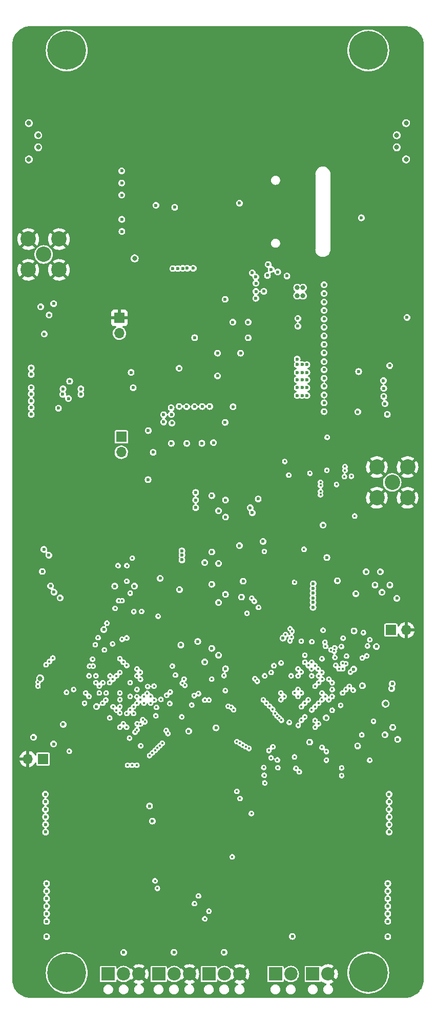
<source format=gbr>
%TF.GenerationSoftware,KiCad,Pcbnew,6.0.2*%
%TF.CreationDate,2022-02-16T12:43:48-06:00*%
%TF.ProjectId,FCB,4643422e-6b69-4636-9164-5f7063625858,A*%
%TF.SameCoordinates,Original*%
%TF.FileFunction,Copper,L2,Inr*%
%TF.FilePolarity,Positive*%
%FSLAX46Y46*%
G04 Gerber Fmt 4.6, Leading zero omitted, Abs format (unit mm)*
G04 Created by KiCad (PCBNEW 6.0.2) date 2022-02-16 12:43:48*
%MOMM*%
%LPD*%
G01*
G04 APERTURE LIST*
%TA.AperFunction,ComponentPad*%
%ADD10O,1.700000X1.700000*%
%TD*%
%TA.AperFunction,ComponentPad*%
%ADD11R,1.700000X1.700000*%
%TD*%
%TA.AperFunction,ComponentPad*%
%ADD12R,2.200000X2.200000*%
%TD*%
%TA.AperFunction,ComponentPad*%
%ADD13C,2.200000*%
%TD*%
%TA.AperFunction,ComponentPad*%
%ADD14C,2.540000*%
%TD*%
%TA.AperFunction,ComponentPad*%
%ADD15C,0.800000*%
%TD*%
%TA.AperFunction,ComponentPad*%
%ADD16C,6.400000*%
%TD*%
%TA.AperFunction,ViaPad*%
%ADD17C,0.600000*%
%TD*%
%TA.AperFunction,ViaPad*%
%ADD18C,0.800000*%
%TD*%
%TA.AperFunction,ViaPad*%
%ADD19C,0.400000*%
%TD*%
G04 APERTURE END LIST*
D10*
%TO.N,Net-(J6-Pad2)*%
%TO.C,J6*%
X188720000Y-116720000D03*
D11*
%TO.N,GND*%
X188720000Y-114180000D03*
%TD*%
D10*
%TO.N,Net-(J4-Pad2)*%
%TO.C,J4*%
X189030000Y-136380000D03*
D11*
%TO.N,Net-(J4-Pad1)*%
X189030000Y-133840000D03*
%TD*%
D10*
%TO.N,GND*%
%TO.C,J506*%
X173560000Y-187040000D03*
D11*
%TO.N,Net-(J506-Pad1)*%
X176100000Y-187040000D03*
%TD*%
D12*
%TO.N,Net-(D102-Pad1)*%
%TO.C,J111*%
X220670000Y-222570000D03*
D13*
%TO.N,GND*%
X223210000Y-222570000D03*
%TD*%
D12*
%TO.N,Net-(D102-Pad1)*%
%TO.C,J110*%
X214500000Y-222570000D03*
D13*
%TO.N,Net-(D101-Pad1)*%
X217040000Y-222570000D03*
%TD*%
D12*
%TO.N,/9V_PT_SUPPLY*%
%TO.C,J109*%
X203500000Y-222570000D03*
D13*
%TO.N,/PT3*%
X206040000Y-222570000D03*
%TO.N,GND*%
X208580000Y-222570000D03*
%TD*%
D12*
%TO.N,/9V_PT_SUPPLY*%
%TO.C,J108*%
X195200000Y-222570000D03*
D13*
%TO.N,/PT2*%
X197740000Y-222570000D03*
%TO.N,GND*%
X200280000Y-222570000D03*
%TD*%
D12*
%TO.N,/9V_PT_SUPPLY*%
%TO.C,J107*%
X186870000Y-222570000D03*
D13*
%TO.N,/PT1*%
X189410000Y-222570000D03*
%TO.N,GND*%
X191950000Y-222570000D03*
%TD*%
D14*
%TO.N,Net-(U106-Pad9)*%
%TO.C,X101*%
X176200000Y-103700000D03*
%TO.N,GND*%
X173660000Y-106240000D03*
X178740000Y-106240000D03*
X178740000Y-101160000D03*
X173660000Y-101160000D03*
%TD*%
D10*
%TO.N,GND*%
%TO.C,J306*%
X236130000Y-165750000D03*
D11*
%TO.N,Net-(J306-Pad1)*%
X233590000Y-165750000D03*
%TD*%
D14*
%TO.N,Net-(FB601-Pad1)*%
%TO.C,X601*%
X233800000Y-141360000D03*
%TO.N,GND*%
X231260000Y-138820000D03*
X231260000Y-143900000D03*
X236340000Y-143900000D03*
X236340000Y-138820000D03*
%TD*%
D15*
%TO.N,N/C*%
%TO.C,REF\u002A\u002A*%
X231547056Y-68302944D03*
X229850000Y-67600000D03*
X228152944Y-68302944D03*
X227450000Y-70000000D03*
X228152944Y-71697056D03*
X229850000Y-72400000D03*
X231547056Y-71697056D03*
X232250000Y-70000000D03*
D16*
X229850000Y-70000000D03*
%TD*%
D15*
%TO.N,N/C*%
%TO.C,REF\u002A\u002A*%
X181697056Y-68302944D03*
X180000000Y-67600000D03*
X178302944Y-68302944D03*
X177600000Y-70000000D03*
X178302944Y-71697056D03*
X180000000Y-72400000D03*
X181697056Y-71697056D03*
X182400000Y-70000000D03*
D16*
X180000000Y-70000000D03*
%TD*%
D15*
%TO.N,N/C*%
%TO.C,REF\u002A\u002A*%
X181697056Y-220702944D03*
X180000000Y-220000000D03*
X178302944Y-220702944D03*
X177600000Y-222400000D03*
X178302944Y-224097056D03*
X180000000Y-224800000D03*
X181697056Y-224097056D03*
X182400000Y-222400000D03*
D16*
X180000000Y-222400000D03*
%TD*%
D15*
%TO.N,N/C*%
%TO.C,REF\u002A\u002A*%
X231547056Y-220652144D03*
X229850000Y-219949200D03*
X228152944Y-220652144D03*
X227450000Y-222349200D03*
X228152944Y-224046256D03*
X229850000Y-224749200D03*
X231547056Y-224046256D03*
X232250000Y-222349200D03*
D16*
X229850000Y-222349200D03*
%TD*%
D17*
%TO.N,/MPU/SYS_VDD2_3P3V*%
X207450000Y-114900000D03*
X206175000Y-111100000D03*
X218210000Y-114260000D03*
D18*
%TO.N,GND*%
X174050000Y-221175000D03*
X209800000Y-209450000D03*
D17*
X211300000Y-114900000D03*
X211300000Y-117450000D03*
X198600000Y-114900000D03*
X198600000Y-117450000D03*
X207450000Y-118725000D03*
X202375000Y-118725000D03*
X197300000Y-112375000D03*
X211275000Y-112375000D03*
X212550000Y-112375000D03*
X211275000Y-127625000D03*
X212550000Y-127625000D03*
X197300000Y-127600000D03*
X235900000Y-140900000D03*
X237000000Y-140900000D03*
X235900000Y-141900000D03*
X237000000Y-141900000D03*
D19*
X226000000Y-143350000D03*
D18*
X234400000Y-173700000D03*
D19*
X219930000Y-181790000D03*
X214840000Y-173310000D03*
X214840000Y-176690000D03*
X221620000Y-175570000D03*
X220500000Y-176700000D03*
X218230000Y-180090000D03*
X221620000Y-180090000D03*
X223890000Y-177830000D03*
X223320000Y-176130000D03*
X221620000Y-169910000D03*
X219930000Y-167110000D03*
X218230000Y-169910000D03*
D17*
X226410000Y-181100000D03*
X230820000Y-179090000D03*
D19*
X219920000Y-173860000D03*
X189360000Y-176700000D03*
X184840000Y-176700000D03*
X188230000Y-169920000D03*
X191620000Y-169920000D03*
X195010000Y-176700000D03*
X223050000Y-140500000D03*
X223100000Y-143250006D03*
X226020000Y-141050000D03*
X226020000Y-141630000D03*
D17*
X233400000Y-139100000D03*
X234300000Y-139100000D03*
X233400000Y-137900000D03*
X234300000Y-137900000D03*
X233400000Y-143700000D03*
X234200000Y-143700000D03*
X233400000Y-144800000D03*
X234200000Y-144800000D03*
X227400000Y-185300000D03*
D19*
X228000004Y-175000000D03*
D18*
X180100000Y-80000000D03*
X180100000Y-90000000D03*
X230000000Y-80000000D03*
X230000000Y-90000000D03*
D17*
X203650000Y-125075000D03*
X206200000Y-125075000D03*
X199850000Y-122525000D03*
X198600000Y-125075000D03*
X211300000Y-122525000D03*
X211275000Y-125100000D03*
X198600000Y-120000000D03*
X211300000Y-120000000D03*
X201125000Y-125075000D03*
X208750000Y-125100000D03*
X204925000Y-113650000D03*
X204925000Y-114875000D03*
X212550000Y-113650000D03*
X211275000Y-113650000D03*
X201125000Y-113675000D03*
X208725000Y-113650000D03*
X203650000Y-126350000D03*
X206200000Y-126350000D03*
X237550000Y-128400000D03*
X237550000Y-125850000D03*
X237550000Y-124600000D03*
X237550000Y-123300000D03*
X237550000Y-120800000D03*
X237550000Y-118250000D03*
X237550000Y-131350000D03*
X227750000Y-130450000D03*
X227800000Y-108700000D03*
X227850000Y-117100000D03*
X228650000Y-116550000D03*
X227800000Y-121300000D03*
X227800000Y-112900000D03*
X227800000Y-125500000D03*
X220100000Y-189600000D03*
X217800000Y-185350000D03*
X224720000Y-180410000D03*
X232690000Y-173200000D03*
X228760000Y-184400000D03*
X237050000Y-183540000D03*
D19*
X226620000Y-173480000D03*
D17*
X214420000Y-183340000D03*
D19*
X226800000Y-176220000D03*
X217090000Y-174450000D03*
X232325000Y-175785036D03*
D17*
X185930000Y-185730000D03*
X184761706Y-179960021D03*
D19*
X183130000Y-175000000D03*
X176220000Y-173050000D03*
D17*
X181190000Y-182680000D03*
D19*
X224450000Y-172740002D03*
X194450000Y-172729998D03*
D18*
X224800000Y-210700000D03*
D17*
X225600000Y-205600000D03*
D18*
X212340000Y-209450000D03*
X209800000Y-211990000D03*
X212340000Y-211990000D03*
D17*
X174150000Y-124600000D03*
X192250000Y-132650000D03*
X175550000Y-114650000D03*
X192250000Y-107300000D03*
X217650000Y-107250000D03*
X217700000Y-132750000D03*
X174100000Y-131150000D03*
D19*
X185399998Y-173870000D03*
X190490000Y-175570000D03*
D17*
X222700000Y-181000000D03*
X235470000Y-159390000D03*
D19*
X187167270Y-179030498D03*
X191620000Y-180100000D03*
D17*
X183090000Y-172380000D03*
D18*
X235800000Y-71200000D03*
D19*
X195275000Y-183500000D03*
X189920000Y-168210000D03*
X212580000Y-175630000D03*
X197600000Y-176650000D03*
X231500000Y-191725000D03*
D17*
X233300000Y-191625000D03*
X233300000Y-200375000D03*
X233075000Y-215100000D03*
X176675000Y-215100000D03*
X209175000Y-189625000D03*
X217625000Y-191000000D03*
D19*
X224600000Y-137400000D03*
X219650000Y-148000000D03*
X187650000Y-159650000D03*
X188550000Y-153850000D03*
D17*
X174045000Y-154605000D03*
D19*
X226600000Y-163550000D03*
X223600000Y-166750000D03*
X226300000Y-166450000D03*
D17*
X172600000Y-183500000D03*
X232700000Y-179600000D03*
X196900000Y-144250000D03*
X196900000Y-145550000D03*
X194800000Y-143900000D03*
D19*
X207800000Y-147800000D03*
D17*
X213999998Y-145750000D03*
X210600000Y-153200000D03*
X215950000Y-153200000D03*
X207100000Y-155650000D03*
X200700000Y-155000000D03*
X199450000Y-159050000D03*
X199405000Y-161095000D03*
X213950000Y-157200000D03*
X213950000Y-159050000D03*
D19*
X215600000Y-145950000D03*
X189250000Y-182600000D03*
X191050000Y-171600000D03*
X192750000Y-175550000D03*
D17*
X179250000Y-169200000D03*
X178350000Y-177950000D03*
X183380000Y-181490000D03*
X229700000Y-176100000D03*
X226140000Y-93470000D03*
X180210000Y-110860000D03*
X209420000Y-97350000D03*
X209440000Y-99450000D03*
X209450000Y-100850000D03*
X201200000Y-89899999D03*
X181970000Y-101910000D03*
X181270000Y-93330000D03*
D19*
X197640000Y-175380000D03*
D17*
X219530000Y-102610000D03*
X227370000Y-101320000D03*
X229510000Y-101320000D03*
X229330000Y-96040000D03*
X201200000Y-102750000D03*
X202720000Y-133000000D03*
X175280000Y-176560000D03*
X176480000Y-191620000D03*
X176520000Y-200370000D03*
D19*
X184223990Y-178029980D03*
X198650000Y-163460000D03*
X185420000Y-153830000D03*
D17*
X181685000Y-184715000D03*
D19*
X185980000Y-175570000D03*
D17*
X224679996Y-151430000D03*
X218030000Y-157340000D03*
D19*
X211690000Y-147610000D03*
D17*
X195680000Y-165380000D03*
D19*
X212070000Y-173930000D03*
D17*
X189400000Y-184530000D03*
%TO.N,/MPU/SYS_VOUT*%
X210000000Y-114900000D03*
X218200000Y-115550000D03*
%TO.N,/MPU/SYS_VDD1_3P3V*%
X232400000Y-127150000D03*
X222550000Y-110150000D03*
X222550000Y-108700000D03*
X222550000Y-111550000D03*
X222550000Y-112950000D03*
X222550000Y-114350000D03*
X222550000Y-115700000D03*
X222550000Y-117150000D03*
X222550000Y-118550000D03*
X222550000Y-119950000D03*
X222550000Y-121400000D03*
X222550000Y-122750000D03*
X222550000Y-124150000D03*
X222550000Y-125450000D03*
X222550000Y-126900000D03*
X222550000Y-128205011D03*
X222550000Y-129650000D03*
X210000000Y-117450000D03*
X201150000Y-117450000D03*
X193480000Y-132790000D03*
X194290000Y-136370000D03*
X236240000Y-114090000D03*
%TO.N,/MPU/SYS_VDD3_3P3V*%
X204950000Y-120000000D03*
X174150000Y-126750000D03*
X191000000Y-125700000D03*
X180300000Y-127500000D03*
%TO.N,/MPU/SYS_VDD_1P8V*%
X204950000Y-123750000D03*
X206180000Y-131430000D03*
%TO.N,/MPU/SYS_RTC_1P8V*%
X208750000Y-120000000D03*
D18*
%TO.N,/MPU/USB5V*%
X218100000Y-109200000D03*
X219050000Y-109200000D03*
X191250000Y-104350000D03*
D19*
%TO.N,/ZOE-M8Q/3V3*%
X227600000Y-146900002D03*
X223000000Y-139350000D03*
D17*
X222380000Y-148420000D03*
%TO.N,Net-(J4-Pad2)*%
X201130000Y-128830000D03*
%TO.N,Net-(J4-Pad1)*%
X199820000Y-128830000D03*
%TO.N,/MPU/JTAG_EMU1*%
X233400000Y-122050000D03*
%TO.N,/MPU/JTAG_EMU0*%
X228249998Y-123050000D03*
%TO.N,/MPU/JTAG_TCK*%
X232350000Y-124550000D03*
%TO.N,/MPU/JTAG_TDO*%
X232399980Y-125800000D03*
%TO.N,/MPU/JTAG_TDI*%
X232600000Y-128350000D03*
%TO.N,/MPU/JTAG_TRSTN*%
X233000000Y-130100000D03*
%TO.N,/MPU/JTAG_TMS*%
X228100000Y-129700000D03*
D19*
%TO.N,/MCU_AC/AD_B0_11*%
X221620000Y-173300000D03*
X225670000Y-167090000D03*
X221040000Y-178400000D03*
X223330000Y-173870000D03*
D17*
%TO.N,/ZOE-M8Q/VBATT*%
X223000000Y-153770000D03*
%TO.N,Net-(TP7-Pad1)*%
X198600000Y-128800000D03*
X197300000Y-134900000D03*
%TO.N,Net-(TP8-Pad1)*%
X202400000Y-128800000D03*
X199850000Y-134900000D03*
%TO.N,Net-(TP9-Pad1)*%
X203650000Y-128800000D03*
X202350000Y-134900000D03*
%TO.N,Net-(TP10-Pad1)*%
X207500000Y-128850000D03*
X204274998Y-134775000D03*
%TO.N,Net-(TP11-Pad1)*%
X198600000Y-122500000D03*
X190650000Y-123200000D03*
%TO.N,/MPU/USB0_DP*%
X177100000Y-113700000D03*
X175700002Y-112350000D03*
%TO.N,/MPU/USB0_ID*%
X177860000Y-111820000D03*
X176300000Y-116850000D03*
D19*
%TO.N,/MCU_AC/AD_B0_09*%
X226250000Y-170050000D03*
X224330000Y-170258841D03*
%TO.N,/MCU_AC/AD_B0_08*%
X230100000Y-167340000D03*
X222190000Y-170490002D03*
%TO.N,/MCU_AC/AD_B0_04*%
X221056371Y-171613629D03*
X225410000Y-168470000D03*
%TO.N,/MCU_AC/B0_13*%
X219920000Y-171599998D03*
X229720000Y-168380000D03*
%TO.N,/MCU_AC/POR_B*%
X222190000Y-177260000D03*
X228850000Y-170350000D03*
%TO.N,/MCU_AC/EMC_24*%
X214825000Y-187200000D03*
%TO.N,/MCU_AC/EMC_26*%
X214900000Y-188475000D03*
%TO.N,/MCU_AC/EMC_25*%
X215400000Y-176125000D03*
X225450000Y-189800000D03*
X212640000Y-189735000D03*
%TO.N,/MCU_AC/EMC_27*%
X212750001Y-191000001D03*
%TO.N,/MCU_AC/EMC_22*%
X230075000Y-187250000D03*
%TO.N,/MCU_AC/EMC_29*%
X212575000Y-188450000D03*
X213425000Y-185650000D03*
X225450000Y-188525000D03*
%TO.N,/MCU_AC/EMC_28*%
X213775000Y-186850000D03*
%TO.N,Net-(C305-Pad1)*%
X218790000Y-176130000D03*
X221050000Y-175010000D03*
D17*
%TO.N,Net-(C309-Pad1)*%
X234700000Y-183800000D03*
X232600000Y-183050000D03*
X222900000Y-180250000D03*
D19*
%TO.N,Net-(C313-Pad1)*%
X223880772Y-175560772D03*
X226896000Y-172696000D03*
%TO.N,Net-(C314-Pad1)*%
X225280000Y-178190002D03*
%TO.N,Net-(C316-Pad1)*%
X223880000Y-178990000D03*
%TO.N,Net-(C317-Pad1)*%
X222190000Y-176140000D03*
D17*
X227440000Y-172220000D03*
%TO.N,Net-(C318-Pad1)*%
X228860000Y-174940000D03*
D19*
X223880000Y-176700000D03*
%TO.N,Net-(C319-Pad1)*%
X218790000Y-180650000D03*
%TO.N,Net-(J301-Pad2)*%
X223320000Y-177260000D03*
D17*
X233700000Y-175400000D03*
D19*
%TO.N,Net-(J301-Pad3)*%
X222750000Y-176700000D03*
D17*
X233800000Y-174600000D03*
D19*
%TO.N,Net-(J302-Pad1)*%
X214440002Y-179540000D03*
D17*
X220720000Y-162000002D03*
D19*
%TO.N,Net-(J302-Pad2)*%
X215490000Y-180650000D03*
D17*
X220710000Y-159660000D03*
%TO.N,Net-(J302-Pad3)*%
X220710000Y-158880000D03*
X229490000Y-156110000D03*
X231825000Y-156110000D03*
D19*
X219350000Y-177830002D03*
%TO.N,Net-(J302-Pad5)*%
X214768491Y-179920282D03*
D17*
X220720000Y-161180000D03*
X233420000Y-158290000D03*
X230950000Y-158300000D03*
D19*
%TO.N,Net-(J302-Pad7)*%
X215131955Y-180248924D03*
D17*
X220710000Y-160440000D03*
X227800000Y-159750000D03*
X234570000Y-160490000D03*
D19*
%TO.N,Net-(J302-Pad8)*%
X216790000Y-181000000D03*
D17*
X220750000Y-158090000D03*
X224760000Y-157590000D03*
X232110000Y-159520000D03*
D19*
%TO.N,Net-(J306-Pad1)*%
X229600000Y-170000000D03*
%TO.N,Net-(L301-Pad2)*%
X218270000Y-181500000D03*
%TO.N,Net-(R307-Pad2)*%
X230706000Y-180824000D03*
X221625000Y-177825000D03*
X228775000Y-183050000D03*
%TO.N,Net-(U301-PadP4)*%
X218450000Y-189170000D03*
X221630000Y-181240000D03*
%TO.N,Net-(U301-PadN4)*%
X222920000Y-185820000D03*
X221050000Y-180675000D03*
%TO.N,Net-(U301-PadL4)*%
X220500000Y-178960000D03*
X222190000Y-185130000D03*
%TO.N,Net-(U301-PadP3)*%
X217890000Y-188600000D03*
X221060000Y-181800000D03*
%TO.N,Net-(U301-PadL3)*%
X219360000Y-180080000D03*
X217650000Y-186700000D03*
%TO.N,Net-(C505-Pad1)*%
X190490000Y-174430000D03*
D17*
%TO.N,Net-(C509-Pad1)*%
X174510000Y-183460000D03*
X184937917Y-178399581D03*
X177850000Y-184560000D03*
D19*
%TO.N,Net-(C513-Pad1)*%
X188790000Y-179460000D03*
%TO.N,Net-(C514-Pad1)*%
X187120000Y-180249990D03*
%TO.N,Net-(C516-Pad1)*%
X185950000Y-177820000D03*
X182954000Y-177850000D03*
%TO.N,Net-(C517-Pad1)*%
X188800000Y-177260000D03*
X192229990Y-184870000D03*
%TO.N,Net-(C518-Pad1)*%
X188230000Y-178970000D03*
X191300000Y-182610000D03*
%TO.N,Net-(C519-Pad1)*%
X184830000Y-173300000D03*
%TO.N,Net-(D602-Pad2)*%
X225900000Y-140400000D03*
X226000000Y-138750000D03*
%TO.N,Net-(J501-Pad2)*%
X186530000Y-176130000D03*
X175280000Y-174350000D03*
%TO.N,Net-(J501-Pad3)*%
X187660000Y-178410000D03*
X175260000Y-175000000D03*
D17*
%TO.N,Net-(J502-Pad8)*%
X176250000Y-152425000D03*
D19*
X183785787Y-171689213D03*
%TO.N,Net-(J502-Pad7)*%
X184275000Y-170550000D03*
D17*
X177050000Y-153375000D03*
D19*
%TO.N,Net-(J502-Pad5)*%
X184358748Y-171691252D03*
D17*
X175975000Y-156060000D03*
%TO.N,Net-(J502-Pad3)*%
X177350000Y-158450000D03*
D19*
X187162550Y-173320367D03*
D17*
%TO.N,Net-(J502-Pad2)*%
X177900000Y-159475000D03*
D19*
X184730002Y-168170000D03*
%TO.N,Net-(J502-Pad1)*%
X185190000Y-167000000D03*
D17*
X178925000Y-160450000D03*
D19*
%TO.N,Net-(JP602-Pad2)*%
X224600000Y-141700000D03*
%TO.N,Net-(JP605-Pad2)*%
X221950000Y-141850000D03*
%TO.N,Net-(JP606-Pad2)*%
X221950000Y-141325000D03*
%TO.N,Net-(L501-Pad2)*%
X183700000Y-173300000D03*
D17*
%TO.N,Net-(R205-Pad2)*%
X219700000Y-127000000D03*
%TO.N,Net-(R206-Pad2)*%
X218900000Y-127000000D03*
%TO.N,Net-(R207-Pad2)*%
X218100000Y-127000000D03*
%TO.N,Net-(R208-Pad2)*%
X219700000Y-125700000D03*
%TO.N,Net-(R209-Pad2)*%
X218900000Y-125700000D03*
%TO.N,Net-(R210-Pad2)*%
X218100000Y-125700000D03*
%TO.N,Net-(R211-Pad2)*%
X219700000Y-124400000D03*
%TO.N,Net-(R212-Pad2)*%
X218900000Y-124400000D03*
%TO.N,Net-(R213-Pad2)*%
X218100000Y-124400000D03*
%TO.N,Net-(R214-Pad2)*%
X219700001Y-123200001D03*
%TO.N,Net-(R215-Pad2)*%
X218900004Y-123200000D03*
%TO.N,Net-(R216-Pad2)*%
X218100000Y-123175000D03*
%TO.N,Net-(R217-Pad2)*%
X219700000Y-121900000D03*
%TO.N,Net-(R218-Pad2)*%
X218900000Y-121900000D03*
%TO.N,Net-(R219-Pad2)*%
X218100000Y-121900000D03*
%TO.N,Net-(R220-Pad2)*%
X218100000Y-120999998D03*
D19*
%TO.N,/MCU_HYBRID/AD_B0_11*%
X185970000Y-174440000D03*
X191619371Y-176762747D03*
X197050000Y-177875000D03*
X200675000Y-178125000D03*
%TO.N,Net-(R507-Pad2)*%
X188790000Y-176130000D03*
D17*
X179430000Y-181330000D03*
D19*
%TO.N,/MCU_HYBRID/AD_B0_10*%
X194840000Y-178510000D03*
X193881571Y-177828427D03*
%TO.N,/MCU_HYBRID/AD_B0_08*%
X194483140Y-177308165D03*
X196740000Y-182840000D03*
%TO.N,/MCU_HYBRID/AD_B0_07*%
X194740000Y-179910000D03*
X193890000Y-176690000D03*
%TO.N,/MCU_HYBRID/AD_B0_04*%
X193299565Y-176197426D03*
X195579974Y-177197064D03*
%TO.N,/MCU_HYBRID/B0_13*%
X196440000Y-182330000D03*
X193389810Y-175070698D03*
%TO.N,/MCU_HYBRID/POR_B*%
X186464308Y-177292655D03*
X191620000Y-182220000D03*
%TO.N,Net-(U501-PadP4)*%
X183700000Y-176700000D03*
X176580000Y-171490000D03*
%TO.N,Net-(U501-PadN4)*%
X185400000Y-176130000D03*
X179977505Y-176022495D03*
%TO.N,Net-(U501-PadL4)*%
X185400000Y-175000000D03*
X181160000Y-175570000D03*
%TO.N,Net-(U501-PadP3)*%
X177150000Y-170930000D03*
X183140000Y-176130000D03*
%TO.N,Net-(U501-PadL3)*%
X177720000Y-170360000D03*
X184830000Y-174430000D03*
%TO.N,/MCU_HYBRID/EMC_24*%
X189360000Y-171049998D03*
X189930000Y-167040000D03*
X189930000Y-157670000D03*
%TO.N,/MCU_HYBRID/EMC_26*%
X191100000Y-162690000D03*
%TO.N,/MCU_HYBRID/EMC_25*%
X188790000Y-170480000D03*
X189170000Y-167280000D03*
X189950000Y-155100000D03*
X189150000Y-160900000D03*
%TO.N,/MCU_HYBRID/EMC_27*%
X190850000Y-153850000D03*
X190500000Y-159650000D03*
%TO.N,/MCU_HYBRID/EMC_22*%
X186650002Y-164600000D03*
%TO.N,/MCU_HYBRID/EMC_29*%
X188000000Y-162150000D03*
%TO.N,/MCU_HYBRID/EMC_28*%
X188600006Y-160900000D03*
X188500010Y-155100000D03*
%TO.N,Net-(U601-PadP$J7)*%
X221950000Y-142850000D03*
%TO.N,Net-(U601-PadP$J8)*%
X221950000Y-143400000D03*
D18*
%TO.N,/3V3*%
X173750000Y-88000000D03*
X173750000Y-82000000D03*
X236100000Y-82000000D03*
X236100000Y-88000000D03*
D17*
X193450000Y-140900000D03*
X195450000Y-157200000D03*
X208550000Y-151800000D03*
X212450000Y-151100000D03*
D19*
X223050000Y-133900000D03*
D18*
%TO.N,/5V*%
X218100000Y-110500000D03*
X219050000Y-110500000D03*
X175300000Y-84000000D03*
X175300000Y-86000000D03*
X232700000Y-177900000D03*
X234550000Y-86000000D03*
X234550000Y-84000000D03*
X175625000Y-173725000D03*
D17*
%TO.N,/MPU_SPI0_SCK*%
X197410000Y-131550000D03*
X194740000Y-95590000D03*
X197850000Y-95890000D03*
%TO.N,/MPU_SPI0_MISO*%
X197320000Y-130130000D03*
%TO.N,/TLM_CS*%
X196020000Y-131360000D03*
%TO.N,/MPU_SPI0_MOSI*%
X196030000Y-130150000D03*
%TO.N,/TLM_DIO2*%
X189100000Y-89890000D03*
X211270000Y-107400000D03*
X200920000Y-105970000D03*
%TO.N,/TLM_DIO1*%
X189110000Y-91890000D03*
X211290000Y-108460000D03*
X199910001Y-105969999D03*
%TO.N,/TLM_DIO0*%
X212590000Y-109790000D03*
X189110000Y-93889999D03*
X199180000Y-105990000D03*
%TO.N,/TLM_DIO4*%
X211290000Y-109810000D03*
X189120000Y-97900000D03*
X198389998Y-106020000D03*
%TO.N,/TLM_DIO3*%
X211250000Y-110940000D03*
X197540000Y-106020000D03*
X189130000Y-99910000D03*
%TO.N,/TLM_DIO5*%
X210660000Y-106730000D03*
%TO.N,/TLM_RST*%
X213180000Y-107164000D03*
D19*
%TO.N,/LSM9_CS_AG*%
X217100000Y-173300000D03*
X191620000Y-172170000D03*
X210590000Y-160500002D03*
X215428101Y-171178103D03*
D17*
X215760000Y-167080000D03*
%TO.N,/SNS_SPI_MISO*%
X205100000Y-146050000D03*
D19*
X191625000Y-173300000D03*
X218230000Y-173300000D03*
D17*
X210330000Y-145530000D03*
X201334990Y-145525000D03*
X205100000Y-154730000D03*
X199050008Y-153360000D03*
X205100000Y-169910000D03*
X208890000Y-160290000D03*
X205100000Y-161200000D03*
D19*
X216700000Y-140150000D03*
%TO.N,/SNS_SPI_MOSI*%
X192200000Y-173875000D03*
D17*
X210670000Y-146350000D03*
X206250000Y-147080000D03*
X201315015Y-144275015D03*
X206250000Y-159850000D03*
X206250000Y-172150002D03*
D19*
X213800000Y-172740000D03*
D17*
X198650000Y-159050006D03*
X206250000Y-144275002D03*
D19*
X216050000Y-137900000D03*
X218759271Y-172660379D03*
D17*
%TO.N,/SNS_SPI_SCK*%
X203975006Y-143550006D03*
D19*
X192190000Y-172730000D03*
X218230000Y-172170000D03*
D17*
X201320000Y-143019998D03*
X203970000Y-152839998D03*
X199050000Y-152670000D03*
X203970000Y-168770000D03*
X203970000Y-158190000D03*
X209160001Y-157670000D03*
X211649990Y-144075000D03*
D19*
X226000000Y-139350000D03*
X220200000Y-139850000D03*
D17*
%TO.N,/MS5611_CS*%
X201670000Y-167650000D03*
X198870000Y-168210000D03*
D19*
X219360000Y-169910000D03*
%TO.N,/KX122_CS*%
X191060000Y-179520000D03*
X224307024Y-168672249D03*
X226129058Y-171320566D03*
X207599998Y-178925000D03*
%TO.N,/LSM9_CS_M*%
X211020000Y-161000000D03*
X190490000Y-178960000D03*
X207200000Y-178500000D03*
X218770000Y-167590000D03*
D17*
%TO.N,/MPU/MMC0_DAT1*%
X174150000Y-122450000D03*
%TO.N,/MPU/MMC0_DAT0*%
X174150000Y-123500000D03*
%TO.N,/MPU/MMC0_CLK*%
X174150000Y-125700000D03*
X179400000Y-125900000D03*
X182349996Y-125900000D03*
%TO.N,/MPU/MMC0_CMD*%
X174150000Y-127900000D03*
X179350000Y-126800000D03*
X182349998Y-126800002D03*
%TO.N,/MPU/MMC0_DAT3*%
X174150000Y-129000000D03*
%TO.N,/MPU/MMC0_DAT2*%
X174150000Y-130100000D03*
X180500000Y-124650000D03*
X178650000Y-129100000D03*
%TO.N,/MPU9250_CS*%
X202825000Y-154599992D03*
D19*
X194450000Y-175000000D03*
D17*
X199049998Y-154140000D03*
D19*
X219360000Y-171040000D03*
D17*
X202820000Y-171020000D03*
D19*
X214240000Y-171619998D03*
X197459998Y-171690000D03*
X197980000Y-173180000D03*
%TO.N,/MCU_AC__UART1_TX*%
X225590000Y-176130000D03*
X227360000Y-175670000D03*
D17*
X228090000Y-184880000D03*
D19*
X206000000Y-173270000D03*
%TO.N,/B2B_I2C_SDA*%
X191060000Y-178390000D03*
X194600000Y-185625000D03*
X223875000Y-174425000D03*
X225625000Y-172150000D03*
D17*
X233075000Y-207625000D03*
X176680000Y-207630000D03*
D19*
X194600000Y-207170000D03*
X224210006Y-169230000D03*
X225610000Y-171250002D03*
X209585197Y-185014805D03*
%TO.N,/B2B_I2C_SCL*%
X195000000Y-208420000D03*
X191620000Y-177830000D03*
X195000000Y-185225000D03*
X222200000Y-173850000D03*
D17*
X233080000Y-208870000D03*
X176690000Y-208880000D03*
D19*
X223720000Y-169020000D03*
X209125000Y-184750010D03*
%TO.N,/MCU_AC_UART1_RX*%
X220470000Y-172170000D03*
X212720000Y-173300000D03*
X203969998Y-173860000D03*
%TO.N,/MCU_AC_SPI2_MOSI*%
X215960000Y-176700000D03*
X229040000Y-166170000D03*
%TO.N,/MCU_HYB_UART1_TX*%
X188800000Y-178400000D03*
X192390000Y-162660000D03*
%TO.N,/MCU_HYB_UART1_RX*%
X192750000Y-176700000D03*
X199410000Y-173830000D03*
%TO.N,/MCU_HYB_SPI2_MOSI*%
X199025000Y-180075000D03*
X187587500Y-168037500D03*
D17*
%TO.N,/B2B_GPIO1*%
X176520000Y-199120000D03*
X233290000Y-199120000D03*
%TO.N,/B2B_SPI_CS2*%
X194150000Y-197310000D03*
X176520000Y-197870000D03*
X233295000Y-197875000D03*
D19*
X194150000Y-186060000D03*
X192936580Y-180896100D03*
%TO.N,/B2B_SPI_CS1*%
X210525000Y-196060000D03*
D17*
X176520000Y-196620000D03*
X233290000Y-196620000D03*
D19*
X224470000Y-171580000D03*
X217250000Y-165960000D03*
D17*
%TO.N,/B2B_SPI_SCK*%
X193700000Y-194810000D03*
X176505000Y-195375000D03*
X233280000Y-195370000D03*
D19*
X193700000Y-186480000D03*
X225020000Y-172160000D03*
X216930000Y-165520000D03*
X210125000Y-185300000D03*
X192580000Y-180560000D03*
%TO.N,/B2B_SPI_MISO*%
X208650000Y-193560000D03*
D17*
X176515000Y-194125000D03*
X233290000Y-194120000D03*
D19*
X192190000Y-177260000D03*
X195380000Y-184850000D03*
X208650000Y-184450000D03*
X222781137Y-168423873D03*
X222180000Y-172740000D03*
D17*
%TO.N,/B2B_SPI_MOSI*%
X176495000Y-192875000D03*
X233285000Y-192875000D03*
D19*
X192760000Y-177820000D03*
X195795846Y-184445363D03*
X220500000Y-171050000D03*
X222675000Y-167750000D03*
X208125000Y-192400000D03*
X208124996Y-184149996D03*
X221546380Y-172169836D03*
D17*
%TO.N,/9V_PT_SUPPLY*%
X176700000Y-216380000D03*
X233070000Y-216370000D03*
D19*
%TO.N,/B2B_SERVO4*%
X202820000Y-213440000D03*
D17*
X233070000Y-213870000D03*
X176700000Y-213880000D03*
D19*
X188240000Y-173300000D03*
X218790000Y-178390000D03*
X202820000Y-177300000D03*
X214050000Y-178825000D03*
%TO.N,/B2B_SERVO3*%
X203510000Y-212180000D03*
D17*
X233070000Y-212630000D03*
X176700000Y-212620000D03*
D19*
X187650000Y-173870000D03*
X218240772Y-176700772D03*
X203510011Y-177299854D03*
X213541515Y-178320493D03*
%TO.N,/B2B_SERVO2*%
X201120000Y-210940000D03*
D17*
X233070000Y-211380000D03*
X176700000Y-211370000D03*
D19*
X188790000Y-172740000D03*
X217670000Y-176130000D03*
X201075000Y-176574996D03*
X213012004Y-177837013D03*
%TO.N,/B2B_SERVO1*%
X201790000Y-209670000D03*
D17*
X233070000Y-210120000D03*
X176690000Y-210120000D03*
D19*
X215400000Y-177260000D03*
X186230000Y-169020000D03*
X201790002Y-176250000D03*
X212500000Y-177275000D03*
D17*
%TO.N,Net-(D101-Pad1)*%
X217300000Y-216350000D03*
D19*
%TO.N,/SLND_TRIG*%
X197120000Y-175990000D03*
X206210000Y-175750000D03*
X207350000Y-203210000D03*
X220510000Y-167660000D03*
X222370000Y-165770000D03*
X217660000Y-157850000D03*
D17*
%TO.N,/MCU_AC/3V3_MCU*%
X220150000Y-184250000D03*
X233890000Y-181820000D03*
D19*
X220490000Y-173300000D03*
X218230000Y-175560000D03*
X219920000Y-177270000D03*
X226710000Y-175020000D03*
X226160000Y-175570000D03*
X221630002Y-174440000D03*
D17*
X227500000Y-165900000D03*
X231198206Y-168448206D03*
D19*
X214075000Y-185025000D03*
X222925000Y-187250000D03*
D17*
%TO.N,/LCD_CS*%
X197270000Y-129000000D03*
%TO.N,/LCD_DC*%
X208544500Y-95226000D03*
D19*
%TO.N,/ZOE_CS*%
X196530000Y-176520000D03*
X206680000Y-178320000D03*
X209800000Y-162970000D03*
X227060000Y-140350000D03*
X219230000Y-152400000D03*
X212673201Y-152753201D03*
X216180000Y-166480000D03*
X211700000Y-162000000D03*
%TO.N,/PT1*%
X189360000Y-181230000D03*
X190054999Y-188065001D03*
D17*
X189430000Y-219000000D03*
D19*
%TO.N,/PT2*%
X189930000Y-179520000D03*
X190820000Y-188080000D03*
D17*
X197740000Y-218970000D03*
D19*
%TO.N,/PT3*%
X192200000Y-181260000D03*
X191610000Y-188070000D03*
D17*
X206020000Y-218980000D03*
D19*
%TO.N,/INTER_MCU_UART_TX*%
X217130000Y-166910000D03*
X211119990Y-173793555D03*
X199100000Y-174500000D03*
%TO.N,/INTER_MCU_UART_RX*%
X216910000Y-167530000D03*
X211500000Y-174210000D03*
X199530000Y-174880000D03*
%TO.N,/MCU_HYBRID/3V3_MCU*%
X189920000Y-181790000D03*
X188800000Y-181790000D03*
X189930000Y-171600000D03*
X187100000Y-174430000D03*
X191620000Y-175560000D03*
X190490000Y-176710000D03*
X190390000Y-183600000D03*
X191648094Y-181211906D03*
D17*
X200160000Y-182460000D03*
X191200000Y-158490000D03*
X187950000Y-158490000D03*
X186150000Y-165660000D03*
X204690000Y-181890000D03*
D19*
X195120000Y-163470000D03*
X180430001Y-185760001D03*
D17*
%TO.N,Net-(R501-Pad2)*%
X213290000Y-105340000D03*
%TO.N,Net-(SW501-Pad2)*%
X213790000Y-106180000D03*
X228690000Y-97650000D03*
%TO.N,Net-(TP18-Pad1)*%
X216410000Y-107250000D03*
X214880000Y-106590000D03*
%TD*%
%TA.AperFunction,Conductor*%
%TO.N,GND*%
G36*
X236003526Y-66000198D02*
G01*
X236328832Y-66018466D01*
X236342864Y-66020047D01*
X236501728Y-66047040D01*
X236660587Y-66074031D01*
X236674362Y-66077175D01*
X236770228Y-66104793D01*
X236984047Y-66166394D01*
X236997368Y-66171055D01*
X237295118Y-66294387D01*
X237307841Y-66300514D01*
X237524131Y-66420053D01*
X237589906Y-66456406D01*
X237601870Y-66463924D01*
X237864694Y-66650409D01*
X237875740Y-66659218D01*
X238116043Y-66873965D01*
X238126035Y-66883957D01*
X238340782Y-67124260D01*
X238349591Y-67135306D01*
X238536076Y-67398130D01*
X238543594Y-67410094D01*
X238661472Y-67623377D01*
X238699484Y-67692155D01*
X238705613Y-67704882D01*
X238828945Y-68002632D01*
X238833606Y-68015953D01*
X238888674Y-68207098D01*
X238922825Y-68325638D01*
X238925969Y-68339413D01*
X238979952Y-68657131D01*
X238981534Y-68671168D01*
X238994446Y-68901107D01*
X238999802Y-68996474D01*
X239000000Y-69003539D01*
X239000000Y-223496461D01*
X238999802Y-223503526D01*
X238981534Y-223828828D01*
X238979953Y-223842864D01*
X238969303Y-223905542D01*
X238925969Y-224160587D01*
X238922825Y-224174362D01*
X238833606Y-224484047D01*
X238828945Y-224497368D01*
X238718961Y-224762894D01*
X238705615Y-224795114D01*
X238699486Y-224807841D01*
X238624220Y-224944025D01*
X238543594Y-225089906D01*
X238536076Y-225101870D01*
X238349591Y-225364694D01*
X238340782Y-225375740D01*
X238126035Y-225616043D01*
X238116043Y-225626035D01*
X237875740Y-225840782D01*
X237864694Y-225849591D01*
X237601870Y-226036076D01*
X237589906Y-226043594D01*
X237307841Y-226199486D01*
X237295118Y-226205613D01*
X236997368Y-226328945D01*
X236984047Y-226333606D01*
X236770228Y-226395207D01*
X236674362Y-226422825D01*
X236660587Y-226425969D01*
X236501728Y-226452960D01*
X236342864Y-226479953D01*
X236328832Y-226481534D01*
X236003526Y-226499802D01*
X235996461Y-226500000D01*
X174003539Y-226500000D01*
X173996474Y-226499802D01*
X173671168Y-226481534D01*
X173657136Y-226479953D01*
X173498272Y-226452960D01*
X173339413Y-226425969D01*
X173325638Y-226422825D01*
X173229772Y-226395207D01*
X173015953Y-226333606D01*
X173002632Y-226328945D01*
X172704882Y-226205613D01*
X172692159Y-226199486D01*
X172410094Y-226043594D01*
X172398130Y-226036076D01*
X172135306Y-225849591D01*
X172124260Y-225840782D01*
X171883957Y-225626035D01*
X171873965Y-225616043D01*
X171659218Y-225375740D01*
X171650409Y-225364694D01*
X171463924Y-225101870D01*
X171456406Y-225089906D01*
X171375780Y-224944025D01*
X171300514Y-224807841D01*
X171294385Y-224795114D01*
X171281039Y-224762894D01*
X171171055Y-224497368D01*
X171166394Y-224484047D01*
X171077175Y-224174362D01*
X171074031Y-224160587D01*
X171030697Y-223905542D01*
X171020047Y-223842864D01*
X171018466Y-223828828D01*
X171000198Y-223503526D01*
X171000000Y-223496461D01*
X171000000Y-222387938D01*
X176544453Y-222387938D01*
X176563362Y-222761205D01*
X176563899Y-222764560D01*
X176563900Y-222764566D01*
X176592324Y-222942022D01*
X176622473Y-223130247D01*
X176721094Y-223490747D01*
X176858073Y-223838487D01*
X176861664Y-223845326D01*
X177030222Y-224166383D01*
X177030227Y-224166391D01*
X177031806Y-224169399D01*
X177240261Y-224479613D01*
X177480999Y-224765499D01*
X177751205Y-225023714D01*
X178047718Y-225251236D01*
X178110905Y-225289654D01*
X178364154Y-225443632D01*
X178364159Y-225443635D01*
X178367069Y-225445404D01*
X178370157Y-225446850D01*
X178370156Y-225446850D01*
X178702437Y-225602503D01*
X178702447Y-225602507D01*
X178705521Y-225603947D01*
X178708739Y-225605049D01*
X178708742Y-225605050D01*
X179055886Y-225723904D01*
X179055890Y-225723905D01*
X179059117Y-225725010D01*
X179062447Y-225725760D01*
X179062456Y-225725763D01*
X179320298Y-225783869D01*
X179423719Y-225807176D01*
X179427105Y-225807562D01*
X179427112Y-225807563D01*
X179791680Y-225849101D01*
X179791688Y-225849101D01*
X179795063Y-225849486D01*
X179798467Y-225849504D01*
X179798470Y-225849504D01*
X180001889Y-225850569D01*
X180168804Y-225851443D01*
X180172190Y-225851093D01*
X180172192Y-225851093D01*
X180537178Y-225813375D01*
X180537186Y-225813374D01*
X180540570Y-225813024D01*
X180543903Y-225812309D01*
X180543906Y-225812309D01*
X180777531Y-225762224D01*
X180906013Y-225734680D01*
X181260857Y-225617327D01*
X181600951Y-225462337D01*
X181603888Y-225460593D01*
X181603894Y-225460590D01*
X181891781Y-225289654D01*
X181922317Y-225271523D01*
X182144937Y-225104376D01*
X186064455Y-225104376D01*
X186065191Y-225111379D01*
X186065191Y-225111380D01*
X186082206Y-225273265D01*
X186083227Y-225282983D01*
X186085498Y-225289654D01*
X186127474Y-225412957D01*
X186141103Y-225452993D01*
X186144793Y-225458991D01*
X186144794Y-225458993D01*
X186146851Y-225462337D01*
X186235206Y-225605955D01*
X186240132Y-225610986D01*
X186240135Y-225610989D01*
X186300963Y-225673104D01*
X186360859Y-225734268D01*
X186366784Y-225738087D01*
X186366786Y-225738088D01*
X186472823Y-225806424D01*
X186511817Y-225831554D01*
X186518437Y-225833963D01*
X186518440Y-225833965D01*
X186673961Y-225890570D01*
X186673964Y-225890571D01*
X186680578Y-225892978D01*
X186707121Y-225896331D01*
X186815355Y-225910004D01*
X186815358Y-225910004D01*
X186819283Y-225910500D01*
X186915155Y-225910500D01*
X187048472Y-225895546D01*
X187055847Y-225892978D01*
X187180739Y-225849486D01*
X187218073Y-225836485D01*
X187225965Y-225831554D01*
X187364401Y-225745049D01*
X187370375Y-225741316D01*
X187439065Y-225673104D01*
X187492810Y-225619733D01*
X187492813Y-225619729D01*
X187497807Y-225614770D01*
X187504676Y-225603947D01*
X187590258Y-225469090D01*
X187594037Y-225463136D01*
X187619071Y-225392832D01*
X187651919Y-225300586D01*
X187651920Y-225300581D01*
X187654281Y-225293951D01*
X187655114Y-225286965D01*
X187655115Y-225286961D01*
X187674711Y-225122617D01*
X187675545Y-225115624D01*
X187674363Y-225104376D01*
X188604455Y-225104376D01*
X188605191Y-225111379D01*
X188605191Y-225111380D01*
X188622206Y-225273265D01*
X188623227Y-225282983D01*
X188625498Y-225289654D01*
X188667474Y-225412957D01*
X188681103Y-225452993D01*
X188684793Y-225458991D01*
X188684794Y-225458993D01*
X188686851Y-225462337D01*
X188775206Y-225605955D01*
X188780132Y-225610986D01*
X188780135Y-225610989D01*
X188840963Y-225673104D01*
X188900859Y-225734268D01*
X188906784Y-225738087D01*
X188906786Y-225738088D01*
X189012823Y-225806424D01*
X189051817Y-225831554D01*
X189058437Y-225833963D01*
X189058440Y-225833965D01*
X189213961Y-225890570D01*
X189213964Y-225890571D01*
X189220578Y-225892978D01*
X189247121Y-225896331D01*
X189355355Y-225910004D01*
X189355358Y-225910004D01*
X189359283Y-225910500D01*
X189455155Y-225910500D01*
X189588472Y-225895546D01*
X189595847Y-225892978D01*
X189720739Y-225849486D01*
X189758073Y-225836485D01*
X189765965Y-225831554D01*
X189904401Y-225745049D01*
X189910375Y-225741316D01*
X189979065Y-225673104D01*
X190032810Y-225619733D01*
X190032813Y-225619729D01*
X190037807Y-225614770D01*
X190044676Y-225603947D01*
X190130258Y-225469090D01*
X190134037Y-225463136D01*
X190159071Y-225392832D01*
X190191919Y-225300586D01*
X190191920Y-225300581D01*
X190194281Y-225293951D01*
X190195114Y-225286965D01*
X190195115Y-225286961D01*
X190214711Y-225122617D01*
X190215545Y-225115624D01*
X190214363Y-225104376D01*
X190197510Y-224944025D01*
X190197509Y-224944021D01*
X190196773Y-224937017D01*
X190152798Y-224807841D01*
X190141168Y-224773677D01*
X190141167Y-224773674D01*
X190138897Y-224767007D01*
X190124295Y-224743271D01*
X190048485Y-224620045D01*
X190044794Y-224614045D01*
X190039868Y-224609014D01*
X190039865Y-224609011D01*
X189938583Y-224505586D01*
X189919141Y-224485732D01*
X189909647Y-224479613D01*
X189774109Y-224392265D01*
X189768183Y-224388446D01*
X189761563Y-224386037D01*
X189761560Y-224386035D01*
X189606039Y-224329430D01*
X189606036Y-224329429D01*
X189599422Y-224327022D01*
X189542692Y-224319856D01*
X189464645Y-224309996D01*
X189464642Y-224309996D01*
X189460717Y-224309500D01*
X189364845Y-224309500D01*
X189231528Y-224324454D01*
X189224875Y-224326771D01*
X189224874Y-224326771D01*
X189191331Y-224338452D01*
X189061927Y-224383515D01*
X189055953Y-224387248D01*
X189055951Y-224387249D01*
X188939228Y-224460186D01*
X188909625Y-224478684D01*
X188882535Y-224505586D01*
X188787190Y-224600267D01*
X188787187Y-224600271D01*
X188782193Y-224605230D01*
X188685963Y-224756864D01*
X188683598Y-224763506D01*
X188628081Y-224919414D01*
X188628080Y-224919419D01*
X188625719Y-224926049D01*
X188624886Y-224933035D01*
X188624885Y-224933039D01*
X188617617Y-224993994D01*
X188604455Y-225104376D01*
X187674363Y-225104376D01*
X187657510Y-224944025D01*
X187657509Y-224944021D01*
X187656773Y-224937017D01*
X187612798Y-224807841D01*
X187601168Y-224773677D01*
X187601167Y-224773674D01*
X187598897Y-224767007D01*
X187584295Y-224743271D01*
X187508485Y-224620045D01*
X187504794Y-224614045D01*
X187499868Y-224609014D01*
X187499865Y-224609011D01*
X187398583Y-224505586D01*
X187379141Y-224485732D01*
X187369647Y-224479613D01*
X187234109Y-224392265D01*
X187228183Y-224388446D01*
X187221563Y-224386037D01*
X187221560Y-224386035D01*
X187066039Y-224329430D01*
X187066036Y-224329429D01*
X187059422Y-224327022D01*
X187002692Y-224319856D01*
X186924645Y-224309996D01*
X186924642Y-224309996D01*
X186920717Y-224309500D01*
X186824845Y-224309500D01*
X186691528Y-224324454D01*
X186684875Y-224326771D01*
X186684874Y-224326771D01*
X186651331Y-224338452D01*
X186521927Y-224383515D01*
X186515953Y-224387248D01*
X186515951Y-224387249D01*
X186399228Y-224460186D01*
X186369625Y-224478684D01*
X186342535Y-224505586D01*
X186247190Y-224600267D01*
X186247187Y-224600271D01*
X186242193Y-224605230D01*
X186145963Y-224756864D01*
X186143598Y-224763506D01*
X186088081Y-224919414D01*
X186088080Y-224919419D01*
X186085719Y-224926049D01*
X186084886Y-224933035D01*
X186084885Y-224933039D01*
X186077617Y-224993994D01*
X186064455Y-225104376D01*
X182144937Y-225104376D01*
X182221196Y-225047119D01*
X182494092Y-224791748D01*
X182737811Y-224508398D01*
X182874510Y-224309500D01*
X182947573Y-224203193D01*
X182947578Y-224203186D01*
X182949503Y-224200384D01*
X182951115Y-224197390D01*
X182951120Y-224197382D01*
X183097427Y-223925659D01*
X183126691Y-223871309D01*
X183198415Y-223694674D01*
X185519500Y-223694674D01*
X185534034Y-223767740D01*
X185589399Y-223850601D01*
X185672260Y-223905966D01*
X185745326Y-223920500D01*
X187994674Y-223920500D01*
X188067740Y-223905966D01*
X188150601Y-223850601D01*
X188205966Y-223767740D01*
X188220500Y-223694674D01*
X188220500Y-223594586D01*
X188240502Y-223526465D01*
X188294158Y-223479972D01*
X188364432Y-223469868D01*
X188429012Y-223499362D01*
X188435595Y-223505491D01*
X188538599Y-223608495D01*
X188543107Y-223611652D01*
X188543110Y-223611654D01*
X188727661Y-223740878D01*
X188732170Y-223744035D01*
X188737152Y-223746358D01*
X188737157Y-223746361D01*
X188934722Y-223838487D01*
X188946337Y-223843903D01*
X188951645Y-223845325D01*
X188951647Y-223845326D01*
X189169277Y-223903639D01*
X189174592Y-223905063D01*
X189410000Y-223925659D01*
X189645408Y-223905063D01*
X189650723Y-223903639D01*
X189756151Y-223875390D01*
X191009440Y-223875390D01*
X191015167Y-223883040D01*
X191213506Y-224004583D01*
X191222300Y-224009064D01*
X191446991Y-224102134D01*
X191456376Y-224105183D01*
X191598003Y-224139185D01*
X191659572Y-224174537D01*
X191692255Y-224237564D01*
X191685674Y-224308255D01*
X191641920Y-224364166D01*
X191614930Y-224378153D01*
X191614931Y-224378156D01*
X191614841Y-224378199D01*
X191610025Y-224380695D01*
X191601927Y-224383515D01*
X191595953Y-224387248D01*
X191595951Y-224387249D01*
X191479228Y-224460186D01*
X191449625Y-224478684D01*
X191422535Y-224505586D01*
X191327190Y-224600267D01*
X191327187Y-224600271D01*
X191322193Y-224605230D01*
X191225963Y-224756864D01*
X191223598Y-224763506D01*
X191168081Y-224919414D01*
X191168080Y-224919419D01*
X191165719Y-224926049D01*
X191164886Y-224933035D01*
X191164885Y-224933039D01*
X191157617Y-224993994D01*
X191144455Y-225104376D01*
X191145191Y-225111379D01*
X191145191Y-225111380D01*
X191162206Y-225273265D01*
X191163227Y-225282983D01*
X191165498Y-225289654D01*
X191207474Y-225412957D01*
X191221103Y-225452993D01*
X191224793Y-225458991D01*
X191224794Y-225458993D01*
X191226851Y-225462337D01*
X191315206Y-225605955D01*
X191320132Y-225610986D01*
X191320135Y-225610989D01*
X191380963Y-225673104D01*
X191440859Y-225734268D01*
X191446784Y-225738087D01*
X191446786Y-225738088D01*
X191552823Y-225806424D01*
X191591817Y-225831554D01*
X191598437Y-225833963D01*
X191598440Y-225833965D01*
X191753961Y-225890570D01*
X191753964Y-225890571D01*
X191760578Y-225892978D01*
X191787121Y-225896331D01*
X191895355Y-225910004D01*
X191895358Y-225910004D01*
X191899283Y-225910500D01*
X191995155Y-225910500D01*
X192128472Y-225895546D01*
X192135847Y-225892978D01*
X192260739Y-225849486D01*
X192298073Y-225836485D01*
X192305965Y-225831554D01*
X192444401Y-225745049D01*
X192450375Y-225741316D01*
X192519065Y-225673104D01*
X192572810Y-225619733D01*
X192572813Y-225619729D01*
X192577807Y-225614770D01*
X192584676Y-225603947D01*
X192670258Y-225469090D01*
X192674037Y-225463136D01*
X192699071Y-225392832D01*
X192731919Y-225300586D01*
X192731920Y-225300581D01*
X192734281Y-225293951D01*
X192735114Y-225286965D01*
X192735115Y-225286961D01*
X192754711Y-225122617D01*
X192755545Y-225115624D01*
X192754363Y-225104376D01*
X194394455Y-225104376D01*
X194395191Y-225111379D01*
X194395191Y-225111380D01*
X194412206Y-225273265D01*
X194413227Y-225282983D01*
X194415498Y-225289654D01*
X194457474Y-225412957D01*
X194471103Y-225452993D01*
X194474793Y-225458991D01*
X194474794Y-225458993D01*
X194476851Y-225462337D01*
X194565206Y-225605955D01*
X194570132Y-225610986D01*
X194570135Y-225610989D01*
X194630963Y-225673104D01*
X194690859Y-225734268D01*
X194696784Y-225738087D01*
X194696786Y-225738088D01*
X194802823Y-225806424D01*
X194841817Y-225831554D01*
X194848437Y-225833963D01*
X194848440Y-225833965D01*
X195003961Y-225890570D01*
X195003964Y-225890571D01*
X195010578Y-225892978D01*
X195037121Y-225896331D01*
X195145355Y-225910004D01*
X195145358Y-225910004D01*
X195149283Y-225910500D01*
X195245155Y-225910500D01*
X195378472Y-225895546D01*
X195385847Y-225892978D01*
X195510739Y-225849486D01*
X195548073Y-225836485D01*
X195555965Y-225831554D01*
X195694401Y-225745049D01*
X195700375Y-225741316D01*
X195769065Y-225673104D01*
X195822810Y-225619733D01*
X195822813Y-225619729D01*
X195827807Y-225614770D01*
X195834676Y-225603947D01*
X195920258Y-225469090D01*
X195924037Y-225463136D01*
X195949071Y-225392832D01*
X195981919Y-225300586D01*
X195981920Y-225300581D01*
X195984281Y-225293951D01*
X195985114Y-225286965D01*
X195985115Y-225286961D01*
X196004711Y-225122617D01*
X196005545Y-225115624D01*
X196004363Y-225104376D01*
X196934455Y-225104376D01*
X196935191Y-225111379D01*
X196935191Y-225111380D01*
X196952206Y-225273265D01*
X196953227Y-225282983D01*
X196955498Y-225289654D01*
X196997474Y-225412957D01*
X197011103Y-225452993D01*
X197014793Y-225458991D01*
X197014794Y-225458993D01*
X197016851Y-225462337D01*
X197105206Y-225605955D01*
X197110132Y-225610986D01*
X197110135Y-225610989D01*
X197170963Y-225673104D01*
X197230859Y-225734268D01*
X197236784Y-225738087D01*
X197236786Y-225738088D01*
X197342823Y-225806424D01*
X197381817Y-225831554D01*
X197388437Y-225833963D01*
X197388440Y-225833965D01*
X197543961Y-225890570D01*
X197543964Y-225890571D01*
X197550578Y-225892978D01*
X197577121Y-225896331D01*
X197685355Y-225910004D01*
X197685358Y-225910004D01*
X197689283Y-225910500D01*
X197785155Y-225910500D01*
X197918472Y-225895546D01*
X197925847Y-225892978D01*
X198050739Y-225849486D01*
X198088073Y-225836485D01*
X198095965Y-225831554D01*
X198234401Y-225745049D01*
X198240375Y-225741316D01*
X198309065Y-225673104D01*
X198362810Y-225619733D01*
X198362813Y-225619729D01*
X198367807Y-225614770D01*
X198374676Y-225603947D01*
X198460258Y-225469090D01*
X198464037Y-225463136D01*
X198489071Y-225392832D01*
X198521919Y-225300586D01*
X198521920Y-225300581D01*
X198524281Y-225293951D01*
X198525114Y-225286965D01*
X198525115Y-225286961D01*
X198544711Y-225122617D01*
X198545545Y-225115624D01*
X198544363Y-225104376D01*
X198527510Y-224944025D01*
X198527509Y-224944021D01*
X198526773Y-224937017D01*
X198482798Y-224807841D01*
X198471168Y-224773677D01*
X198471167Y-224773674D01*
X198468897Y-224767007D01*
X198454295Y-224743271D01*
X198378485Y-224620045D01*
X198374794Y-224614045D01*
X198369868Y-224609014D01*
X198369865Y-224609011D01*
X198268583Y-224505586D01*
X198249141Y-224485732D01*
X198239647Y-224479613D01*
X198104109Y-224392265D01*
X198098183Y-224388446D01*
X198091563Y-224386037D01*
X198091560Y-224386035D01*
X197936039Y-224329430D01*
X197936036Y-224329429D01*
X197929422Y-224327022D01*
X197872692Y-224319856D01*
X197794645Y-224309996D01*
X197794642Y-224309996D01*
X197790717Y-224309500D01*
X197694845Y-224309500D01*
X197561528Y-224324454D01*
X197554875Y-224326771D01*
X197554874Y-224326771D01*
X197521331Y-224338452D01*
X197391927Y-224383515D01*
X197385953Y-224387248D01*
X197385951Y-224387249D01*
X197269228Y-224460186D01*
X197239625Y-224478684D01*
X197212535Y-224505586D01*
X197117190Y-224600267D01*
X197117187Y-224600271D01*
X197112193Y-224605230D01*
X197015963Y-224756864D01*
X197013598Y-224763506D01*
X196958081Y-224919414D01*
X196958080Y-224919419D01*
X196955719Y-224926049D01*
X196954886Y-224933035D01*
X196954885Y-224933039D01*
X196947617Y-224993994D01*
X196934455Y-225104376D01*
X196004363Y-225104376D01*
X195987510Y-224944025D01*
X195987509Y-224944021D01*
X195986773Y-224937017D01*
X195942798Y-224807841D01*
X195931168Y-224773677D01*
X195931167Y-224773674D01*
X195928897Y-224767007D01*
X195914295Y-224743271D01*
X195838485Y-224620045D01*
X195834794Y-224614045D01*
X195829868Y-224609014D01*
X195829865Y-224609011D01*
X195728583Y-224505586D01*
X195709141Y-224485732D01*
X195699647Y-224479613D01*
X195564109Y-224392265D01*
X195558183Y-224388446D01*
X195551563Y-224386037D01*
X195551560Y-224386035D01*
X195396039Y-224329430D01*
X195396036Y-224329429D01*
X195389422Y-224327022D01*
X195332692Y-224319856D01*
X195254645Y-224309996D01*
X195254642Y-224309996D01*
X195250717Y-224309500D01*
X195154845Y-224309500D01*
X195021528Y-224324454D01*
X195014875Y-224326771D01*
X195014874Y-224326771D01*
X194981331Y-224338452D01*
X194851927Y-224383515D01*
X194845953Y-224387248D01*
X194845951Y-224387249D01*
X194729228Y-224460186D01*
X194699625Y-224478684D01*
X194672535Y-224505586D01*
X194577190Y-224600267D01*
X194577187Y-224600271D01*
X194572193Y-224605230D01*
X194475963Y-224756864D01*
X194473598Y-224763506D01*
X194418081Y-224919414D01*
X194418080Y-224919419D01*
X194415719Y-224926049D01*
X194414886Y-224933035D01*
X194414885Y-224933039D01*
X194407617Y-224993994D01*
X194394455Y-225104376D01*
X192754363Y-225104376D01*
X192737510Y-224944025D01*
X192737509Y-224944021D01*
X192736773Y-224937017D01*
X192692798Y-224807841D01*
X192681168Y-224773677D01*
X192681167Y-224773674D01*
X192678897Y-224767007D01*
X192664295Y-224743271D01*
X192588485Y-224620045D01*
X192584794Y-224614045D01*
X192579868Y-224609014D01*
X192579865Y-224609011D01*
X192478583Y-224505586D01*
X192459141Y-224485732D01*
X192449647Y-224479613D01*
X192314109Y-224392265D01*
X192308183Y-224388446D01*
X192301563Y-224386037D01*
X192301560Y-224386035D01*
X192286478Y-224380546D01*
X192229307Y-224338452D01*
X192203969Y-224272130D01*
X192218510Y-224202639D01*
X192268312Y-224152040D01*
X192300159Y-224139626D01*
X192443624Y-224105183D01*
X192453009Y-224102134D01*
X192677700Y-224009064D01*
X192686494Y-224004583D01*
X192881167Y-223885287D01*
X192890627Y-223874830D01*
X192886844Y-223866054D01*
X192715464Y-223694674D01*
X193849500Y-223694674D01*
X193864034Y-223767740D01*
X193919399Y-223850601D01*
X194002260Y-223905966D01*
X194075326Y-223920500D01*
X196324674Y-223920500D01*
X196397740Y-223905966D01*
X196480601Y-223850601D01*
X196535966Y-223767740D01*
X196550500Y-223694674D01*
X196550500Y-223594586D01*
X196570502Y-223526465D01*
X196624158Y-223479972D01*
X196694432Y-223469868D01*
X196759012Y-223499362D01*
X196765595Y-223505491D01*
X196868599Y-223608495D01*
X196873107Y-223611652D01*
X196873110Y-223611654D01*
X197057661Y-223740878D01*
X197062170Y-223744035D01*
X197067152Y-223746358D01*
X197067157Y-223746361D01*
X197264722Y-223838487D01*
X197276337Y-223843903D01*
X197281645Y-223845325D01*
X197281647Y-223845326D01*
X197499277Y-223903639D01*
X197504592Y-223905063D01*
X197740000Y-223925659D01*
X197975408Y-223905063D01*
X197980723Y-223903639D01*
X198086151Y-223875390D01*
X199339440Y-223875390D01*
X199345167Y-223883040D01*
X199543506Y-224004583D01*
X199552300Y-224009064D01*
X199776991Y-224102134D01*
X199786376Y-224105183D01*
X199928003Y-224139185D01*
X199989572Y-224174537D01*
X200022255Y-224237564D01*
X200015674Y-224308255D01*
X199971920Y-224364166D01*
X199944930Y-224378153D01*
X199944931Y-224378156D01*
X199944841Y-224378199D01*
X199940025Y-224380695D01*
X199931927Y-224383515D01*
X199925953Y-224387248D01*
X199925951Y-224387249D01*
X199809228Y-224460186D01*
X199779625Y-224478684D01*
X199752535Y-224505586D01*
X199657190Y-224600267D01*
X199657187Y-224600271D01*
X199652193Y-224605230D01*
X199555963Y-224756864D01*
X199553598Y-224763506D01*
X199498081Y-224919414D01*
X199498080Y-224919419D01*
X199495719Y-224926049D01*
X199494886Y-224933035D01*
X199494885Y-224933039D01*
X199487617Y-224993994D01*
X199474455Y-225104376D01*
X199475191Y-225111379D01*
X199475191Y-225111380D01*
X199492206Y-225273265D01*
X199493227Y-225282983D01*
X199495498Y-225289654D01*
X199537474Y-225412957D01*
X199551103Y-225452993D01*
X199554793Y-225458991D01*
X199554794Y-225458993D01*
X199556851Y-225462337D01*
X199645206Y-225605955D01*
X199650132Y-225610986D01*
X199650135Y-225610989D01*
X199710963Y-225673104D01*
X199770859Y-225734268D01*
X199776784Y-225738087D01*
X199776786Y-225738088D01*
X199882823Y-225806424D01*
X199921817Y-225831554D01*
X199928437Y-225833963D01*
X199928440Y-225833965D01*
X200083961Y-225890570D01*
X200083964Y-225890571D01*
X200090578Y-225892978D01*
X200117121Y-225896331D01*
X200225355Y-225910004D01*
X200225358Y-225910004D01*
X200229283Y-225910500D01*
X200325155Y-225910500D01*
X200458472Y-225895546D01*
X200465847Y-225892978D01*
X200590739Y-225849486D01*
X200628073Y-225836485D01*
X200635965Y-225831554D01*
X200774401Y-225745049D01*
X200780375Y-225741316D01*
X200849065Y-225673104D01*
X200902810Y-225619733D01*
X200902813Y-225619729D01*
X200907807Y-225614770D01*
X200914676Y-225603947D01*
X201000258Y-225469090D01*
X201004037Y-225463136D01*
X201029071Y-225392832D01*
X201061919Y-225300586D01*
X201061920Y-225300581D01*
X201064281Y-225293951D01*
X201065114Y-225286965D01*
X201065115Y-225286961D01*
X201084711Y-225122617D01*
X201085545Y-225115624D01*
X201084363Y-225104376D01*
X202694455Y-225104376D01*
X202695191Y-225111379D01*
X202695191Y-225111380D01*
X202712206Y-225273265D01*
X202713227Y-225282983D01*
X202715498Y-225289654D01*
X202757474Y-225412957D01*
X202771103Y-225452993D01*
X202774793Y-225458991D01*
X202774794Y-225458993D01*
X202776851Y-225462337D01*
X202865206Y-225605955D01*
X202870132Y-225610986D01*
X202870135Y-225610989D01*
X202930963Y-225673104D01*
X202990859Y-225734268D01*
X202996784Y-225738087D01*
X202996786Y-225738088D01*
X203102823Y-225806424D01*
X203141817Y-225831554D01*
X203148437Y-225833963D01*
X203148440Y-225833965D01*
X203303961Y-225890570D01*
X203303964Y-225890571D01*
X203310578Y-225892978D01*
X203337121Y-225896331D01*
X203445355Y-225910004D01*
X203445358Y-225910004D01*
X203449283Y-225910500D01*
X203545155Y-225910500D01*
X203678472Y-225895546D01*
X203685847Y-225892978D01*
X203810739Y-225849486D01*
X203848073Y-225836485D01*
X203855965Y-225831554D01*
X203994401Y-225745049D01*
X204000375Y-225741316D01*
X204069065Y-225673104D01*
X204122810Y-225619733D01*
X204122813Y-225619729D01*
X204127807Y-225614770D01*
X204134676Y-225603947D01*
X204220258Y-225469090D01*
X204224037Y-225463136D01*
X204249071Y-225392832D01*
X204281919Y-225300586D01*
X204281920Y-225300581D01*
X204284281Y-225293951D01*
X204285114Y-225286965D01*
X204285115Y-225286961D01*
X204304711Y-225122617D01*
X204305545Y-225115624D01*
X204304363Y-225104376D01*
X205234455Y-225104376D01*
X205235191Y-225111379D01*
X205235191Y-225111380D01*
X205252206Y-225273265D01*
X205253227Y-225282983D01*
X205255498Y-225289654D01*
X205297474Y-225412957D01*
X205311103Y-225452993D01*
X205314793Y-225458991D01*
X205314794Y-225458993D01*
X205316851Y-225462337D01*
X205405206Y-225605955D01*
X205410132Y-225610986D01*
X205410135Y-225610989D01*
X205470963Y-225673104D01*
X205530859Y-225734268D01*
X205536784Y-225738087D01*
X205536786Y-225738088D01*
X205642823Y-225806424D01*
X205681817Y-225831554D01*
X205688437Y-225833963D01*
X205688440Y-225833965D01*
X205843961Y-225890570D01*
X205843964Y-225890571D01*
X205850578Y-225892978D01*
X205877121Y-225896331D01*
X205985355Y-225910004D01*
X205985358Y-225910004D01*
X205989283Y-225910500D01*
X206085155Y-225910500D01*
X206218472Y-225895546D01*
X206225847Y-225892978D01*
X206350739Y-225849486D01*
X206388073Y-225836485D01*
X206395965Y-225831554D01*
X206534401Y-225745049D01*
X206540375Y-225741316D01*
X206609065Y-225673104D01*
X206662810Y-225619733D01*
X206662813Y-225619729D01*
X206667807Y-225614770D01*
X206674676Y-225603947D01*
X206760258Y-225469090D01*
X206764037Y-225463136D01*
X206789071Y-225392832D01*
X206821919Y-225300586D01*
X206821920Y-225300581D01*
X206824281Y-225293951D01*
X206825114Y-225286965D01*
X206825115Y-225286961D01*
X206844711Y-225122617D01*
X206845545Y-225115624D01*
X206844363Y-225104376D01*
X206827510Y-224944025D01*
X206827509Y-224944021D01*
X206826773Y-224937017D01*
X206782798Y-224807841D01*
X206771168Y-224773677D01*
X206771167Y-224773674D01*
X206768897Y-224767007D01*
X206754295Y-224743271D01*
X206678485Y-224620045D01*
X206674794Y-224614045D01*
X206669868Y-224609014D01*
X206669865Y-224609011D01*
X206568583Y-224505586D01*
X206549141Y-224485732D01*
X206539647Y-224479613D01*
X206404109Y-224392265D01*
X206398183Y-224388446D01*
X206391563Y-224386037D01*
X206391560Y-224386035D01*
X206236039Y-224329430D01*
X206236036Y-224329429D01*
X206229422Y-224327022D01*
X206172692Y-224319856D01*
X206094645Y-224309996D01*
X206094642Y-224309996D01*
X206090717Y-224309500D01*
X205994845Y-224309500D01*
X205861528Y-224324454D01*
X205854875Y-224326771D01*
X205854874Y-224326771D01*
X205821331Y-224338452D01*
X205691927Y-224383515D01*
X205685953Y-224387248D01*
X205685951Y-224387249D01*
X205569228Y-224460186D01*
X205539625Y-224478684D01*
X205512535Y-224505586D01*
X205417190Y-224600267D01*
X205417187Y-224600271D01*
X205412193Y-224605230D01*
X205315963Y-224756864D01*
X205313598Y-224763506D01*
X205258081Y-224919414D01*
X205258080Y-224919419D01*
X205255719Y-224926049D01*
X205254886Y-224933035D01*
X205254885Y-224933039D01*
X205247617Y-224993994D01*
X205234455Y-225104376D01*
X204304363Y-225104376D01*
X204287510Y-224944025D01*
X204287509Y-224944021D01*
X204286773Y-224937017D01*
X204242798Y-224807841D01*
X204231168Y-224773677D01*
X204231167Y-224773674D01*
X204228897Y-224767007D01*
X204214295Y-224743271D01*
X204138485Y-224620045D01*
X204134794Y-224614045D01*
X204129868Y-224609014D01*
X204129865Y-224609011D01*
X204028583Y-224505586D01*
X204009141Y-224485732D01*
X203999647Y-224479613D01*
X203864109Y-224392265D01*
X203858183Y-224388446D01*
X203851563Y-224386037D01*
X203851560Y-224386035D01*
X203696039Y-224329430D01*
X203696036Y-224329429D01*
X203689422Y-224327022D01*
X203632692Y-224319856D01*
X203554645Y-224309996D01*
X203554642Y-224309996D01*
X203550717Y-224309500D01*
X203454845Y-224309500D01*
X203321528Y-224324454D01*
X203314875Y-224326771D01*
X203314874Y-224326771D01*
X203281331Y-224338452D01*
X203151927Y-224383515D01*
X203145953Y-224387248D01*
X203145951Y-224387249D01*
X203029228Y-224460186D01*
X202999625Y-224478684D01*
X202972535Y-224505586D01*
X202877190Y-224600267D01*
X202877187Y-224600271D01*
X202872193Y-224605230D01*
X202775963Y-224756864D01*
X202773598Y-224763506D01*
X202718081Y-224919414D01*
X202718080Y-224919419D01*
X202715719Y-224926049D01*
X202714886Y-224933035D01*
X202714885Y-224933039D01*
X202707617Y-224993994D01*
X202694455Y-225104376D01*
X201084363Y-225104376D01*
X201067510Y-224944025D01*
X201067509Y-224944021D01*
X201066773Y-224937017D01*
X201022798Y-224807841D01*
X201011168Y-224773677D01*
X201011167Y-224773674D01*
X201008897Y-224767007D01*
X200994295Y-224743271D01*
X200918485Y-224620045D01*
X200914794Y-224614045D01*
X200909868Y-224609014D01*
X200909865Y-224609011D01*
X200808583Y-224505586D01*
X200789141Y-224485732D01*
X200779647Y-224479613D01*
X200644109Y-224392265D01*
X200638183Y-224388446D01*
X200631563Y-224386037D01*
X200631560Y-224386035D01*
X200616478Y-224380546D01*
X200559307Y-224338452D01*
X200533969Y-224272130D01*
X200548510Y-224202639D01*
X200598312Y-224152040D01*
X200630159Y-224139626D01*
X200773624Y-224105183D01*
X200783009Y-224102134D01*
X201007700Y-224009064D01*
X201016494Y-224004583D01*
X201211167Y-223885287D01*
X201220627Y-223874830D01*
X201216844Y-223866054D01*
X201045464Y-223694674D01*
X202149500Y-223694674D01*
X202164034Y-223767740D01*
X202219399Y-223850601D01*
X202302260Y-223905966D01*
X202375326Y-223920500D01*
X204624674Y-223920500D01*
X204697740Y-223905966D01*
X204780601Y-223850601D01*
X204835966Y-223767740D01*
X204850500Y-223694674D01*
X204850500Y-223594586D01*
X204870502Y-223526465D01*
X204924158Y-223479972D01*
X204994432Y-223469868D01*
X205059012Y-223499362D01*
X205065595Y-223505491D01*
X205168599Y-223608495D01*
X205173107Y-223611652D01*
X205173110Y-223611654D01*
X205357661Y-223740878D01*
X205362170Y-223744035D01*
X205367152Y-223746358D01*
X205367157Y-223746361D01*
X205564722Y-223838487D01*
X205576337Y-223843903D01*
X205581645Y-223845325D01*
X205581647Y-223845326D01*
X205799277Y-223903639D01*
X205804592Y-223905063D01*
X206040000Y-223925659D01*
X206275408Y-223905063D01*
X206280723Y-223903639D01*
X206386151Y-223875390D01*
X207639440Y-223875390D01*
X207645167Y-223883040D01*
X207843506Y-224004583D01*
X207852300Y-224009064D01*
X208076991Y-224102134D01*
X208086376Y-224105183D01*
X208228003Y-224139185D01*
X208289572Y-224174537D01*
X208322255Y-224237564D01*
X208315674Y-224308255D01*
X208271920Y-224364166D01*
X208244930Y-224378153D01*
X208244931Y-224378156D01*
X208244841Y-224378199D01*
X208240025Y-224380695D01*
X208231927Y-224383515D01*
X208225953Y-224387248D01*
X208225951Y-224387249D01*
X208109228Y-224460186D01*
X208079625Y-224478684D01*
X208052535Y-224505586D01*
X207957190Y-224600267D01*
X207957187Y-224600271D01*
X207952193Y-224605230D01*
X207855963Y-224756864D01*
X207853598Y-224763506D01*
X207798081Y-224919414D01*
X207798080Y-224919419D01*
X207795719Y-224926049D01*
X207794886Y-224933035D01*
X207794885Y-224933039D01*
X207787617Y-224993994D01*
X207774455Y-225104376D01*
X207775191Y-225111379D01*
X207775191Y-225111380D01*
X207792206Y-225273265D01*
X207793227Y-225282983D01*
X207795498Y-225289654D01*
X207837474Y-225412957D01*
X207851103Y-225452993D01*
X207854793Y-225458991D01*
X207854794Y-225458993D01*
X207856851Y-225462337D01*
X207945206Y-225605955D01*
X207950132Y-225610986D01*
X207950135Y-225610989D01*
X208010963Y-225673104D01*
X208070859Y-225734268D01*
X208076784Y-225738087D01*
X208076786Y-225738088D01*
X208182823Y-225806424D01*
X208221817Y-225831554D01*
X208228437Y-225833963D01*
X208228440Y-225833965D01*
X208383961Y-225890570D01*
X208383964Y-225890571D01*
X208390578Y-225892978D01*
X208417121Y-225896331D01*
X208525355Y-225910004D01*
X208525358Y-225910004D01*
X208529283Y-225910500D01*
X208625155Y-225910500D01*
X208758472Y-225895546D01*
X208765847Y-225892978D01*
X208890739Y-225849486D01*
X208928073Y-225836485D01*
X208935965Y-225831554D01*
X209074401Y-225745049D01*
X209080375Y-225741316D01*
X209149065Y-225673104D01*
X209202810Y-225619733D01*
X209202813Y-225619729D01*
X209207807Y-225614770D01*
X209214676Y-225603947D01*
X209300258Y-225469090D01*
X209304037Y-225463136D01*
X209329071Y-225392832D01*
X209361919Y-225300586D01*
X209361920Y-225300581D01*
X209364281Y-225293951D01*
X209365114Y-225286965D01*
X209365115Y-225286961D01*
X209384711Y-225122617D01*
X209385545Y-225115624D01*
X209384363Y-225104376D01*
X213694455Y-225104376D01*
X213695191Y-225111379D01*
X213695191Y-225111380D01*
X213712206Y-225273265D01*
X213713227Y-225282983D01*
X213715498Y-225289654D01*
X213757474Y-225412957D01*
X213771103Y-225452993D01*
X213774793Y-225458991D01*
X213774794Y-225458993D01*
X213776851Y-225462337D01*
X213865206Y-225605955D01*
X213870132Y-225610986D01*
X213870135Y-225610989D01*
X213930963Y-225673104D01*
X213990859Y-225734268D01*
X213996784Y-225738087D01*
X213996786Y-225738088D01*
X214102823Y-225806424D01*
X214141817Y-225831554D01*
X214148437Y-225833963D01*
X214148440Y-225833965D01*
X214303961Y-225890570D01*
X214303964Y-225890571D01*
X214310578Y-225892978D01*
X214337121Y-225896331D01*
X214445355Y-225910004D01*
X214445358Y-225910004D01*
X214449283Y-225910500D01*
X214545155Y-225910500D01*
X214678472Y-225895546D01*
X214685847Y-225892978D01*
X214810739Y-225849486D01*
X214848073Y-225836485D01*
X214855965Y-225831554D01*
X214994401Y-225745049D01*
X215000375Y-225741316D01*
X215069065Y-225673104D01*
X215122810Y-225619733D01*
X215122813Y-225619729D01*
X215127807Y-225614770D01*
X215134676Y-225603947D01*
X215220258Y-225469090D01*
X215224037Y-225463136D01*
X215249071Y-225392832D01*
X215281919Y-225300586D01*
X215281920Y-225300581D01*
X215284281Y-225293951D01*
X215285114Y-225286965D01*
X215285115Y-225286961D01*
X215304711Y-225122617D01*
X215305545Y-225115624D01*
X215304363Y-225104376D01*
X216234455Y-225104376D01*
X216235191Y-225111379D01*
X216235191Y-225111380D01*
X216252206Y-225273265D01*
X216253227Y-225282983D01*
X216255498Y-225289654D01*
X216297474Y-225412957D01*
X216311103Y-225452993D01*
X216314793Y-225458991D01*
X216314794Y-225458993D01*
X216316851Y-225462337D01*
X216405206Y-225605955D01*
X216410132Y-225610986D01*
X216410135Y-225610989D01*
X216470963Y-225673104D01*
X216530859Y-225734268D01*
X216536784Y-225738087D01*
X216536786Y-225738088D01*
X216642823Y-225806424D01*
X216681817Y-225831554D01*
X216688437Y-225833963D01*
X216688440Y-225833965D01*
X216843961Y-225890570D01*
X216843964Y-225890571D01*
X216850578Y-225892978D01*
X216877121Y-225896331D01*
X216985355Y-225910004D01*
X216985358Y-225910004D01*
X216989283Y-225910500D01*
X217085155Y-225910500D01*
X217218472Y-225895546D01*
X217225847Y-225892978D01*
X217350739Y-225849486D01*
X217388073Y-225836485D01*
X217395965Y-225831554D01*
X217534401Y-225745049D01*
X217540375Y-225741316D01*
X217609065Y-225673104D01*
X217662810Y-225619733D01*
X217662813Y-225619729D01*
X217667807Y-225614770D01*
X217674676Y-225603947D01*
X217760258Y-225469090D01*
X217764037Y-225463136D01*
X217789071Y-225392832D01*
X217821919Y-225300586D01*
X217821920Y-225300581D01*
X217824281Y-225293951D01*
X217825114Y-225286965D01*
X217825115Y-225286961D01*
X217844711Y-225122617D01*
X217845545Y-225115624D01*
X217844363Y-225104376D01*
X219864455Y-225104376D01*
X219865191Y-225111379D01*
X219865191Y-225111380D01*
X219882206Y-225273265D01*
X219883227Y-225282983D01*
X219885498Y-225289654D01*
X219927474Y-225412957D01*
X219941103Y-225452993D01*
X219944793Y-225458991D01*
X219944794Y-225458993D01*
X219946851Y-225462337D01*
X220035206Y-225605955D01*
X220040132Y-225610986D01*
X220040135Y-225610989D01*
X220100963Y-225673104D01*
X220160859Y-225734268D01*
X220166784Y-225738087D01*
X220166786Y-225738088D01*
X220272823Y-225806424D01*
X220311817Y-225831554D01*
X220318437Y-225833963D01*
X220318440Y-225833965D01*
X220473961Y-225890570D01*
X220473964Y-225890571D01*
X220480578Y-225892978D01*
X220507121Y-225896331D01*
X220615355Y-225910004D01*
X220615358Y-225910004D01*
X220619283Y-225910500D01*
X220715155Y-225910500D01*
X220848472Y-225895546D01*
X220855847Y-225892978D01*
X220980739Y-225849486D01*
X221018073Y-225836485D01*
X221025965Y-225831554D01*
X221164401Y-225745049D01*
X221170375Y-225741316D01*
X221239065Y-225673104D01*
X221292810Y-225619733D01*
X221292813Y-225619729D01*
X221297807Y-225614770D01*
X221304676Y-225603947D01*
X221390258Y-225469090D01*
X221394037Y-225463136D01*
X221419071Y-225392832D01*
X221451919Y-225300586D01*
X221451920Y-225300581D01*
X221454281Y-225293951D01*
X221455114Y-225286965D01*
X221455115Y-225286961D01*
X221474711Y-225122617D01*
X221475545Y-225115624D01*
X221474363Y-225104376D01*
X221457510Y-224944025D01*
X221457509Y-224944021D01*
X221456773Y-224937017D01*
X221412798Y-224807841D01*
X221401168Y-224773677D01*
X221401167Y-224773674D01*
X221398897Y-224767007D01*
X221384295Y-224743271D01*
X221308485Y-224620045D01*
X221304794Y-224614045D01*
X221299868Y-224609014D01*
X221299865Y-224609011D01*
X221198583Y-224505586D01*
X221179141Y-224485732D01*
X221169647Y-224479613D01*
X221034109Y-224392265D01*
X221028183Y-224388446D01*
X221021563Y-224386037D01*
X221021560Y-224386035D01*
X220866039Y-224329430D01*
X220866036Y-224329429D01*
X220859422Y-224327022D01*
X220802692Y-224319856D01*
X220724645Y-224309996D01*
X220724642Y-224309996D01*
X220720717Y-224309500D01*
X220624845Y-224309500D01*
X220491528Y-224324454D01*
X220484875Y-224326771D01*
X220484874Y-224326771D01*
X220451331Y-224338452D01*
X220321927Y-224383515D01*
X220315953Y-224387248D01*
X220315951Y-224387249D01*
X220199228Y-224460186D01*
X220169625Y-224478684D01*
X220142535Y-224505586D01*
X220047190Y-224600267D01*
X220047187Y-224600271D01*
X220042193Y-224605230D01*
X219945963Y-224756864D01*
X219943598Y-224763506D01*
X219888081Y-224919414D01*
X219888080Y-224919419D01*
X219885719Y-224926049D01*
X219884886Y-224933035D01*
X219884885Y-224933039D01*
X219877617Y-224993994D01*
X219864455Y-225104376D01*
X217844363Y-225104376D01*
X217827510Y-224944025D01*
X217827509Y-224944021D01*
X217826773Y-224937017D01*
X217782798Y-224807841D01*
X217771168Y-224773677D01*
X217771167Y-224773674D01*
X217768897Y-224767007D01*
X217754295Y-224743271D01*
X217678485Y-224620045D01*
X217674794Y-224614045D01*
X217669868Y-224609014D01*
X217669865Y-224609011D01*
X217568583Y-224505586D01*
X217549141Y-224485732D01*
X217539647Y-224479613D01*
X217404109Y-224392265D01*
X217398183Y-224388446D01*
X217391563Y-224386037D01*
X217391560Y-224386035D01*
X217236039Y-224329430D01*
X217236036Y-224329429D01*
X217229422Y-224327022D01*
X217172692Y-224319856D01*
X217094645Y-224309996D01*
X217094642Y-224309996D01*
X217090717Y-224309500D01*
X216994845Y-224309500D01*
X216861528Y-224324454D01*
X216854875Y-224326771D01*
X216854874Y-224326771D01*
X216821331Y-224338452D01*
X216691927Y-224383515D01*
X216685953Y-224387248D01*
X216685951Y-224387249D01*
X216569228Y-224460186D01*
X216539625Y-224478684D01*
X216512535Y-224505586D01*
X216417190Y-224600267D01*
X216417187Y-224600271D01*
X216412193Y-224605230D01*
X216315963Y-224756864D01*
X216313598Y-224763506D01*
X216258081Y-224919414D01*
X216258080Y-224919419D01*
X216255719Y-224926049D01*
X216254886Y-224933035D01*
X216254885Y-224933039D01*
X216247617Y-224993994D01*
X216234455Y-225104376D01*
X215304363Y-225104376D01*
X215287510Y-224944025D01*
X215287509Y-224944021D01*
X215286773Y-224937017D01*
X215242798Y-224807841D01*
X215231168Y-224773677D01*
X215231167Y-224773674D01*
X215228897Y-224767007D01*
X215214295Y-224743271D01*
X215138485Y-224620045D01*
X215134794Y-224614045D01*
X215129868Y-224609014D01*
X215129865Y-224609011D01*
X215028583Y-224505586D01*
X215009141Y-224485732D01*
X214999647Y-224479613D01*
X214864109Y-224392265D01*
X214858183Y-224388446D01*
X214851563Y-224386037D01*
X214851560Y-224386035D01*
X214696039Y-224329430D01*
X214696036Y-224329429D01*
X214689422Y-224327022D01*
X214632692Y-224319856D01*
X214554645Y-224309996D01*
X214554642Y-224309996D01*
X214550717Y-224309500D01*
X214454845Y-224309500D01*
X214321528Y-224324454D01*
X214314875Y-224326771D01*
X214314874Y-224326771D01*
X214281331Y-224338452D01*
X214151927Y-224383515D01*
X214145953Y-224387248D01*
X214145951Y-224387249D01*
X214029228Y-224460186D01*
X213999625Y-224478684D01*
X213972535Y-224505586D01*
X213877190Y-224600267D01*
X213877187Y-224600271D01*
X213872193Y-224605230D01*
X213775963Y-224756864D01*
X213773598Y-224763506D01*
X213718081Y-224919414D01*
X213718080Y-224919419D01*
X213715719Y-224926049D01*
X213714886Y-224933035D01*
X213714885Y-224933039D01*
X213707617Y-224993994D01*
X213694455Y-225104376D01*
X209384363Y-225104376D01*
X209367510Y-224944025D01*
X209367509Y-224944021D01*
X209366773Y-224937017D01*
X209322798Y-224807841D01*
X209311168Y-224773677D01*
X209311167Y-224773674D01*
X209308897Y-224767007D01*
X209294295Y-224743271D01*
X209218485Y-224620045D01*
X209214794Y-224614045D01*
X209209868Y-224609014D01*
X209209865Y-224609011D01*
X209108583Y-224505586D01*
X209089141Y-224485732D01*
X209079647Y-224479613D01*
X208944109Y-224392265D01*
X208938183Y-224388446D01*
X208931563Y-224386037D01*
X208931560Y-224386035D01*
X208916478Y-224380546D01*
X208859307Y-224338452D01*
X208833969Y-224272130D01*
X208848510Y-224202639D01*
X208898312Y-224152040D01*
X208930159Y-224139626D01*
X209073624Y-224105183D01*
X209083009Y-224102134D01*
X209307700Y-224009064D01*
X209316494Y-224004583D01*
X209511167Y-223885287D01*
X209520627Y-223874830D01*
X209516844Y-223866054D01*
X209345464Y-223694674D01*
X213149500Y-223694674D01*
X213164034Y-223767740D01*
X213219399Y-223850601D01*
X213302260Y-223905966D01*
X213375326Y-223920500D01*
X215624674Y-223920500D01*
X215697740Y-223905966D01*
X215780601Y-223850601D01*
X215835966Y-223767740D01*
X215850500Y-223694674D01*
X215850500Y-223594586D01*
X215870502Y-223526465D01*
X215924158Y-223479972D01*
X215994432Y-223469868D01*
X216059012Y-223499362D01*
X216065595Y-223505491D01*
X216168599Y-223608495D01*
X216173107Y-223611652D01*
X216173110Y-223611654D01*
X216357661Y-223740878D01*
X216362170Y-223744035D01*
X216367152Y-223746358D01*
X216367157Y-223746361D01*
X216564722Y-223838487D01*
X216576337Y-223843903D01*
X216581645Y-223845325D01*
X216581647Y-223845326D01*
X216799277Y-223903639D01*
X216804592Y-223905063D01*
X217040000Y-223925659D01*
X217275408Y-223905063D01*
X217280723Y-223903639D01*
X217498353Y-223845326D01*
X217498355Y-223845325D01*
X217503663Y-223843903D01*
X217515278Y-223838487D01*
X217712843Y-223746361D01*
X217712848Y-223746358D01*
X217717830Y-223744035D01*
X217722339Y-223740878D01*
X217788325Y-223694674D01*
X219319500Y-223694674D01*
X219334034Y-223767740D01*
X219389399Y-223850601D01*
X219472260Y-223905966D01*
X219545326Y-223920500D01*
X221794674Y-223920500D01*
X221867740Y-223905966D01*
X221950601Y-223850601D01*
X221974590Y-223814698D01*
X222029066Y-223769170D01*
X222099509Y-223760321D01*
X222161187Y-223788888D01*
X222258160Y-223871712D01*
X222266133Y-223877504D01*
X222473506Y-224004583D01*
X222482300Y-224009064D01*
X222706991Y-224102134D01*
X222716376Y-224105183D01*
X222858003Y-224139185D01*
X222919572Y-224174537D01*
X222952255Y-224237564D01*
X222945674Y-224308255D01*
X222901920Y-224364166D01*
X222874930Y-224378153D01*
X222874931Y-224378156D01*
X222874841Y-224378199D01*
X222870025Y-224380695D01*
X222861927Y-224383515D01*
X222855953Y-224387248D01*
X222855951Y-224387249D01*
X222739228Y-224460186D01*
X222709625Y-224478684D01*
X222682535Y-224505586D01*
X222587190Y-224600267D01*
X222587187Y-224600271D01*
X222582193Y-224605230D01*
X222485963Y-224756864D01*
X222483598Y-224763506D01*
X222428081Y-224919414D01*
X222428080Y-224919419D01*
X222425719Y-224926049D01*
X222424886Y-224933035D01*
X222424885Y-224933039D01*
X222417617Y-224993994D01*
X222404455Y-225104376D01*
X222405191Y-225111379D01*
X222405191Y-225111380D01*
X222422206Y-225273265D01*
X222423227Y-225282983D01*
X222425498Y-225289654D01*
X222467474Y-225412957D01*
X222481103Y-225452993D01*
X222484793Y-225458991D01*
X222484794Y-225458993D01*
X222486851Y-225462337D01*
X222575206Y-225605955D01*
X222580132Y-225610986D01*
X222580135Y-225610989D01*
X222640963Y-225673104D01*
X222700859Y-225734268D01*
X222706784Y-225738087D01*
X222706786Y-225738088D01*
X222812823Y-225806424D01*
X222851817Y-225831554D01*
X222858437Y-225833963D01*
X222858440Y-225833965D01*
X223013961Y-225890570D01*
X223013964Y-225890571D01*
X223020578Y-225892978D01*
X223047121Y-225896331D01*
X223155355Y-225910004D01*
X223155358Y-225910004D01*
X223159283Y-225910500D01*
X223255155Y-225910500D01*
X223388472Y-225895546D01*
X223395847Y-225892978D01*
X223520739Y-225849486D01*
X223558073Y-225836485D01*
X223565965Y-225831554D01*
X223704401Y-225745049D01*
X223710375Y-225741316D01*
X223779065Y-225673104D01*
X223832810Y-225619733D01*
X223832813Y-225619729D01*
X223837807Y-225614770D01*
X223844676Y-225603947D01*
X223930258Y-225469090D01*
X223934037Y-225463136D01*
X223959071Y-225392832D01*
X223991919Y-225300586D01*
X223991920Y-225300581D01*
X223994281Y-225293951D01*
X223995114Y-225286965D01*
X223995115Y-225286961D01*
X224014711Y-225122617D01*
X224015545Y-225115624D01*
X224014363Y-225104376D01*
X223997510Y-224944025D01*
X223997509Y-224944021D01*
X223996773Y-224937017D01*
X223952798Y-224807841D01*
X223941168Y-224773677D01*
X223941167Y-224773674D01*
X223938897Y-224767007D01*
X223924295Y-224743271D01*
X223848485Y-224620045D01*
X223844794Y-224614045D01*
X223839868Y-224609014D01*
X223839865Y-224609011D01*
X223738583Y-224505586D01*
X223719141Y-224485732D01*
X223709647Y-224479613D01*
X223574109Y-224392265D01*
X223568183Y-224388446D01*
X223561563Y-224386037D01*
X223561560Y-224386035D01*
X223546478Y-224380546D01*
X223489307Y-224338452D01*
X223463969Y-224272130D01*
X223478510Y-224202639D01*
X223528312Y-224152040D01*
X223560159Y-224139626D01*
X223703624Y-224105183D01*
X223713009Y-224102134D01*
X223937700Y-224009064D01*
X223946494Y-224004583D01*
X224141167Y-223885287D01*
X224150627Y-223874830D01*
X224146844Y-223866054D01*
X222939885Y-222659095D01*
X222905859Y-222596783D01*
X222907694Y-222571132D01*
X223574408Y-222571132D01*
X223574539Y-222572965D01*
X223578790Y-222579580D01*
X224503010Y-223503800D01*
X224515390Y-223510560D01*
X224523040Y-223504833D01*
X224644583Y-223306494D01*
X224649064Y-223297700D01*
X224742134Y-223073009D01*
X224745183Y-223063624D01*
X224801959Y-222827137D01*
X224803502Y-222817390D01*
X224822584Y-222574930D01*
X224822584Y-222565070D01*
X224804645Y-222337138D01*
X226394453Y-222337138D01*
X226394625Y-222340533D01*
X226394625Y-222340534D01*
X226401736Y-222480905D01*
X226413362Y-222710405D01*
X226413899Y-222713760D01*
X226413900Y-222713766D01*
X226427260Y-222797173D01*
X226472473Y-223079447D01*
X226571094Y-223439947D01*
X226708073Y-223787687D01*
X226709656Y-223790702D01*
X226880222Y-224115583D01*
X226880227Y-224115591D01*
X226881806Y-224118599D01*
X227090261Y-224428813D01*
X227330999Y-224714699D01*
X227601205Y-224972914D01*
X227897718Y-225200436D01*
X227977860Y-225249163D01*
X228214154Y-225392832D01*
X228214159Y-225392835D01*
X228217069Y-225394604D01*
X228220157Y-225396050D01*
X228220156Y-225396050D01*
X228552437Y-225551703D01*
X228552447Y-225551707D01*
X228555521Y-225553147D01*
X228558739Y-225554249D01*
X228558742Y-225554250D01*
X228905886Y-225673104D01*
X228905890Y-225673105D01*
X228909117Y-225674210D01*
X228912447Y-225674960D01*
X228912456Y-225674963D01*
X229129628Y-225723904D01*
X229273719Y-225756376D01*
X229277105Y-225756762D01*
X229277112Y-225756763D01*
X229641680Y-225798301D01*
X229641688Y-225798301D01*
X229645063Y-225798686D01*
X229648467Y-225798704D01*
X229648470Y-225798704D01*
X229851889Y-225799769D01*
X230018804Y-225800643D01*
X230022190Y-225800293D01*
X230022192Y-225800293D01*
X230387178Y-225762575D01*
X230387186Y-225762574D01*
X230390570Y-225762224D01*
X230393903Y-225761509D01*
X230393906Y-225761509D01*
X230669368Y-225702455D01*
X230756013Y-225683880D01*
X231110857Y-225566527D01*
X231450951Y-225411537D01*
X231453888Y-225409793D01*
X231453894Y-225409790D01*
X231769383Y-225222465D01*
X231772317Y-225220723D01*
X232071196Y-224996319D01*
X232344092Y-224740948D01*
X232587811Y-224457598D01*
X232762659Y-224203193D01*
X232797573Y-224152393D01*
X232797578Y-224152386D01*
X232799503Y-224149584D01*
X232801115Y-224146590D01*
X232801120Y-224146582D01*
X232967011Y-223838487D01*
X232976691Y-223820509D01*
X233117304Y-223474223D01*
X233219695Y-223114776D01*
X233233560Y-223033663D01*
X233282095Y-222749720D01*
X233282095Y-222749718D01*
X233282667Y-222746373D01*
X233284662Y-222713766D01*
X233305374Y-222375120D01*
X233305484Y-222373324D01*
X233305568Y-222349200D01*
X233285356Y-221976001D01*
X233224957Y-221607167D01*
X233125078Y-221247014D01*
X233122657Y-221240928D01*
X232988146Y-220902919D01*
X232986887Y-220899755D01*
X232812000Y-220569451D01*
X232602463Y-220259967D01*
X232360728Y-219974922D01*
X232351509Y-219966173D01*
X232092089Y-219719994D01*
X232092088Y-219719993D01*
X232089622Y-219717653D01*
X231861708Y-219544029D01*
X231795024Y-219493229D01*
X231795022Y-219493227D01*
X231792317Y-219491167D01*
X231789405Y-219489410D01*
X231789400Y-219489407D01*
X231475206Y-219299873D01*
X231475200Y-219299870D01*
X231472291Y-219298115D01*
X231133287Y-219140754D01*
X230779271Y-219020926D01*
X230414384Y-218940033D01*
X230283041Y-218925532D01*
X230046276Y-218899393D01*
X230046271Y-218899393D01*
X230042895Y-218899020D01*
X230039496Y-218899014D01*
X230039495Y-218899014D01*
X229862755Y-218898706D01*
X229669150Y-218898368D01*
X229530541Y-218913181D01*
X229300904Y-218937722D01*
X229300898Y-218937723D01*
X229297520Y-218938084D01*
X229294197Y-218938808D01*
X229294194Y-218938809D01*
X229188693Y-218961812D01*
X228932353Y-219017703D01*
X228577921Y-219136294D01*
X228574828Y-219137717D01*
X228574827Y-219137717D01*
X228382177Y-219226326D01*
X228238369Y-219292470D01*
X228235435Y-219294226D01*
X228235433Y-219294227D01*
X228155876Y-219341841D01*
X227917671Y-219484404D01*
X227619577Y-219709851D01*
X227347575Y-219966173D01*
X227345363Y-219968763D01*
X227345361Y-219968765D01*
X227301974Y-220019565D01*
X227104846Y-220250371D01*
X227102928Y-220253183D01*
X227102924Y-220253188D01*
X227063647Y-220310767D01*
X226894231Y-220559122D01*
X226892624Y-220562132D01*
X226892622Y-220562135D01*
X226863093Y-220617438D01*
X226718192Y-220888814D01*
X226716923Y-220891971D01*
X226716921Y-220891975D01*
X226693372Y-220950555D01*
X226578789Y-221235589D01*
X226577869Y-221238863D01*
X226577867Y-221238868D01*
X226494516Y-221535400D01*
X226477653Y-221595391D01*
X226477091Y-221598748D01*
X226477091Y-221598749D01*
X226427156Y-221897152D01*
X226415967Y-221964012D01*
X226394453Y-222337138D01*
X224804645Y-222337138D01*
X224803502Y-222322610D01*
X224801959Y-222312863D01*
X224745183Y-222076376D01*
X224742134Y-222066991D01*
X224649064Y-221842300D01*
X224644583Y-221833506D01*
X224525287Y-221638833D01*
X224514830Y-221629373D01*
X224506054Y-221633156D01*
X223582022Y-222557188D01*
X223574408Y-222571132D01*
X222907694Y-222571132D01*
X222910924Y-222525968D01*
X222939885Y-222480905D01*
X224143800Y-221276990D01*
X224150560Y-221264610D01*
X224144833Y-221256960D01*
X223946494Y-221135417D01*
X223937700Y-221130936D01*
X223713009Y-221037866D01*
X223703624Y-221034817D01*
X223467137Y-220978041D01*
X223457390Y-220976498D01*
X223214930Y-220957416D01*
X223205070Y-220957416D01*
X222962610Y-220976498D01*
X222952863Y-220978041D01*
X222716376Y-221034817D01*
X222706991Y-221037866D01*
X222482300Y-221130936D01*
X222473506Y-221135417D01*
X222266133Y-221262496D01*
X222258160Y-221268288D01*
X222161187Y-221351112D01*
X222096397Y-221380143D01*
X222026197Y-221369538D01*
X221974590Y-221325302D01*
X221957493Y-221299714D01*
X221950601Y-221289399D01*
X221867740Y-221234034D01*
X221794674Y-221219500D01*
X219545326Y-221219500D01*
X219472260Y-221234034D01*
X219389399Y-221289399D01*
X219334034Y-221372260D01*
X219319500Y-221445326D01*
X219319500Y-223694674D01*
X217788325Y-223694674D01*
X217906890Y-223611654D01*
X217906893Y-223611652D01*
X217911401Y-223608495D01*
X218078495Y-223441401D01*
X218214035Y-223247829D01*
X218252391Y-223165576D01*
X218311580Y-223038645D01*
X218311581Y-223038643D01*
X218313903Y-223033663D01*
X218371853Y-222817390D01*
X218373639Y-222810723D01*
X218373639Y-222810722D01*
X218375063Y-222805408D01*
X218395659Y-222570000D01*
X218375063Y-222334592D01*
X218373639Y-222329277D01*
X218315326Y-222111647D01*
X218315325Y-222111645D01*
X218313903Y-222106337D01*
X218278401Y-222030203D01*
X218216358Y-221897152D01*
X218216356Y-221897149D01*
X218214035Y-221892171D01*
X218078495Y-221698599D01*
X217911401Y-221531505D01*
X217906893Y-221528348D01*
X217906890Y-221528346D01*
X217722339Y-221399122D01*
X217722336Y-221399120D01*
X217717830Y-221395965D01*
X217712848Y-221393642D01*
X217712843Y-221393639D01*
X217508645Y-221298420D01*
X217508644Y-221298419D01*
X217503663Y-221296097D01*
X217498355Y-221294675D01*
X217498353Y-221294674D01*
X217280723Y-221236361D01*
X217280722Y-221236361D01*
X217275408Y-221234937D01*
X217040000Y-221214341D01*
X216804592Y-221234937D01*
X216799278Y-221236361D01*
X216799277Y-221236361D01*
X216581647Y-221294674D01*
X216581645Y-221294675D01*
X216576337Y-221296097D01*
X216571357Y-221298419D01*
X216571355Y-221298420D01*
X216367152Y-221393642D01*
X216367149Y-221393644D01*
X216362171Y-221395965D01*
X216168599Y-221531505D01*
X216065595Y-221634509D01*
X216003283Y-221668535D01*
X215932468Y-221663470D01*
X215875632Y-221620923D01*
X215850821Y-221554403D01*
X215850500Y-221545414D01*
X215850500Y-221445326D01*
X215835966Y-221372260D01*
X215780601Y-221289399D01*
X215697740Y-221234034D01*
X215624674Y-221219500D01*
X213375326Y-221219500D01*
X213302260Y-221234034D01*
X213219399Y-221289399D01*
X213164034Y-221372260D01*
X213149500Y-221445326D01*
X213149500Y-223694674D01*
X209345464Y-223694674D01*
X208592812Y-222942022D01*
X208578868Y-222934408D01*
X208577035Y-222934539D01*
X208570420Y-222938790D01*
X207646200Y-223863010D01*
X207639440Y-223875390D01*
X206386151Y-223875390D01*
X206498353Y-223845326D01*
X206498355Y-223845325D01*
X206503663Y-223843903D01*
X206515278Y-223838487D01*
X206712843Y-223746361D01*
X206712848Y-223746358D01*
X206717830Y-223744035D01*
X206722339Y-223740878D01*
X206906890Y-223611654D01*
X206906893Y-223611652D01*
X206911401Y-223608495D01*
X207058232Y-223461664D01*
X207120544Y-223427638D01*
X207191359Y-223432703D01*
X207248195Y-223475250D01*
X207254760Y-223484925D01*
X207264712Y-223501166D01*
X207275169Y-223510627D01*
X207283947Y-223506843D01*
X208207978Y-222582812D01*
X208214356Y-222571132D01*
X208944408Y-222571132D01*
X208944539Y-222572965D01*
X208948790Y-222579580D01*
X209873010Y-223503800D01*
X209885390Y-223510560D01*
X209893040Y-223504833D01*
X210014583Y-223306494D01*
X210019064Y-223297700D01*
X210112134Y-223073009D01*
X210115183Y-223063624D01*
X210171959Y-222827137D01*
X210173502Y-222817390D01*
X210192584Y-222574930D01*
X210192584Y-222565070D01*
X210173502Y-222322610D01*
X210171959Y-222312863D01*
X210115183Y-222076376D01*
X210112134Y-222066991D01*
X210019064Y-221842300D01*
X210014583Y-221833506D01*
X209895287Y-221638833D01*
X209884830Y-221629373D01*
X209876054Y-221633156D01*
X208952022Y-222557188D01*
X208944408Y-222571132D01*
X208214356Y-222571132D01*
X208215592Y-222568868D01*
X208215461Y-222567035D01*
X208211210Y-222560420D01*
X207286990Y-221636200D01*
X207274610Y-221629440D01*
X207266959Y-221635167D01*
X207254760Y-221655075D01*
X207202113Y-221702707D01*
X207132072Y-221714314D01*
X207066874Y-221686212D01*
X207058232Y-221678336D01*
X206911401Y-221531505D01*
X206906893Y-221528348D01*
X206906890Y-221528346D01*
X206722339Y-221399122D01*
X206722336Y-221399120D01*
X206717830Y-221395965D01*
X206712848Y-221393642D01*
X206712843Y-221393639D01*
X206508645Y-221298420D01*
X206508644Y-221298419D01*
X206503663Y-221296097D01*
X206498355Y-221294675D01*
X206498353Y-221294674D01*
X206388241Y-221265170D01*
X207639373Y-221265170D01*
X207643156Y-221273946D01*
X208567188Y-222197978D01*
X208581132Y-222205592D01*
X208582965Y-222205461D01*
X208589580Y-222201210D01*
X209513800Y-221276990D01*
X209520560Y-221264610D01*
X209514833Y-221256960D01*
X209316494Y-221135417D01*
X209307700Y-221130936D01*
X209083009Y-221037866D01*
X209073624Y-221034817D01*
X208837137Y-220978041D01*
X208827390Y-220976498D01*
X208584930Y-220957416D01*
X208575070Y-220957416D01*
X208332610Y-220976498D01*
X208322863Y-220978041D01*
X208086376Y-221034817D01*
X208076991Y-221037866D01*
X207852300Y-221130936D01*
X207843506Y-221135417D01*
X207648833Y-221254713D01*
X207639373Y-221265170D01*
X206388241Y-221265170D01*
X206280723Y-221236361D01*
X206280722Y-221236361D01*
X206275408Y-221234937D01*
X206040000Y-221214341D01*
X205804592Y-221234937D01*
X205799278Y-221236361D01*
X205799277Y-221236361D01*
X205581647Y-221294674D01*
X205581645Y-221294675D01*
X205576337Y-221296097D01*
X205571357Y-221298419D01*
X205571355Y-221298420D01*
X205367152Y-221393642D01*
X205367149Y-221393644D01*
X205362171Y-221395965D01*
X205168599Y-221531505D01*
X205065595Y-221634509D01*
X205003283Y-221668535D01*
X204932468Y-221663470D01*
X204875632Y-221620923D01*
X204850821Y-221554403D01*
X204850500Y-221545414D01*
X204850500Y-221445326D01*
X204835966Y-221372260D01*
X204780601Y-221289399D01*
X204697740Y-221234034D01*
X204624674Y-221219500D01*
X202375326Y-221219500D01*
X202302260Y-221234034D01*
X202219399Y-221289399D01*
X202164034Y-221372260D01*
X202149500Y-221445326D01*
X202149500Y-223694674D01*
X201045464Y-223694674D01*
X200292812Y-222942022D01*
X200278868Y-222934408D01*
X200277035Y-222934539D01*
X200270420Y-222938790D01*
X199346200Y-223863010D01*
X199339440Y-223875390D01*
X198086151Y-223875390D01*
X198198353Y-223845326D01*
X198198355Y-223845325D01*
X198203663Y-223843903D01*
X198215278Y-223838487D01*
X198412843Y-223746361D01*
X198412848Y-223746358D01*
X198417830Y-223744035D01*
X198422339Y-223740878D01*
X198606890Y-223611654D01*
X198606893Y-223611652D01*
X198611401Y-223608495D01*
X198758232Y-223461664D01*
X198820544Y-223427638D01*
X198891359Y-223432703D01*
X198948195Y-223475250D01*
X198954760Y-223484925D01*
X198964712Y-223501166D01*
X198975169Y-223510627D01*
X198983947Y-223506843D01*
X199907978Y-222582812D01*
X199914356Y-222571132D01*
X200644408Y-222571132D01*
X200644539Y-222572965D01*
X200648790Y-222579580D01*
X201573010Y-223503800D01*
X201585390Y-223510560D01*
X201593040Y-223504833D01*
X201714583Y-223306494D01*
X201719064Y-223297700D01*
X201812134Y-223073009D01*
X201815183Y-223063624D01*
X201871959Y-222827137D01*
X201873502Y-222817390D01*
X201892584Y-222574930D01*
X201892584Y-222565070D01*
X201873502Y-222322610D01*
X201871959Y-222312863D01*
X201815183Y-222076376D01*
X201812134Y-222066991D01*
X201719064Y-221842300D01*
X201714583Y-221833506D01*
X201595287Y-221638833D01*
X201584830Y-221629373D01*
X201576054Y-221633156D01*
X200652022Y-222557188D01*
X200644408Y-222571132D01*
X199914356Y-222571132D01*
X199915592Y-222568868D01*
X199915461Y-222567035D01*
X199911210Y-222560420D01*
X198986990Y-221636200D01*
X198974610Y-221629440D01*
X198966959Y-221635167D01*
X198954760Y-221655075D01*
X198902113Y-221702707D01*
X198832072Y-221714314D01*
X198766874Y-221686212D01*
X198758232Y-221678336D01*
X198611401Y-221531505D01*
X198606893Y-221528348D01*
X198606890Y-221528346D01*
X198422339Y-221399122D01*
X198422336Y-221399120D01*
X198417830Y-221395965D01*
X198412848Y-221393642D01*
X198412843Y-221393639D01*
X198208645Y-221298420D01*
X198208644Y-221298419D01*
X198203663Y-221296097D01*
X198198355Y-221294675D01*
X198198353Y-221294674D01*
X198088241Y-221265170D01*
X199339373Y-221265170D01*
X199343156Y-221273946D01*
X200267188Y-222197978D01*
X200281132Y-222205592D01*
X200282965Y-222205461D01*
X200289580Y-222201210D01*
X201213800Y-221276990D01*
X201220560Y-221264610D01*
X201214833Y-221256960D01*
X201016494Y-221135417D01*
X201007700Y-221130936D01*
X200783009Y-221037866D01*
X200773624Y-221034817D01*
X200537137Y-220978041D01*
X200527390Y-220976498D01*
X200284930Y-220957416D01*
X200275070Y-220957416D01*
X200032610Y-220976498D01*
X200022863Y-220978041D01*
X199786376Y-221034817D01*
X199776991Y-221037866D01*
X199552300Y-221130936D01*
X199543506Y-221135417D01*
X199348833Y-221254713D01*
X199339373Y-221265170D01*
X198088241Y-221265170D01*
X197980723Y-221236361D01*
X197980722Y-221236361D01*
X197975408Y-221234937D01*
X197740000Y-221214341D01*
X197504592Y-221234937D01*
X197499278Y-221236361D01*
X197499277Y-221236361D01*
X197281647Y-221294674D01*
X197281645Y-221294675D01*
X197276337Y-221296097D01*
X197271357Y-221298419D01*
X197271355Y-221298420D01*
X197067152Y-221393642D01*
X197067149Y-221393644D01*
X197062171Y-221395965D01*
X196868599Y-221531505D01*
X196765595Y-221634509D01*
X196703283Y-221668535D01*
X196632468Y-221663470D01*
X196575632Y-221620923D01*
X196550821Y-221554403D01*
X196550500Y-221545414D01*
X196550500Y-221445326D01*
X196535966Y-221372260D01*
X196480601Y-221289399D01*
X196397740Y-221234034D01*
X196324674Y-221219500D01*
X194075326Y-221219500D01*
X194002260Y-221234034D01*
X193919399Y-221289399D01*
X193864034Y-221372260D01*
X193849500Y-221445326D01*
X193849500Y-223694674D01*
X192715464Y-223694674D01*
X191962812Y-222942022D01*
X191948868Y-222934408D01*
X191947035Y-222934539D01*
X191940420Y-222938790D01*
X191016200Y-223863010D01*
X191009440Y-223875390D01*
X189756151Y-223875390D01*
X189868353Y-223845326D01*
X189868355Y-223845325D01*
X189873663Y-223843903D01*
X189885278Y-223838487D01*
X190082843Y-223746361D01*
X190082848Y-223746358D01*
X190087830Y-223744035D01*
X190092339Y-223740878D01*
X190276890Y-223611654D01*
X190276893Y-223611652D01*
X190281401Y-223608495D01*
X190428232Y-223461664D01*
X190490544Y-223427638D01*
X190561359Y-223432703D01*
X190618195Y-223475250D01*
X190624760Y-223484925D01*
X190634712Y-223501166D01*
X190645169Y-223510627D01*
X190653947Y-223506843D01*
X191577978Y-222582812D01*
X191584356Y-222571132D01*
X192314408Y-222571132D01*
X192314539Y-222572965D01*
X192318790Y-222579580D01*
X193243010Y-223503800D01*
X193255390Y-223510560D01*
X193263040Y-223504833D01*
X193384583Y-223306494D01*
X193389064Y-223297700D01*
X193482134Y-223073009D01*
X193485183Y-223063624D01*
X193541959Y-222827137D01*
X193543502Y-222817390D01*
X193562584Y-222574930D01*
X193562584Y-222565070D01*
X193543502Y-222322610D01*
X193541959Y-222312863D01*
X193485183Y-222076376D01*
X193482134Y-222066991D01*
X193389064Y-221842300D01*
X193384583Y-221833506D01*
X193265287Y-221638833D01*
X193254830Y-221629373D01*
X193246054Y-221633156D01*
X192322022Y-222557188D01*
X192314408Y-222571132D01*
X191584356Y-222571132D01*
X191585592Y-222568868D01*
X191585461Y-222567035D01*
X191581210Y-222560420D01*
X190656990Y-221636200D01*
X190644610Y-221629440D01*
X190636959Y-221635167D01*
X190624760Y-221655075D01*
X190572113Y-221702707D01*
X190502072Y-221714314D01*
X190436874Y-221686212D01*
X190428232Y-221678336D01*
X190281401Y-221531505D01*
X190276893Y-221528348D01*
X190276890Y-221528346D01*
X190092339Y-221399122D01*
X190092336Y-221399120D01*
X190087830Y-221395965D01*
X190082848Y-221393642D01*
X190082843Y-221393639D01*
X189878645Y-221298420D01*
X189878644Y-221298419D01*
X189873663Y-221296097D01*
X189868355Y-221294675D01*
X189868353Y-221294674D01*
X189758241Y-221265170D01*
X191009373Y-221265170D01*
X191013156Y-221273946D01*
X191937188Y-222197978D01*
X191951132Y-222205592D01*
X191952965Y-222205461D01*
X191959580Y-222201210D01*
X192883800Y-221276990D01*
X192890560Y-221264610D01*
X192884833Y-221256960D01*
X192686494Y-221135417D01*
X192677700Y-221130936D01*
X192453009Y-221037866D01*
X192443624Y-221034817D01*
X192207137Y-220978041D01*
X192197390Y-220976498D01*
X191954930Y-220957416D01*
X191945070Y-220957416D01*
X191702610Y-220976498D01*
X191692863Y-220978041D01*
X191456376Y-221034817D01*
X191446991Y-221037866D01*
X191222300Y-221130936D01*
X191213506Y-221135417D01*
X191018833Y-221254713D01*
X191009373Y-221265170D01*
X189758241Y-221265170D01*
X189650723Y-221236361D01*
X189650722Y-221236361D01*
X189645408Y-221234937D01*
X189410000Y-221214341D01*
X189174592Y-221234937D01*
X189169278Y-221236361D01*
X189169277Y-221236361D01*
X188951647Y-221294674D01*
X188951645Y-221294675D01*
X188946337Y-221296097D01*
X188941357Y-221298419D01*
X188941355Y-221298420D01*
X188737152Y-221393642D01*
X188737149Y-221393644D01*
X188732171Y-221395965D01*
X188538599Y-221531505D01*
X188435595Y-221634509D01*
X188373283Y-221668535D01*
X188302468Y-221663470D01*
X188245632Y-221620923D01*
X188220821Y-221554403D01*
X188220500Y-221545414D01*
X188220500Y-221445326D01*
X188205966Y-221372260D01*
X188150601Y-221289399D01*
X188067740Y-221234034D01*
X187994674Y-221219500D01*
X185745326Y-221219500D01*
X185672260Y-221234034D01*
X185589399Y-221289399D01*
X185534034Y-221372260D01*
X185519500Y-221445326D01*
X185519500Y-223694674D01*
X183198415Y-223694674D01*
X183267304Y-223525023D01*
X183282709Y-223470945D01*
X183318500Y-223345299D01*
X183369695Y-223165576D01*
X183432667Y-222797173D01*
X183434662Y-222764566D01*
X183455374Y-222425920D01*
X183455484Y-222424124D01*
X183455568Y-222400000D01*
X183435356Y-222026801D01*
X183374957Y-221657967D01*
X183275078Y-221297814D01*
X183271837Y-221289668D01*
X183138146Y-220953719D01*
X183136887Y-220950555D01*
X182962000Y-220620251D01*
X182752463Y-220310767D01*
X182510728Y-220025722D01*
X182501509Y-220016973D01*
X182242089Y-219770794D01*
X182242088Y-219770793D01*
X182239622Y-219768453D01*
X182041094Y-219617215D01*
X181945024Y-219544029D01*
X181945022Y-219544027D01*
X181942317Y-219541967D01*
X181939405Y-219540210D01*
X181939400Y-219540207D01*
X181625206Y-219350673D01*
X181625200Y-219350670D01*
X181622291Y-219348915D01*
X181283287Y-219191554D01*
X180929271Y-219071726D01*
X180605734Y-219000000D01*
X188874750Y-219000000D01*
X188893670Y-219143709D01*
X188949139Y-219277625D01*
X189037379Y-219392621D01*
X189152375Y-219480861D01*
X189286291Y-219536330D01*
X189430000Y-219555250D01*
X189573709Y-219536330D01*
X189707625Y-219480861D01*
X189822621Y-219392621D01*
X189910861Y-219277625D01*
X189966330Y-219143709D01*
X189985250Y-219000000D01*
X189981300Y-218970000D01*
X197184750Y-218970000D01*
X197203670Y-219113709D01*
X197259139Y-219247625D01*
X197347379Y-219362621D01*
X197462375Y-219450861D01*
X197596291Y-219506330D01*
X197740000Y-219525250D01*
X197883709Y-219506330D01*
X198017625Y-219450861D01*
X198132621Y-219362621D01*
X198220861Y-219247625D01*
X198276330Y-219113709D01*
X198293933Y-218980000D01*
X205464750Y-218980000D01*
X205483670Y-219123709D01*
X205539139Y-219257625D01*
X205627379Y-219372621D01*
X205742375Y-219460861D01*
X205876291Y-219516330D01*
X206020000Y-219535250D01*
X206163709Y-219516330D01*
X206297625Y-219460861D01*
X206412621Y-219372621D01*
X206500861Y-219257625D01*
X206556330Y-219123709D01*
X206575250Y-218980000D01*
X206556330Y-218836291D01*
X206500861Y-218702375D01*
X206412621Y-218587379D01*
X206297625Y-218499139D01*
X206163709Y-218443670D01*
X206020000Y-218424750D01*
X205876291Y-218443670D01*
X205742375Y-218499139D01*
X205627379Y-218587379D01*
X205539139Y-218702375D01*
X205483670Y-218836291D01*
X205464750Y-218980000D01*
X198293933Y-218980000D01*
X198295250Y-218970000D01*
X198276330Y-218826291D01*
X198220861Y-218692375D01*
X198132621Y-218577379D01*
X198017625Y-218489139D01*
X197883709Y-218433670D01*
X197740000Y-218414750D01*
X197596291Y-218433670D01*
X197462375Y-218489139D01*
X197347379Y-218577379D01*
X197259139Y-218692375D01*
X197203670Y-218826291D01*
X197184750Y-218970000D01*
X189981300Y-218970000D01*
X189966330Y-218856291D01*
X189910861Y-218722375D01*
X189822621Y-218607379D01*
X189707625Y-218519139D01*
X189573709Y-218463670D01*
X189430000Y-218444750D01*
X189286291Y-218463670D01*
X189152375Y-218519139D01*
X189037379Y-218607379D01*
X188949139Y-218722375D01*
X188893670Y-218856291D01*
X188874750Y-219000000D01*
X180605734Y-219000000D01*
X180564384Y-218990833D01*
X180392095Y-218971812D01*
X180196276Y-218950193D01*
X180196271Y-218950193D01*
X180192895Y-218949820D01*
X180189496Y-218949814D01*
X180189495Y-218949814D01*
X180012755Y-218949506D01*
X179819150Y-218949168D01*
X179700838Y-218961812D01*
X179450904Y-218988522D01*
X179450898Y-218988523D01*
X179447520Y-218988884D01*
X179444197Y-218989608D01*
X179444194Y-218989609D01*
X179324175Y-219015777D01*
X179082353Y-219068503D01*
X178727921Y-219187094D01*
X178388369Y-219343270D01*
X178385435Y-219345026D01*
X178385433Y-219345027D01*
X178366980Y-219356071D01*
X178067671Y-219535204D01*
X177769577Y-219760651D01*
X177767089Y-219762996D01*
X177551483Y-219966173D01*
X177497575Y-220016973D01*
X177495363Y-220019563D01*
X177495361Y-220019565D01*
X177487879Y-220028325D01*
X177254846Y-220301171D01*
X177252928Y-220303983D01*
X177252924Y-220303988D01*
X177069784Y-220572463D01*
X177044231Y-220609922D01*
X177042624Y-220612932D01*
X177042622Y-220612935D01*
X176896922Y-220885808D01*
X176868192Y-220939614D01*
X176866923Y-220942771D01*
X176866921Y-220942775D01*
X176828695Y-221037866D01*
X176728789Y-221286389D01*
X176727869Y-221289663D01*
X176727867Y-221289668D01*
X176630752Y-221635167D01*
X176627653Y-221646191D01*
X176627091Y-221649548D01*
X176627091Y-221649549D01*
X176585657Y-221897152D01*
X176565967Y-222014812D01*
X176544453Y-222387938D01*
X171000000Y-222387938D01*
X171000000Y-216380000D01*
X176144750Y-216380000D01*
X176163670Y-216523709D01*
X176219139Y-216657625D01*
X176307379Y-216772621D01*
X176422375Y-216860861D01*
X176556291Y-216916330D01*
X176700000Y-216935250D01*
X176843709Y-216916330D01*
X176977625Y-216860861D01*
X177092621Y-216772621D01*
X177180861Y-216657625D01*
X177236330Y-216523709D01*
X177255250Y-216380000D01*
X177251300Y-216350000D01*
X216744750Y-216350000D01*
X216763670Y-216493709D01*
X216819139Y-216627625D01*
X216907379Y-216742621D01*
X217022375Y-216830861D01*
X217156291Y-216886330D01*
X217300000Y-216905250D01*
X217443709Y-216886330D01*
X217577625Y-216830861D01*
X217692621Y-216742621D01*
X217780861Y-216627625D01*
X217836330Y-216493709D01*
X217852617Y-216370000D01*
X232514750Y-216370000D01*
X232533670Y-216513709D01*
X232589139Y-216647625D01*
X232677379Y-216762621D01*
X232792375Y-216850861D01*
X232926291Y-216906330D01*
X233070000Y-216925250D01*
X233213709Y-216906330D01*
X233347625Y-216850861D01*
X233462621Y-216762621D01*
X233550861Y-216647625D01*
X233606330Y-216513709D01*
X233625250Y-216370000D01*
X233606330Y-216226291D01*
X233550861Y-216092375D01*
X233462621Y-215977379D01*
X233347625Y-215889139D01*
X233213709Y-215833670D01*
X233070000Y-215814750D01*
X232926291Y-215833670D01*
X232792375Y-215889139D01*
X232677379Y-215977379D01*
X232589139Y-216092375D01*
X232533670Y-216226291D01*
X232514750Y-216370000D01*
X217852617Y-216370000D01*
X217855250Y-216350000D01*
X217836330Y-216206291D01*
X217780861Y-216072375D01*
X217692621Y-215957379D01*
X217577625Y-215869139D01*
X217443709Y-215813670D01*
X217300000Y-215794750D01*
X217156291Y-215813670D01*
X217022375Y-215869139D01*
X216907379Y-215957379D01*
X216819139Y-216072375D01*
X216763670Y-216206291D01*
X216744750Y-216350000D01*
X177251300Y-216350000D01*
X177236330Y-216236291D01*
X177180861Y-216102375D01*
X177092621Y-215987379D01*
X176977625Y-215899139D01*
X176843709Y-215843670D01*
X176700000Y-215824750D01*
X176556291Y-215843670D01*
X176422375Y-215899139D01*
X176307379Y-215987379D01*
X176219139Y-216102375D01*
X176163670Y-216236291D01*
X176144750Y-216380000D01*
X171000000Y-216380000D01*
X171000000Y-207630000D01*
X176124750Y-207630000D01*
X176143670Y-207773709D01*
X176199139Y-207907625D01*
X176287379Y-208022621D01*
X176402375Y-208110861D01*
X176457736Y-208133792D01*
X176474322Y-208140662D01*
X176529603Y-208185210D01*
X176552024Y-208252573D01*
X176534466Y-208321364D01*
X176482504Y-208369743D01*
X176474322Y-208373480D01*
X176412375Y-208399139D01*
X176297379Y-208487379D01*
X176209139Y-208602375D01*
X176153670Y-208736291D01*
X176134750Y-208880000D01*
X176153670Y-209023709D01*
X176209139Y-209157625D01*
X176297379Y-209272621D01*
X176412375Y-209360861D01*
X176420002Y-209364020D01*
X176420007Y-209364023D01*
X176467250Y-209383591D01*
X176522532Y-209428139D01*
X176544953Y-209495502D01*
X176527395Y-209564293D01*
X176475433Y-209612672D01*
X176467250Y-209616409D01*
X176420007Y-209635977D01*
X176420004Y-209635979D01*
X176412375Y-209639139D01*
X176297379Y-209727379D01*
X176209139Y-209842375D01*
X176153670Y-209976291D01*
X176134750Y-210120000D01*
X176153670Y-210263709D01*
X176209139Y-210397625D01*
X176297379Y-210512621D01*
X176412375Y-210600861D01*
X176474322Y-210626520D01*
X176484322Y-210630662D01*
X176539603Y-210675210D01*
X176562024Y-210742573D01*
X176544466Y-210811364D01*
X176492504Y-210859743D01*
X176484322Y-210863480D01*
X176422375Y-210889139D01*
X176307379Y-210977379D01*
X176219139Y-211092375D01*
X176163670Y-211226291D01*
X176144750Y-211370000D01*
X176163670Y-211513709D01*
X176219139Y-211647625D01*
X176307379Y-211762621D01*
X176422375Y-211850861D01*
X176454147Y-211864021D01*
X176489322Y-211878591D01*
X176544603Y-211923139D01*
X176567024Y-211990502D01*
X176549466Y-212059294D01*
X176497504Y-212107672D01*
X176489322Y-212111409D01*
X176422375Y-212139139D01*
X176307379Y-212227379D01*
X176219139Y-212342375D01*
X176163670Y-212476291D01*
X176144750Y-212620000D01*
X176163670Y-212763709D01*
X176219139Y-212897625D01*
X176307379Y-213012621D01*
X176422375Y-213100861D01*
X176481218Y-213125234D01*
X176501393Y-213133591D01*
X176556674Y-213178139D01*
X176579095Y-213245502D01*
X176561537Y-213314294D01*
X176509575Y-213362672D01*
X176501393Y-213366409D01*
X176422375Y-213399139D01*
X176307379Y-213487379D01*
X176219139Y-213602375D01*
X176163670Y-213736291D01*
X176144750Y-213880000D01*
X176163670Y-214023709D01*
X176219139Y-214157625D01*
X176307379Y-214272621D01*
X176422375Y-214360861D01*
X176556291Y-214416330D01*
X176700000Y-214435250D01*
X176843709Y-214416330D01*
X176977625Y-214360861D01*
X177092621Y-214272621D01*
X177180861Y-214157625D01*
X177236330Y-214023709D01*
X177255250Y-213880000D01*
X177236330Y-213736291D01*
X177180861Y-213602375D01*
X177092621Y-213487379D01*
X177023630Y-213434440D01*
X202364901Y-213434440D01*
X202366065Y-213443342D01*
X202366065Y-213443345D01*
X202380468Y-213553489D01*
X202380469Y-213553493D01*
X202381633Y-213562394D01*
X202433605Y-213680510D01*
X202516639Y-213779291D01*
X202624060Y-213850796D01*
X202747233Y-213889278D01*
X202756203Y-213889442D01*
X202756207Y-213889443D01*
X202814942Y-213890519D01*
X202876255Y-213891643D01*
X202938505Y-213874671D01*
X202955639Y-213870000D01*
X232514750Y-213870000D01*
X232533670Y-214013709D01*
X232589139Y-214147625D01*
X232677379Y-214262621D01*
X232792375Y-214350861D01*
X232926291Y-214406330D01*
X233070000Y-214425250D01*
X233213709Y-214406330D01*
X233347625Y-214350861D01*
X233462621Y-214262621D01*
X233550861Y-214147625D01*
X233606330Y-214013709D01*
X233625250Y-213870000D01*
X233606330Y-213726291D01*
X233550861Y-213592375D01*
X233462621Y-213477379D01*
X233347625Y-213389139D01*
X233339998Y-213385980D01*
X233339993Y-213385977D01*
X233292750Y-213366409D01*
X233237468Y-213321861D01*
X233215047Y-213254498D01*
X233232605Y-213185707D01*
X233284567Y-213137328D01*
X233292750Y-213133591D01*
X233339993Y-213114023D01*
X233339998Y-213114020D01*
X233347625Y-213110861D01*
X233462621Y-213022621D01*
X233550861Y-212907625D01*
X233606330Y-212773709D01*
X233625250Y-212630000D01*
X233606330Y-212486291D01*
X233550861Y-212352375D01*
X233462621Y-212237379D01*
X233347625Y-212149139D01*
X233280678Y-212121409D01*
X233225397Y-212076861D01*
X233202976Y-212009498D01*
X233220534Y-211940706D01*
X233272496Y-211892328D01*
X233280678Y-211888591D01*
X233304820Y-211878591D01*
X233347625Y-211860861D01*
X233462621Y-211772621D01*
X233550861Y-211657625D01*
X233606330Y-211523709D01*
X233625250Y-211380000D01*
X233606330Y-211236291D01*
X233550861Y-211102375D01*
X233462621Y-210987379D01*
X233347625Y-210899139D01*
X233268607Y-210866409D01*
X233213326Y-210821861D01*
X233190905Y-210754498D01*
X233208463Y-210685706D01*
X233260425Y-210637328D01*
X233268607Y-210633591D01*
X233288782Y-210625234D01*
X233347625Y-210600861D01*
X233462621Y-210512621D01*
X233550861Y-210397625D01*
X233606330Y-210263709D01*
X233625250Y-210120000D01*
X233606330Y-209976291D01*
X233550861Y-209842375D01*
X233462621Y-209727379D01*
X233347625Y-209639139D01*
X233285678Y-209613480D01*
X233230397Y-209568932D01*
X233207976Y-209501569D01*
X233225534Y-209432777D01*
X233277496Y-209384399D01*
X233285678Y-209380662D01*
X233295678Y-209376520D01*
X233357625Y-209350861D01*
X233472621Y-209262621D01*
X233560861Y-209147625D01*
X233616330Y-209013709D01*
X233635250Y-208870000D01*
X233616330Y-208726291D01*
X233560861Y-208592375D01*
X233472621Y-208477379D01*
X233357625Y-208389139D01*
X233310798Y-208369743D01*
X233294213Y-208362873D01*
X233238932Y-208318325D01*
X233216511Y-208250961D01*
X233234069Y-208182170D01*
X233286031Y-208133792D01*
X233294195Y-208130063D01*
X233352625Y-208105861D01*
X233467621Y-208017621D01*
X233555861Y-207902625D01*
X233611330Y-207768709D01*
X233630250Y-207625000D01*
X233611330Y-207481291D01*
X233555861Y-207347375D01*
X233467621Y-207232379D01*
X233352625Y-207144139D01*
X233218709Y-207088670D01*
X233075000Y-207069750D01*
X232931291Y-207088670D01*
X232797375Y-207144139D01*
X232682379Y-207232379D01*
X232594139Y-207347375D01*
X232538670Y-207481291D01*
X232519750Y-207625000D01*
X232538670Y-207768709D01*
X232594139Y-207902625D01*
X232682379Y-208017621D01*
X232797375Y-208105861D01*
X232837929Y-208122659D01*
X232860787Y-208132127D01*
X232916068Y-208176675D01*
X232938489Y-208244039D01*
X232920931Y-208312830D01*
X232868969Y-208361208D01*
X232860805Y-208364937D01*
X232802375Y-208389139D01*
X232687379Y-208477379D01*
X232599139Y-208592375D01*
X232543670Y-208726291D01*
X232524750Y-208870000D01*
X232543670Y-209013709D01*
X232599139Y-209147625D01*
X232687379Y-209262621D01*
X232802375Y-209350861D01*
X232854098Y-209372285D01*
X232864322Y-209376520D01*
X232919603Y-209421068D01*
X232942024Y-209488431D01*
X232924466Y-209557223D01*
X232872504Y-209605601D01*
X232864322Y-209609338D01*
X232792375Y-209639139D01*
X232677379Y-209727379D01*
X232589139Y-209842375D01*
X232533670Y-209976291D01*
X232514750Y-210120000D01*
X232533670Y-210263709D01*
X232589139Y-210397625D01*
X232677379Y-210512621D01*
X232792375Y-210600861D01*
X232851218Y-210625234D01*
X232871393Y-210633591D01*
X232926674Y-210678139D01*
X232949095Y-210745502D01*
X232931537Y-210814294D01*
X232879575Y-210862672D01*
X232871393Y-210866409D01*
X232792375Y-210899139D01*
X232677379Y-210987379D01*
X232589139Y-211102375D01*
X232533670Y-211236291D01*
X232514750Y-211380000D01*
X232533670Y-211523709D01*
X232589139Y-211657625D01*
X232677379Y-211772621D01*
X232792375Y-211860861D01*
X232835180Y-211878591D01*
X232859322Y-211888591D01*
X232914603Y-211933139D01*
X232937024Y-212000502D01*
X232919466Y-212069294D01*
X232867504Y-212117672D01*
X232859322Y-212121409D01*
X232792375Y-212149139D01*
X232677379Y-212237379D01*
X232589139Y-212352375D01*
X232533670Y-212486291D01*
X232514750Y-212630000D01*
X232533670Y-212773709D01*
X232589139Y-212907625D01*
X232677379Y-213022621D01*
X232792375Y-213110861D01*
X232800002Y-213114020D01*
X232800007Y-213114023D01*
X232847250Y-213133591D01*
X232902532Y-213178139D01*
X232924953Y-213245502D01*
X232907395Y-213314293D01*
X232855433Y-213362672D01*
X232847250Y-213366409D01*
X232800007Y-213385977D01*
X232800002Y-213385980D01*
X232792375Y-213389139D01*
X232677379Y-213477379D01*
X232589139Y-213592375D01*
X232533670Y-213726291D01*
X232514750Y-213870000D01*
X202955639Y-213870000D01*
X202992092Y-213860062D01*
X202992093Y-213860062D01*
X203000755Y-213857700D01*
X203008405Y-213853003D01*
X203008407Y-213853002D01*
X203103072Y-213794878D01*
X203103075Y-213794875D01*
X203110724Y-213790179D01*
X203116750Y-213783522D01*
X203191300Y-213701161D01*
X203191303Y-213701157D01*
X203197322Y-213694507D01*
X203253588Y-213578375D01*
X203269743Y-213482353D01*
X203274190Y-213455917D01*
X203274997Y-213451120D01*
X203275133Y-213440000D01*
X203264059Y-213362672D01*
X203258112Y-213321145D01*
X203258111Y-213321142D01*
X203256839Y-213312259D01*
X203230577Y-213254498D01*
X203207145Y-213202962D01*
X203207143Y-213202959D01*
X203203428Y-213194788D01*
X203133837Y-213114023D01*
X203125051Y-213103826D01*
X203125049Y-213103824D01*
X203119193Y-213097028D01*
X203010906Y-213026841D01*
X203002311Y-213024271D01*
X203002310Y-213024270D01*
X202895874Y-212992438D01*
X202895872Y-212992438D01*
X202887273Y-212989866D01*
X202878298Y-212989811D01*
X202878297Y-212989811D01*
X202823641Y-212989477D01*
X202758231Y-212989078D01*
X202696193Y-213006808D01*
X202642786Y-213022072D01*
X202642784Y-213022073D01*
X202634155Y-213024539D01*
X202525019Y-213093399D01*
X202519076Y-213100128D01*
X202519075Y-213100129D01*
X202486222Y-213137328D01*
X202439596Y-213190122D01*
X202435782Y-213198245D01*
X202435781Y-213198247D01*
X202413595Y-213245502D01*
X202384754Y-213306932D01*
X202383374Y-213315798D01*
X202366282Y-213425567D01*
X202366282Y-213425571D01*
X202364901Y-213434440D01*
X177023630Y-213434440D01*
X176977625Y-213399139D01*
X176898607Y-213366409D01*
X176843326Y-213321861D01*
X176820905Y-213254498D01*
X176838463Y-213185706D01*
X176890425Y-213137328D01*
X176898607Y-213133591D01*
X176918782Y-213125234D01*
X176977625Y-213100861D01*
X177092621Y-213012621D01*
X177180861Y-212897625D01*
X177236330Y-212763709D01*
X177255250Y-212620000D01*
X177236330Y-212476291D01*
X177180861Y-212342375D01*
X177092621Y-212227379D01*
X177023630Y-212174440D01*
X203054901Y-212174440D01*
X203056065Y-212183342D01*
X203056065Y-212183345D01*
X203070468Y-212293489D01*
X203070469Y-212293493D01*
X203071633Y-212302394D01*
X203123605Y-212420510D01*
X203129382Y-212427383D01*
X203129383Y-212427384D01*
X203185783Y-212494480D01*
X203206639Y-212519291D01*
X203314060Y-212590796D01*
X203437233Y-212629278D01*
X203446203Y-212629442D01*
X203446207Y-212629443D01*
X203504942Y-212630519D01*
X203566255Y-212631643D01*
X203628505Y-212614671D01*
X203682092Y-212600062D01*
X203682093Y-212600062D01*
X203690755Y-212597700D01*
X203698405Y-212593003D01*
X203698407Y-212593002D01*
X203793072Y-212534878D01*
X203793075Y-212534875D01*
X203800724Y-212530179D01*
X203806750Y-212523522D01*
X203881300Y-212441161D01*
X203881303Y-212441157D01*
X203887322Y-212434507D01*
X203943588Y-212318375D01*
X203959743Y-212222353D01*
X203964190Y-212195917D01*
X203964997Y-212191120D01*
X203965133Y-212180000D01*
X203952770Y-212093670D01*
X203948112Y-212061145D01*
X203948111Y-212061142D01*
X203946839Y-212052259D01*
X203927397Y-212009498D01*
X203897145Y-211942962D01*
X203897143Y-211942959D01*
X203893428Y-211934788D01*
X203829729Y-211860861D01*
X203815051Y-211843826D01*
X203815049Y-211843824D01*
X203809193Y-211837028D01*
X203700906Y-211766841D01*
X203692311Y-211764271D01*
X203692310Y-211764270D01*
X203585874Y-211732438D01*
X203585872Y-211732438D01*
X203577273Y-211729866D01*
X203568298Y-211729811D01*
X203568297Y-211729811D01*
X203513641Y-211729477D01*
X203448231Y-211729078D01*
X203436475Y-211732438D01*
X203332786Y-211762072D01*
X203332784Y-211762073D01*
X203324155Y-211764539D01*
X203215019Y-211833399D01*
X203209076Y-211840128D01*
X203209075Y-211840129D01*
X203175107Y-211878591D01*
X203129596Y-211930122D01*
X203125782Y-211938245D01*
X203125781Y-211938247D01*
X203101248Y-211990502D01*
X203074754Y-212046932D01*
X203070423Y-212074750D01*
X203056282Y-212165567D01*
X203056282Y-212165571D01*
X203054901Y-212174440D01*
X177023630Y-212174440D01*
X176977625Y-212139139D01*
X176910678Y-212111409D01*
X176855397Y-212066861D01*
X176832976Y-211999498D01*
X176850534Y-211930706D01*
X176902496Y-211882328D01*
X176910678Y-211878591D01*
X176945853Y-211864021D01*
X176977625Y-211850861D01*
X177092621Y-211762621D01*
X177180861Y-211647625D01*
X177236330Y-211513709D01*
X177255250Y-211370000D01*
X177236330Y-211226291D01*
X177180861Y-211092375D01*
X177092621Y-210977379D01*
X177036662Y-210934440D01*
X200664901Y-210934440D01*
X200666065Y-210943342D01*
X200666065Y-210943345D01*
X200680468Y-211053489D01*
X200680469Y-211053493D01*
X200681633Y-211062394D01*
X200733605Y-211180510D01*
X200816639Y-211279291D01*
X200924060Y-211350796D01*
X201047233Y-211389278D01*
X201056203Y-211389442D01*
X201056207Y-211389443D01*
X201114942Y-211390519D01*
X201176255Y-211391643D01*
X201238505Y-211374671D01*
X201292092Y-211360062D01*
X201292093Y-211360062D01*
X201300755Y-211357700D01*
X201308405Y-211353003D01*
X201308407Y-211353002D01*
X201403072Y-211294878D01*
X201403075Y-211294875D01*
X201410724Y-211290179D01*
X201416750Y-211283522D01*
X201491300Y-211201161D01*
X201491303Y-211201157D01*
X201497322Y-211194507D01*
X201553588Y-211078375D01*
X201569743Y-210982353D01*
X201574190Y-210955917D01*
X201574997Y-210951120D01*
X201575133Y-210940000D01*
X201564594Y-210866409D01*
X201558112Y-210821145D01*
X201558111Y-210821142D01*
X201556839Y-210812259D01*
X201527362Y-210747427D01*
X201507145Y-210702962D01*
X201507143Y-210702959D01*
X201503428Y-210694788D01*
X201419193Y-210597028D01*
X201310906Y-210526841D01*
X201302311Y-210524271D01*
X201302310Y-210524270D01*
X201195874Y-210492438D01*
X201195872Y-210492438D01*
X201187273Y-210489866D01*
X201178298Y-210489811D01*
X201178297Y-210489811D01*
X201123641Y-210489477D01*
X201058231Y-210489078D01*
X200996193Y-210506808D01*
X200942786Y-210522072D01*
X200942784Y-210522073D01*
X200934155Y-210524539D01*
X200825019Y-210593399D01*
X200819076Y-210600128D01*
X200819075Y-210600129D01*
X200786222Y-210637328D01*
X200739596Y-210690122D01*
X200735782Y-210698245D01*
X200735781Y-210698247D01*
X200714970Y-210742573D01*
X200684754Y-210806932D01*
X200683374Y-210815798D01*
X200666282Y-210925567D01*
X200666282Y-210925571D01*
X200664901Y-210934440D01*
X177036662Y-210934440D01*
X176977625Y-210889139D01*
X176905678Y-210859338D01*
X176850397Y-210814790D01*
X176827976Y-210747427D01*
X176845534Y-210678636D01*
X176897496Y-210630257D01*
X176905678Y-210626520D01*
X176915902Y-210622285D01*
X176967625Y-210600861D01*
X177082621Y-210512621D01*
X177170861Y-210397625D01*
X177226330Y-210263709D01*
X177245250Y-210120000D01*
X177226330Y-209976291D01*
X177170861Y-209842375D01*
X177082621Y-209727379D01*
X177000598Y-209664440D01*
X201334901Y-209664440D01*
X201336065Y-209673342D01*
X201336065Y-209673345D01*
X201350468Y-209783489D01*
X201350469Y-209783493D01*
X201351633Y-209792394D01*
X201403605Y-209910510D01*
X201409382Y-209917383D01*
X201409383Y-209917384D01*
X201465783Y-209984480D01*
X201486639Y-210009291D01*
X201594060Y-210080796D01*
X201717233Y-210119278D01*
X201726203Y-210119442D01*
X201726207Y-210119443D01*
X201784942Y-210120519D01*
X201846255Y-210121643D01*
X201908505Y-210104671D01*
X201962092Y-210090062D01*
X201962093Y-210090062D01*
X201970755Y-210087700D01*
X201978405Y-210083003D01*
X201978407Y-210083002D01*
X202073072Y-210024878D01*
X202073075Y-210024875D01*
X202080724Y-210020179D01*
X202086750Y-210013522D01*
X202161300Y-209931161D01*
X202161303Y-209931157D01*
X202167322Y-209924507D01*
X202223588Y-209808375D01*
X202244997Y-209681120D01*
X202245133Y-209670000D01*
X202236923Y-209612672D01*
X202228112Y-209551145D01*
X202228111Y-209551142D01*
X202226839Y-209542259D01*
X202209670Y-209504498D01*
X202177145Y-209432962D01*
X202177143Y-209432959D01*
X202173428Y-209424788D01*
X202121070Y-209364023D01*
X202095051Y-209333826D01*
X202095049Y-209333824D01*
X202089193Y-209327028D01*
X201980906Y-209256841D01*
X201972311Y-209254271D01*
X201972310Y-209254270D01*
X201865874Y-209222438D01*
X201865872Y-209222438D01*
X201857273Y-209219866D01*
X201848298Y-209219811D01*
X201848297Y-209219811D01*
X201793641Y-209219477D01*
X201728231Y-209219078D01*
X201716475Y-209222438D01*
X201612786Y-209252072D01*
X201612784Y-209252073D01*
X201604155Y-209254539D01*
X201495019Y-209323399D01*
X201489076Y-209330128D01*
X201489075Y-209330129D01*
X201438559Y-209387328D01*
X201409596Y-209420122D01*
X201405782Y-209428245D01*
X201405781Y-209428247D01*
X201402493Y-209435250D01*
X201354754Y-209536932D01*
X201353374Y-209545798D01*
X201336282Y-209655567D01*
X201336282Y-209655571D01*
X201334901Y-209664440D01*
X177000598Y-209664440D01*
X176967625Y-209639139D01*
X176959996Y-209635979D01*
X176959993Y-209635977D01*
X176912750Y-209616409D01*
X176857468Y-209571861D01*
X176835047Y-209504498D01*
X176852605Y-209435707D01*
X176904567Y-209387328D01*
X176912750Y-209383591D01*
X176959993Y-209364023D01*
X176959998Y-209364020D01*
X176967625Y-209360861D01*
X177082621Y-209272621D01*
X177170861Y-209157625D01*
X177226330Y-209023709D01*
X177245250Y-208880000D01*
X177226330Y-208736291D01*
X177170861Y-208602375D01*
X177082621Y-208487379D01*
X176987566Y-208414440D01*
X194544901Y-208414440D01*
X194546065Y-208423342D01*
X194546065Y-208423345D01*
X194560468Y-208533489D01*
X194560469Y-208533493D01*
X194561633Y-208542394D01*
X194613605Y-208660510D01*
X194619382Y-208667383D01*
X194619383Y-208667384D01*
X194684189Y-208744480D01*
X194696639Y-208759291D01*
X194804060Y-208830796D01*
X194927233Y-208869278D01*
X194936203Y-208869442D01*
X194936207Y-208869443D01*
X194994942Y-208870519D01*
X195056255Y-208871643D01*
X195118505Y-208854672D01*
X195172092Y-208840062D01*
X195172093Y-208840062D01*
X195180755Y-208837700D01*
X195188405Y-208833003D01*
X195188407Y-208833002D01*
X195283072Y-208774878D01*
X195283075Y-208774875D01*
X195290724Y-208770179D01*
X195296750Y-208763522D01*
X195371300Y-208681161D01*
X195371303Y-208681157D01*
X195377322Y-208674507D01*
X195433588Y-208558375D01*
X195454997Y-208431120D01*
X195455133Y-208420000D01*
X195436839Y-208292259D01*
X195414915Y-208244039D01*
X195387145Y-208182962D01*
X195387143Y-208182959D01*
X195383428Y-208174788D01*
X195331068Y-208114021D01*
X195305051Y-208083826D01*
X195305049Y-208083824D01*
X195299193Y-208077028D01*
X195190906Y-208006841D01*
X195182311Y-208004271D01*
X195182310Y-208004270D01*
X195075874Y-207972438D01*
X195075872Y-207972438D01*
X195067273Y-207969866D01*
X195058298Y-207969811D01*
X195058297Y-207969811D01*
X195003641Y-207969477D01*
X194938231Y-207969078D01*
X194926475Y-207972438D01*
X194822786Y-208002072D01*
X194822784Y-208002073D01*
X194814155Y-208004539D01*
X194705019Y-208073399D01*
X194699076Y-208080128D01*
X194699075Y-208080129D01*
X194669143Y-208114021D01*
X194619596Y-208170122D01*
X194615782Y-208178245D01*
X194615781Y-208178247D01*
X194589794Y-208233598D01*
X194564754Y-208286932D01*
X194563374Y-208295798D01*
X194546282Y-208405567D01*
X194546282Y-208405571D01*
X194544901Y-208414440D01*
X176987566Y-208414440D01*
X176967625Y-208399139D01*
X176895678Y-208369338D01*
X176840397Y-208324790D01*
X176817976Y-208257427D01*
X176835534Y-208188636D01*
X176887496Y-208140257D01*
X176895678Y-208136520D01*
X176911288Y-208130054D01*
X176957625Y-208110861D01*
X177072621Y-208022621D01*
X177160861Y-207907625D01*
X177216330Y-207773709D01*
X177235250Y-207630000D01*
X177216330Y-207486291D01*
X177160861Y-207352375D01*
X177072621Y-207237379D01*
X176977566Y-207164440D01*
X194144901Y-207164440D01*
X194146065Y-207173342D01*
X194146065Y-207173345D01*
X194160468Y-207283489D01*
X194160469Y-207283493D01*
X194161633Y-207292394D01*
X194213605Y-207410510D01*
X194219382Y-207417383D01*
X194219383Y-207417384D01*
X194279986Y-207489480D01*
X194296639Y-207509291D01*
X194404060Y-207580796D01*
X194527233Y-207619278D01*
X194536203Y-207619442D01*
X194536207Y-207619443D01*
X194594942Y-207620519D01*
X194656255Y-207621643D01*
X194718505Y-207604672D01*
X194772092Y-207590062D01*
X194772093Y-207590062D01*
X194780755Y-207587700D01*
X194788405Y-207583003D01*
X194788407Y-207583002D01*
X194883072Y-207524878D01*
X194883075Y-207524875D01*
X194890724Y-207520179D01*
X194896750Y-207513522D01*
X194971300Y-207431161D01*
X194971303Y-207431157D01*
X194977322Y-207424507D01*
X195033588Y-207308375D01*
X195045272Y-207238929D01*
X195054190Y-207185917D01*
X195054997Y-207181120D01*
X195055133Y-207170000D01*
X195043331Y-207087592D01*
X195038112Y-207051145D01*
X195038111Y-207051142D01*
X195036839Y-207042259D01*
X194983428Y-206924788D01*
X194899193Y-206827028D01*
X194790906Y-206756841D01*
X194782311Y-206754271D01*
X194782310Y-206754270D01*
X194675874Y-206722438D01*
X194675872Y-206722438D01*
X194667273Y-206719866D01*
X194658298Y-206719811D01*
X194658297Y-206719811D01*
X194603641Y-206719477D01*
X194538231Y-206719078D01*
X194526475Y-206722438D01*
X194422786Y-206752072D01*
X194422784Y-206752073D01*
X194414155Y-206754539D01*
X194305019Y-206823399D01*
X194219596Y-206920122D01*
X194215782Y-206928245D01*
X194215781Y-206928247D01*
X194189794Y-206983598D01*
X194164754Y-207036932D01*
X194158866Y-207074750D01*
X194146282Y-207155567D01*
X194146282Y-207155571D01*
X194144901Y-207164440D01*
X176977566Y-207164440D01*
X176957625Y-207149139D01*
X176823709Y-207093670D01*
X176680000Y-207074750D01*
X176536291Y-207093670D01*
X176402375Y-207149139D01*
X176287379Y-207237379D01*
X176199139Y-207352375D01*
X176143670Y-207486291D01*
X176124750Y-207630000D01*
X171000000Y-207630000D01*
X171000000Y-203204440D01*
X206894901Y-203204440D01*
X206896065Y-203213342D01*
X206896065Y-203213345D01*
X206910468Y-203323489D01*
X206910469Y-203323493D01*
X206911633Y-203332394D01*
X206963605Y-203450510D01*
X207046639Y-203549291D01*
X207154060Y-203620796D01*
X207277233Y-203659278D01*
X207286203Y-203659442D01*
X207286207Y-203659443D01*
X207344942Y-203660519D01*
X207406255Y-203661643D01*
X207468505Y-203644671D01*
X207522092Y-203630062D01*
X207522093Y-203630062D01*
X207530755Y-203627700D01*
X207538405Y-203623003D01*
X207538407Y-203623002D01*
X207633072Y-203564878D01*
X207633075Y-203564875D01*
X207640724Y-203560179D01*
X207646750Y-203553522D01*
X207721300Y-203471161D01*
X207721303Y-203471157D01*
X207727322Y-203464507D01*
X207783588Y-203348375D01*
X207804997Y-203221120D01*
X207805133Y-203210000D01*
X207786839Y-203082259D01*
X207733428Y-202964788D01*
X207649193Y-202867028D01*
X207540906Y-202796841D01*
X207532311Y-202794271D01*
X207532310Y-202794270D01*
X207425874Y-202762438D01*
X207425872Y-202762438D01*
X207417273Y-202759866D01*
X207408298Y-202759811D01*
X207408297Y-202759811D01*
X207353641Y-202759477D01*
X207288231Y-202759078D01*
X207276475Y-202762438D01*
X207172786Y-202792072D01*
X207172784Y-202792073D01*
X207164155Y-202794539D01*
X207055019Y-202863399D01*
X206969596Y-202960122D01*
X206965782Y-202968245D01*
X206965781Y-202968247D01*
X206939794Y-203023598D01*
X206914754Y-203076932D01*
X206913374Y-203085798D01*
X206896282Y-203195567D01*
X206896282Y-203195571D01*
X206894901Y-203204440D01*
X171000000Y-203204440D01*
X171000000Y-192875000D01*
X175939750Y-192875000D01*
X175958670Y-193018709D01*
X176014139Y-193152625D01*
X176102379Y-193267621D01*
X176217375Y-193355861D01*
X176225002Y-193359020D01*
X176225007Y-193359023D01*
X176294321Y-193387733D01*
X176349603Y-193432281D01*
X176372024Y-193499644D01*
X176354466Y-193568435D01*
X176302504Y-193616814D01*
X176294322Y-193620551D01*
X176237375Y-193644139D01*
X176122379Y-193732379D01*
X176034139Y-193847375D01*
X175978670Y-193981291D01*
X175959750Y-194125000D01*
X175978670Y-194268709D01*
X176034139Y-194402625D01*
X176122379Y-194517621D01*
X176237375Y-194605861D01*
X176287251Y-194626520D01*
X176299322Y-194631520D01*
X176354603Y-194676068D01*
X176377024Y-194743431D01*
X176359466Y-194812223D01*
X176307504Y-194860601D01*
X176299322Y-194864338D01*
X176227375Y-194894139D01*
X176112379Y-194982379D01*
X176024139Y-195097375D01*
X175968670Y-195231291D01*
X175949750Y-195375000D01*
X175968670Y-195518709D01*
X176024139Y-195652625D01*
X176112379Y-195767621D01*
X176227375Y-195855861D01*
X176272942Y-195874735D01*
X176295787Y-195884198D01*
X176351068Y-195928746D01*
X176373489Y-195996109D01*
X176355931Y-196064901D01*
X176303969Y-196113279D01*
X176295804Y-196117008D01*
X176242375Y-196139139D01*
X176127379Y-196227379D01*
X176039139Y-196342375D01*
X175983670Y-196476291D01*
X175964750Y-196620000D01*
X175983670Y-196763709D01*
X176039139Y-196897625D01*
X176127379Y-197012621D01*
X176242375Y-197100861D01*
X176302046Y-197125577D01*
X176309322Y-197128591D01*
X176364603Y-197173139D01*
X176387024Y-197240502D01*
X176369466Y-197309294D01*
X176317504Y-197357672D01*
X176309322Y-197361409D01*
X176242375Y-197389139D01*
X176127379Y-197477379D01*
X176039139Y-197592375D01*
X175983670Y-197726291D01*
X175964750Y-197870000D01*
X175983670Y-198013709D01*
X176039139Y-198147625D01*
X176127379Y-198262621D01*
X176242375Y-198350861D01*
X176302046Y-198375577D01*
X176309322Y-198378591D01*
X176364603Y-198423139D01*
X176387024Y-198490502D01*
X176369466Y-198559294D01*
X176317504Y-198607672D01*
X176309322Y-198611409D01*
X176242375Y-198639139D01*
X176127379Y-198727379D01*
X176039139Y-198842375D01*
X175983670Y-198976291D01*
X175964750Y-199120000D01*
X175983670Y-199263709D01*
X176039139Y-199397625D01*
X176127379Y-199512621D01*
X176242375Y-199600861D01*
X176376291Y-199656330D01*
X176520000Y-199675250D01*
X176663709Y-199656330D01*
X176797625Y-199600861D01*
X176912621Y-199512621D01*
X177000861Y-199397625D01*
X177056330Y-199263709D01*
X177075250Y-199120000D01*
X177056330Y-198976291D01*
X177000861Y-198842375D01*
X176912621Y-198727379D01*
X176797625Y-198639139D01*
X176730678Y-198611409D01*
X176675397Y-198566861D01*
X176652976Y-198499498D01*
X176670534Y-198430706D01*
X176722496Y-198382328D01*
X176730678Y-198378591D01*
X176737954Y-198375577D01*
X176797625Y-198350861D01*
X176912621Y-198262621D01*
X177000861Y-198147625D01*
X177056330Y-198013709D01*
X177075250Y-197870000D01*
X177056330Y-197726291D01*
X177000861Y-197592375D01*
X176912621Y-197477379D01*
X176797625Y-197389139D01*
X176730678Y-197361409D01*
X176675397Y-197316861D01*
X176673113Y-197310000D01*
X193594750Y-197310000D01*
X193613670Y-197453709D01*
X193669139Y-197587625D01*
X193757379Y-197702621D01*
X193872375Y-197790861D01*
X194006291Y-197846330D01*
X194150000Y-197865250D01*
X194293709Y-197846330D01*
X194427625Y-197790861D01*
X194542621Y-197702621D01*
X194630861Y-197587625D01*
X194686330Y-197453709D01*
X194705250Y-197310000D01*
X194686330Y-197166291D01*
X194630861Y-197032375D01*
X194542621Y-196917379D01*
X194427625Y-196829139D01*
X194293709Y-196773670D01*
X194150000Y-196754750D01*
X194006291Y-196773670D01*
X193872375Y-196829139D01*
X193757379Y-196917379D01*
X193669139Y-197032375D01*
X193613670Y-197166291D01*
X193594750Y-197310000D01*
X176673113Y-197310000D01*
X176652976Y-197249498D01*
X176670534Y-197180706D01*
X176722496Y-197132328D01*
X176730678Y-197128591D01*
X176737954Y-197125577D01*
X176797625Y-197100861D01*
X176912621Y-197012621D01*
X177000861Y-196897625D01*
X177056330Y-196763709D01*
X177075250Y-196620000D01*
X177056330Y-196476291D01*
X177000861Y-196342375D01*
X176912621Y-196227379D01*
X176797625Y-196139139D01*
X176735193Y-196113279D01*
X176729213Y-196110802D01*
X176673932Y-196066254D01*
X176670000Y-196054440D01*
X210069901Y-196054440D01*
X210071065Y-196063342D01*
X210071065Y-196063345D01*
X210085468Y-196173489D01*
X210085469Y-196173493D01*
X210086633Y-196182394D01*
X210138605Y-196300510D01*
X210221639Y-196399291D01*
X210329060Y-196470796D01*
X210452233Y-196509278D01*
X210461203Y-196509442D01*
X210461207Y-196509443D01*
X210519942Y-196510519D01*
X210581255Y-196511643D01*
X210680887Y-196484480D01*
X210697092Y-196480062D01*
X210697093Y-196480062D01*
X210705755Y-196477700D01*
X210713405Y-196473003D01*
X210713407Y-196473002D01*
X210808072Y-196414878D01*
X210808075Y-196414875D01*
X210815724Y-196410179D01*
X210821750Y-196403522D01*
X210896300Y-196321161D01*
X210896303Y-196321157D01*
X210902322Y-196314507D01*
X210958588Y-196198375D01*
X210972276Y-196117017D01*
X210979190Y-196075917D01*
X210979997Y-196071120D01*
X210980133Y-196060000D01*
X210972748Y-196008433D01*
X210963112Y-195941145D01*
X210963111Y-195941142D01*
X210961839Y-195932259D01*
X210938861Y-195881721D01*
X210912145Y-195822962D01*
X210912143Y-195822959D01*
X210908428Y-195814788D01*
X210862143Y-195761071D01*
X210830051Y-195723826D01*
X210830049Y-195723824D01*
X210824193Y-195717028D01*
X210715906Y-195646841D01*
X210707311Y-195644271D01*
X210707310Y-195644270D01*
X210600874Y-195612438D01*
X210600872Y-195612438D01*
X210592273Y-195609866D01*
X210583298Y-195609811D01*
X210583297Y-195609811D01*
X210528641Y-195609477D01*
X210463231Y-195609078D01*
X210451475Y-195612438D01*
X210347786Y-195642072D01*
X210347784Y-195642073D01*
X210339155Y-195644539D01*
X210230019Y-195713399D01*
X210224076Y-195720128D01*
X210224075Y-195720129D01*
X210182132Y-195767621D01*
X210144596Y-195810122D01*
X210140782Y-195818245D01*
X210140781Y-195818247D01*
X210121638Y-195859021D01*
X210089754Y-195926932D01*
X210088374Y-195935798D01*
X210071282Y-196045567D01*
X210071282Y-196045571D01*
X210069901Y-196054440D01*
X176670000Y-196054440D01*
X176651511Y-195998891D01*
X176669069Y-195930099D01*
X176721031Y-195881721D01*
X176729196Y-195877992D01*
X176782625Y-195855861D01*
X176897621Y-195767621D01*
X176985861Y-195652625D01*
X177041330Y-195518709D01*
X177060250Y-195375000D01*
X177059592Y-195370000D01*
X232724750Y-195370000D01*
X232743670Y-195513709D01*
X232799139Y-195647625D01*
X232887379Y-195762621D01*
X233002375Y-195850861D01*
X233064322Y-195876520D01*
X233074322Y-195880662D01*
X233129603Y-195925210D01*
X233152024Y-195992573D01*
X233134466Y-196061364D01*
X233082504Y-196109743D01*
X233074322Y-196113480D01*
X233012375Y-196139139D01*
X232897379Y-196227379D01*
X232809139Y-196342375D01*
X232753670Y-196476291D01*
X232734750Y-196620000D01*
X232753670Y-196763709D01*
X232809139Y-196897625D01*
X232897379Y-197012621D01*
X233012375Y-197100861D01*
X233054830Y-197118446D01*
X233087858Y-197132127D01*
X233143139Y-197176675D01*
X233165560Y-197244039D01*
X233148002Y-197312830D01*
X233096040Y-197361208D01*
X233087861Y-197364943D01*
X233017375Y-197394139D01*
X232902379Y-197482379D01*
X232814139Y-197597375D01*
X232758670Y-197731291D01*
X232739750Y-197875000D01*
X232758670Y-198018709D01*
X232814139Y-198152625D01*
X232902379Y-198267621D01*
X233017375Y-198355861D01*
X233075787Y-198380056D01*
X233131067Y-198424602D01*
X233153489Y-198491965D01*
X233135932Y-198560756D01*
X233083970Y-198609136D01*
X233075787Y-198612873D01*
X233052929Y-198622341D01*
X233012375Y-198639139D01*
X232897379Y-198727379D01*
X232809139Y-198842375D01*
X232753670Y-198976291D01*
X232734750Y-199120000D01*
X232753670Y-199263709D01*
X232809139Y-199397625D01*
X232897379Y-199512621D01*
X233012375Y-199600861D01*
X233146291Y-199656330D01*
X233290000Y-199675250D01*
X233433709Y-199656330D01*
X233567625Y-199600861D01*
X233682621Y-199512621D01*
X233770861Y-199397625D01*
X233826330Y-199263709D01*
X233845250Y-199120000D01*
X233826330Y-198976291D01*
X233770861Y-198842375D01*
X233682621Y-198727379D01*
X233567625Y-198639139D01*
X233509213Y-198614944D01*
X233453933Y-198570398D01*
X233431511Y-198503035D01*
X233449068Y-198434244D01*
X233501030Y-198385864D01*
X233509213Y-198382127D01*
X233532071Y-198372659D01*
X233572625Y-198355861D01*
X233687621Y-198267621D01*
X233775861Y-198152625D01*
X233831330Y-198018709D01*
X233850250Y-197875000D01*
X233831330Y-197731291D01*
X233775861Y-197597375D01*
X233687621Y-197482379D01*
X233572625Y-197394139D01*
X233530170Y-197376554D01*
X233497142Y-197362873D01*
X233441861Y-197318325D01*
X233419440Y-197250961D01*
X233436998Y-197182170D01*
X233488960Y-197133792D01*
X233497143Y-197130055D01*
X233567625Y-197100861D01*
X233682621Y-197012621D01*
X233770861Y-196897625D01*
X233826330Y-196763709D01*
X233845250Y-196620000D01*
X233826330Y-196476291D01*
X233770861Y-196342375D01*
X233682621Y-196227379D01*
X233567625Y-196139139D01*
X233495678Y-196109338D01*
X233440397Y-196064790D01*
X233417976Y-195997427D01*
X233435534Y-195928636D01*
X233487496Y-195880257D01*
X233495678Y-195876520D01*
X233505902Y-195872285D01*
X233557625Y-195850861D01*
X233672621Y-195762621D01*
X233760861Y-195647625D01*
X233816330Y-195513709D01*
X233835250Y-195370000D01*
X233816330Y-195226291D01*
X233760861Y-195092375D01*
X233672621Y-194977379D01*
X233557625Y-194889139D01*
X233495678Y-194863480D01*
X233440397Y-194818932D01*
X233417976Y-194751569D01*
X233435534Y-194682777D01*
X233487496Y-194634399D01*
X233495678Y-194630662D01*
X233505678Y-194626520D01*
X233567625Y-194600861D01*
X233682621Y-194512621D01*
X233770861Y-194397625D01*
X233826330Y-194263709D01*
X233845250Y-194120000D01*
X233826330Y-193976291D01*
X233770861Y-193842375D01*
X233682621Y-193727379D01*
X233567625Y-193639139D01*
X233513727Y-193616814D01*
X233504213Y-193612873D01*
X233448932Y-193568325D01*
X233426511Y-193500961D01*
X233444069Y-193432170D01*
X233496031Y-193383792D01*
X233504195Y-193380063D01*
X233562625Y-193355861D01*
X233677621Y-193267621D01*
X233765861Y-193152625D01*
X233821330Y-193018709D01*
X233840250Y-192875000D01*
X233821330Y-192731291D01*
X233765861Y-192597375D01*
X233677621Y-192482379D01*
X233562625Y-192394139D01*
X233428709Y-192338670D01*
X233285000Y-192319750D01*
X233141291Y-192338670D01*
X233007375Y-192394139D01*
X232892379Y-192482379D01*
X232804139Y-192597375D01*
X232748670Y-192731291D01*
X232729750Y-192875000D01*
X232748670Y-193018709D01*
X232804139Y-193152625D01*
X232892379Y-193267621D01*
X233007375Y-193355861D01*
X233047929Y-193372659D01*
X233070787Y-193382127D01*
X233126068Y-193426675D01*
X233148489Y-193494039D01*
X233130931Y-193562830D01*
X233078969Y-193611208D01*
X233070805Y-193614937D01*
X233012375Y-193639139D01*
X232897379Y-193727379D01*
X232809139Y-193842375D01*
X232753670Y-193976291D01*
X232734750Y-194120000D01*
X232753670Y-194263709D01*
X232809139Y-194397625D01*
X232897379Y-194512621D01*
X233012375Y-194600861D01*
X233064098Y-194622285D01*
X233074322Y-194626520D01*
X233129603Y-194671068D01*
X233152024Y-194738431D01*
X233134466Y-194807223D01*
X233082504Y-194855601D01*
X233074322Y-194859338D01*
X233002375Y-194889139D01*
X232887379Y-194977379D01*
X232799139Y-195092375D01*
X232743670Y-195226291D01*
X232724750Y-195370000D01*
X177059592Y-195370000D01*
X177041330Y-195231291D01*
X176985861Y-195097375D01*
X176897621Y-194982379D01*
X176782625Y-194894139D01*
X176720678Y-194868480D01*
X176665397Y-194823932D01*
X176660760Y-194810000D01*
X193144750Y-194810000D01*
X193163670Y-194953709D01*
X193219139Y-195087625D01*
X193307379Y-195202621D01*
X193422375Y-195290861D01*
X193556291Y-195346330D01*
X193700000Y-195365250D01*
X193843709Y-195346330D01*
X193977625Y-195290861D01*
X194092621Y-195202621D01*
X194180861Y-195087625D01*
X194236330Y-194953709D01*
X194255250Y-194810000D01*
X194236330Y-194666291D01*
X194180861Y-194532375D01*
X194092621Y-194417379D01*
X193977625Y-194329139D01*
X193843709Y-194273670D01*
X193700000Y-194254750D01*
X193556291Y-194273670D01*
X193422375Y-194329139D01*
X193307379Y-194417379D01*
X193219139Y-194532375D01*
X193163670Y-194666291D01*
X193144750Y-194810000D01*
X176660760Y-194810000D01*
X176642976Y-194756569D01*
X176660534Y-194687777D01*
X176712496Y-194639399D01*
X176720678Y-194635662D01*
X176742749Y-194626520D01*
X176792625Y-194605861D01*
X176907621Y-194517621D01*
X176995861Y-194402625D01*
X177051330Y-194268709D01*
X177070250Y-194125000D01*
X177051330Y-193981291D01*
X176995861Y-193847375D01*
X176907621Y-193732379D01*
X176792625Y-193644139D01*
X176784996Y-193640979D01*
X176784993Y-193640977D01*
X176715679Y-193612267D01*
X176660397Y-193567719D01*
X176655977Y-193554440D01*
X208194901Y-193554440D01*
X208196065Y-193563342D01*
X208196065Y-193563345D01*
X208210468Y-193673489D01*
X208210469Y-193673493D01*
X208211633Y-193682394D01*
X208263605Y-193800510D01*
X208346639Y-193899291D01*
X208454060Y-193970796D01*
X208577233Y-194009278D01*
X208586203Y-194009442D01*
X208586207Y-194009443D01*
X208644942Y-194010519D01*
X208706255Y-194011643D01*
X208817584Y-193981291D01*
X208822092Y-193980062D01*
X208822093Y-193980062D01*
X208830755Y-193977700D01*
X208838405Y-193973003D01*
X208838407Y-193973002D01*
X208933072Y-193914878D01*
X208933075Y-193914875D01*
X208940724Y-193910179D01*
X208946750Y-193903522D01*
X209021300Y-193821161D01*
X209021303Y-193821157D01*
X209027322Y-193814507D01*
X209083588Y-193698375D01*
X209091867Y-193649168D01*
X209104190Y-193575917D01*
X209104997Y-193571120D01*
X209105133Y-193560000D01*
X209086839Y-193432259D01*
X209077323Y-193411330D01*
X209037145Y-193322962D01*
X209037143Y-193322959D01*
X209033428Y-193314788D01*
X208949193Y-193217028D01*
X208840906Y-193146841D01*
X208832311Y-193144271D01*
X208832310Y-193144270D01*
X208725874Y-193112438D01*
X208725872Y-193112438D01*
X208717273Y-193109866D01*
X208708298Y-193109811D01*
X208708297Y-193109811D01*
X208653641Y-193109477D01*
X208588231Y-193109078D01*
X208576475Y-193112438D01*
X208472786Y-193142072D01*
X208472784Y-193142073D01*
X208464155Y-193144539D01*
X208355019Y-193213399D01*
X208269596Y-193310122D01*
X208265782Y-193318245D01*
X208265781Y-193318247D01*
X208246638Y-193359021D01*
X208214754Y-193426932D01*
X208213374Y-193435798D01*
X208196282Y-193545567D01*
X208196282Y-193545571D01*
X208194901Y-193554440D01*
X176655977Y-193554440D01*
X176637976Y-193500356D01*
X176655534Y-193431565D01*
X176707496Y-193383186D01*
X176715678Y-193379449D01*
X176727746Y-193374450D01*
X176772625Y-193355861D01*
X176887621Y-193267621D01*
X176975861Y-193152625D01*
X177031330Y-193018709D01*
X177050250Y-192875000D01*
X177031330Y-192731291D01*
X176975861Y-192597375D01*
X176887621Y-192482379D01*
X176773017Y-192394440D01*
X207669901Y-192394440D01*
X207671065Y-192403342D01*
X207671065Y-192403345D01*
X207685468Y-192513489D01*
X207685469Y-192513493D01*
X207686633Y-192522394D01*
X207738605Y-192640510D01*
X207821639Y-192739291D01*
X207929060Y-192810796D01*
X208052233Y-192849278D01*
X208061203Y-192849442D01*
X208061207Y-192849443D01*
X208119942Y-192850519D01*
X208181255Y-192851643D01*
X208243505Y-192834671D01*
X208297092Y-192820062D01*
X208297093Y-192820062D01*
X208305755Y-192817700D01*
X208313405Y-192813003D01*
X208313407Y-192813002D01*
X208408072Y-192754878D01*
X208408075Y-192754875D01*
X208415724Y-192750179D01*
X208421750Y-192743522D01*
X208496300Y-192661161D01*
X208496303Y-192661157D01*
X208502322Y-192654507D01*
X208558588Y-192538375D01*
X208579997Y-192411120D01*
X208580133Y-192400000D01*
X208571350Y-192338670D01*
X208563112Y-192281145D01*
X208563111Y-192281142D01*
X208561839Y-192272259D01*
X208508428Y-192154788D01*
X208424193Y-192057028D01*
X208315906Y-191986841D01*
X208307311Y-191984271D01*
X208307310Y-191984270D01*
X208200874Y-191952438D01*
X208200872Y-191952438D01*
X208192273Y-191949866D01*
X208183298Y-191949811D01*
X208183297Y-191949811D01*
X208128641Y-191949477D01*
X208063231Y-191949078D01*
X208051475Y-191952438D01*
X207947786Y-191982072D01*
X207947784Y-191982073D01*
X207939155Y-191984539D01*
X207830019Y-192053399D01*
X207744596Y-192150122D01*
X207740782Y-192158245D01*
X207740781Y-192158247D01*
X207714794Y-192213598D01*
X207689754Y-192266932D01*
X207688374Y-192275798D01*
X207671282Y-192385567D01*
X207671282Y-192385571D01*
X207669901Y-192394440D01*
X176773017Y-192394440D01*
X176772625Y-192394139D01*
X176638709Y-192338670D01*
X176495000Y-192319750D01*
X176351291Y-192338670D01*
X176217375Y-192394139D01*
X176102379Y-192482379D01*
X176014139Y-192597375D01*
X175958670Y-192731291D01*
X175939750Y-192875000D01*
X171000000Y-192875000D01*
X171000000Y-190994441D01*
X212294902Y-190994441D01*
X212296066Y-191003343D01*
X212296066Y-191003346D01*
X212310469Y-191113490D01*
X212310470Y-191113494D01*
X212311634Y-191122395D01*
X212363606Y-191240511D01*
X212446640Y-191339292D01*
X212554061Y-191410797D01*
X212677234Y-191449279D01*
X212686204Y-191449443D01*
X212686208Y-191449444D01*
X212744943Y-191450520D01*
X212806256Y-191451644D01*
X212868506Y-191434672D01*
X212922093Y-191420063D01*
X212922094Y-191420063D01*
X212930756Y-191417701D01*
X212938406Y-191413004D01*
X212938408Y-191413003D01*
X213033073Y-191354879D01*
X213033076Y-191354876D01*
X213040725Y-191350180D01*
X213046751Y-191343523D01*
X213121301Y-191261162D01*
X213121304Y-191261158D01*
X213127323Y-191254508D01*
X213183589Y-191138376D01*
X213204998Y-191011121D01*
X213205134Y-191000001D01*
X213186840Y-190872260D01*
X213133429Y-190754789D01*
X213049194Y-190657029D01*
X212940907Y-190586842D01*
X212932312Y-190584272D01*
X212932311Y-190584271D01*
X212825875Y-190552439D01*
X212825873Y-190552439D01*
X212817274Y-190549867D01*
X212808299Y-190549812D01*
X212808298Y-190549812D01*
X212753642Y-190549478D01*
X212688232Y-190549079D01*
X212676476Y-190552439D01*
X212572787Y-190582073D01*
X212572785Y-190582074D01*
X212564156Y-190584540D01*
X212455020Y-190653400D01*
X212369597Y-190750123D01*
X212365783Y-190758246D01*
X212365782Y-190758248D01*
X212339795Y-190813599D01*
X212314755Y-190866933D01*
X212313375Y-190875799D01*
X212296283Y-190985568D01*
X212296283Y-190985572D01*
X212294902Y-190994441D01*
X171000000Y-190994441D01*
X171000000Y-189729440D01*
X212184901Y-189729440D01*
X212186065Y-189738342D01*
X212186065Y-189738345D01*
X212200468Y-189848489D01*
X212200469Y-189848493D01*
X212201633Y-189857394D01*
X212253605Y-189975510D01*
X212259382Y-189982383D01*
X212259383Y-189982384D01*
X212308243Y-190040510D01*
X212336639Y-190074291D01*
X212444060Y-190145796D01*
X212567233Y-190184278D01*
X212576203Y-190184442D01*
X212576207Y-190184443D01*
X212634942Y-190185519D01*
X212696255Y-190186643D01*
X212758505Y-190169671D01*
X212812092Y-190155062D01*
X212812093Y-190155062D01*
X212820755Y-190152700D01*
X212828405Y-190148003D01*
X212828407Y-190148002D01*
X212923072Y-190089878D01*
X212923075Y-190089875D01*
X212930724Y-190085179D01*
X212936750Y-190078522D01*
X213011300Y-189996161D01*
X213011303Y-189996157D01*
X213017322Y-189989507D01*
X213073588Y-189873375D01*
X213085933Y-189800000D01*
X213086868Y-189794440D01*
X224994901Y-189794440D01*
X224996065Y-189803342D01*
X224996065Y-189803345D01*
X225010468Y-189913489D01*
X225010469Y-189913493D01*
X225011633Y-189922394D01*
X225063605Y-190040510D01*
X225146639Y-190139291D01*
X225254060Y-190210796D01*
X225377233Y-190249278D01*
X225386203Y-190249442D01*
X225386207Y-190249443D01*
X225444942Y-190250519D01*
X225506255Y-190251643D01*
X225568505Y-190234671D01*
X225622092Y-190220062D01*
X225622093Y-190220062D01*
X225630755Y-190217700D01*
X225638405Y-190213003D01*
X225638407Y-190213002D01*
X225733072Y-190154878D01*
X225733075Y-190154875D01*
X225740724Y-190150179D01*
X225746750Y-190143522D01*
X225821300Y-190061161D01*
X225821303Y-190061157D01*
X225827322Y-190054507D01*
X225883588Y-189938375D01*
X225894524Y-189873375D01*
X225904190Y-189815917D01*
X225904997Y-189811120D01*
X225905133Y-189800000D01*
X225897417Y-189746120D01*
X225888112Y-189681145D01*
X225888111Y-189681142D01*
X225886839Y-189672259D01*
X225880724Y-189658809D01*
X225837145Y-189562962D01*
X225837143Y-189562959D01*
X225833428Y-189554788D01*
X225797871Y-189513522D01*
X225755051Y-189463826D01*
X225755049Y-189463824D01*
X225749193Y-189457028D01*
X225640906Y-189386841D01*
X225632311Y-189384271D01*
X225632310Y-189384270D01*
X225525874Y-189352438D01*
X225525872Y-189352438D01*
X225517273Y-189349866D01*
X225508298Y-189349811D01*
X225508297Y-189349811D01*
X225453641Y-189349477D01*
X225388231Y-189349078D01*
X225376475Y-189352438D01*
X225272786Y-189382072D01*
X225272784Y-189382073D01*
X225264155Y-189384539D01*
X225155019Y-189453399D01*
X225069596Y-189550122D01*
X225065782Y-189558245D01*
X225065781Y-189558247D01*
X225054159Y-189583002D01*
X225014754Y-189666932D01*
X225013374Y-189675798D01*
X224996282Y-189785567D01*
X224996282Y-189785571D01*
X224994901Y-189794440D01*
X213086868Y-189794440D01*
X213094190Y-189750917D01*
X213094997Y-189746120D01*
X213095133Y-189735000D01*
X213078899Y-189621643D01*
X213078112Y-189616145D01*
X213078111Y-189616142D01*
X213076839Y-189607259D01*
X213062545Y-189575821D01*
X213027145Y-189497962D01*
X213027143Y-189497959D01*
X213023428Y-189489788D01*
X212992073Y-189453399D01*
X212945051Y-189398826D01*
X212945049Y-189398824D01*
X212939193Y-189392028D01*
X212830906Y-189321841D01*
X212822311Y-189319271D01*
X212822310Y-189319270D01*
X212715874Y-189287438D01*
X212715872Y-189287438D01*
X212707273Y-189284866D01*
X212698298Y-189284811D01*
X212698297Y-189284811D01*
X212643641Y-189284477D01*
X212578231Y-189284078D01*
X212516193Y-189301809D01*
X212462786Y-189317072D01*
X212462784Y-189317073D01*
X212454155Y-189319539D01*
X212446565Y-189324328D01*
X212355047Y-189382072D01*
X212345019Y-189388399D01*
X212259596Y-189485122D01*
X212255782Y-189493245D01*
X212255781Y-189493247D01*
X212246262Y-189513522D01*
X212204754Y-189601932D01*
X212202053Y-189619281D01*
X212186282Y-189720567D01*
X212186282Y-189720571D01*
X212184901Y-189729440D01*
X171000000Y-189729440D01*
X171000000Y-187307966D01*
X172228257Y-187307966D01*
X172258565Y-187442446D01*
X172261645Y-187452275D01*
X172341770Y-187649603D01*
X172346413Y-187658794D01*
X172457694Y-187840388D01*
X172463777Y-187848699D01*
X172603213Y-188009667D01*
X172610580Y-188016883D01*
X172774434Y-188152916D01*
X172782881Y-188158831D01*
X172966756Y-188266279D01*
X172976042Y-188270729D01*
X173175001Y-188346703D01*
X173184899Y-188349579D01*
X173288250Y-188370606D01*
X173302299Y-188369410D01*
X173306000Y-188359065D01*
X173306000Y-188358517D01*
X173814000Y-188358517D01*
X173818064Y-188372359D01*
X173831478Y-188374393D01*
X173838184Y-188373534D01*
X173848262Y-188371392D01*
X174052255Y-188310191D01*
X174061842Y-188306433D01*
X174253095Y-188212739D01*
X174261945Y-188207464D01*
X174435328Y-188083792D01*
X174443200Y-188077139D01*
X174594052Y-187926812D01*
X174600730Y-187918965D01*
X174725003Y-187746020D01*
X174730313Y-187737183D01*
X174760543Y-187676018D01*
X174808657Y-187623811D01*
X174877358Y-187605904D01*
X174944834Y-187627983D01*
X174989663Y-187683037D01*
X174999500Y-187731845D01*
X174999500Y-187914674D01*
X175014034Y-187987740D01*
X175069399Y-188070601D01*
X175110350Y-188097963D01*
X175138424Y-188116721D01*
X175152260Y-188125966D01*
X175225326Y-188140500D01*
X176974674Y-188140500D01*
X177047740Y-188125966D01*
X177061577Y-188116721D01*
X177089650Y-188097963D01*
X177130601Y-188070601D01*
X177138058Y-188059441D01*
X189599900Y-188059441D01*
X189601064Y-188068343D01*
X189601064Y-188068346D01*
X189615467Y-188178490D01*
X189615468Y-188178494D01*
X189616632Y-188187395D01*
X189668604Y-188305511D01*
X189674381Y-188312384D01*
X189674382Y-188312385D01*
X189725783Y-188373534D01*
X189751638Y-188404292D01*
X189781643Y-188424265D01*
X189820305Y-188450000D01*
X189859059Y-188475797D01*
X189947937Y-188503565D01*
X189970351Y-188510567D01*
X189982232Y-188514279D01*
X189991202Y-188514443D01*
X189991206Y-188514444D01*
X190049941Y-188515520D01*
X190111254Y-188516644D01*
X190197971Y-188493002D01*
X190227091Y-188485063D01*
X190227092Y-188485063D01*
X190235754Y-188482701D01*
X190243404Y-188478004D01*
X190243406Y-188478003D01*
X190338071Y-188419879D01*
X190338074Y-188419876D01*
X190345723Y-188415180D01*
X190349802Y-188410673D01*
X190413653Y-188383129D01*
X190483697Y-188394714D01*
X190511757Y-188413483D01*
X190516639Y-188419291D01*
X190524110Y-188424264D01*
X190524111Y-188424265D01*
X190588209Y-188466932D01*
X190624060Y-188490796D01*
X190747233Y-188529278D01*
X190756203Y-188529442D01*
X190756207Y-188529443D01*
X190814942Y-188530519D01*
X190876255Y-188531643D01*
X190953560Y-188510567D01*
X190992092Y-188500062D01*
X190992093Y-188500062D01*
X191000755Y-188497700D01*
X191008405Y-188493003D01*
X191008407Y-188493002D01*
X191103072Y-188434878D01*
X191103075Y-188434875D01*
X191110724Y-188430179D01*
X191125622Y-188413720D01*
X191186163Y-188376641D01*
X191257143Y-188378178D01*
X191301989Y-188403759D01*
X191306639Y-188409291D01*
X191314110Y-188414264D01*
X191314111Y-188414265D01*
X191372821Y-188453345D01*
X191414060Y-188480796D01*
X191475727Y-188500062D01*
X191521242Y-188514282D01*
X191537233Y-188519278D01*
X191546203Y-188519442D01*
X191546207Y-188519443D01*
X191604942Y-188520519D01*
X191666255Y-188521643D01*
X191754076Y-188497700D01*
X191782092Y-188490062D01*
X191782093Y-188490062D01*
X191790755Y-188487700D01*
X191798405Y-188483003D01*
X191798407Y-188483002D01*
X191861212Y-188444440D01*
X212119901Y-188444440D01*
X212121065Y-188453342D01*
X212121065Y-188453345D01*
X212135468Y-188563489D01*
X212135469Y-188563493D01*
X212136633Y-188572394D01*
X212188605Y-188690510D01*
X212194382Y-188697383D01*
X212194383Y-188697384D01*
X212228113Y-188737511D01*
X212271639Y-188789291D01*
X212379060Y-188860796D01*
X212502233Y-188899278D01*
X212511203Y-188899442D01*
X212511207Y-188899443D01*
X212569942Y-188900519D01*
X212631255Y-188901643D01*
X212728323Y-188875179D01*
X212747092Y-188870062D01*
X212747093Y-188870062D01*
X212755755Y-188867700D01*
X212763405Y-188863003D01*
X212763407Y-188863002D01*
X212858072Y-188804878D01*
X212858075Y-188804875D01*
X212865724Y-188800179D01*
X212871750Y-188793522D01*
X212946300Y-188711161D01*
X212946303Y-188711157D01*
X212952322Y-188704507D01*
X213008588Y-188588375D01*
X213018133Y-188531643D01*
X213028597Y-188469440D01*
X214444901Y-188469440D01*
X214446065Y-188478342D01*
X214446065Y-188478345D01*
X214460468Y-188588489D01*
X214460469Y-188588493D01*
X214461633Y-188597394D01*
X214465250Y-188605614D01*
X214508764Y-188704507D01*
X214513605Y-188715510D01*
X214519382Y-188722383D01*
X214519383Y-188722384D01*
X214590859Y-188807415D01*
X214596639Y-188814291D01*
X214612996Y-188825179D01*
X214678110Y-188868522D01*
X214704060Y-188885796D01*
X214827233Y-188924278D01*
X214836203Y-188924442D01*
X214836207Y-188924443D01*
X214894942Y-188925519D01*
X214956255Y-188926643D01*
X215048558Y-188901478D01*
X215072092Y-188895062D01*
X215072093Y-188895062D01*
X215080755Y-188892700D01*
X215088405Y-188888003D01*
X215088407Y-188888002D01*
X215183072Y-188829878D01*
X215183075Y-188829875D01*
X215190724Y-188825179D01*
X215196750Y-188818522D01*
X215271300Y-188736161D01*
X215271303Y-188736157D01*
X215277322Y-188729507D01*
X215333588Y-188613375D01*
X215335276Y-188603345D01*
X215336774Y-188594440D01*
X217434901Y-188594440D01*
X217436065Y-188603342D01*
X217436065Y-188603345D01*
X217450468Y-188713489D01*
X217450469Y-188713493D01*
X217451633Y-188722394D01*
X217455250Y-188730614D01*
X217495526Y-188822148D01*
X217503605Y-188840510D01*
X217509382Y-188847383D01*
X217509383Y-188847384D01*
X217576007Y-188926643D01*
X217586639Y-188939291D01*
X217694060Y-189010796D01*
X217777716Y-189036932D01*
X217794767Y-189042259D01*
X217817233Y-189049278D01*
X217826205Y-189049442D01*
X217826208Y-189049443D01*
X217872329Y-189050288D01*
X217940072Y-189071535D01*
X217985574Y-189126034D01*
X217993358Y-189164642D01*
X217994901Y-189164440D01*
X218010468Y-189283489D01*
X218010469Y-189283493D01*
X218011633Y-189292394D01*
X218015250Y-189300614D01*
X218053326Y-189387148D01*
X218063605Y-189410510D01*
X218069382Y-189417383D01*
X218069383Y-189417384D01*
X218137116Y-189497962D01*
X218146639Y-189509291D01*
X218154116Y-189514268D01*
X218214989Y-189554788D01*
X218254060Y-189580796D01*
X218321712Y-189601932D01*
X218367205Y-189616145D01*
X218377233Y-189619278D01*
X218386203Y-189619442D01*
X218386207Y-189619443D01*
X218444942Y-189620519D01*
X218506255Y-189621643D01*
X218578553Y-189601932D01*
X218622092Y-189590062D01*
X218622093Y-189590062D01*
X218630755Y-189587700D01*
X218638405Y-189583003D01*
X218638407Y-189583002D01*
X218733072Y-189524878D01*
X218733075Y-189524875D01*
X218740724Y-189520179D01*
X218746750Y-189513522D01*
X218821300Y-189431161D01*
X218821303Y-189431157D01*
X218827322Y-189424507D01*
X218883588Y-189308375D01*
X218887111Y-189287438D01*
X218904190Y-189185917D01*
X218904997Y-189181120D01*
X218905133Y-189170000D01*
X218886839Y-189042259D01*
X218856005Y-188974443D01*
X218837145Y-188932962D01*
X218837143Y-188932959D01*
X218833428Y-188924788D01*
X218794731Y-188879878D01*
X218755051Y-188833826D01*
X218755049Y-188833824D01*
X218749193Y-188827028D01*
X218640906Y-188756841D01*
X218632311Y-188754271D01*
X218632310Y-188754270D01*
X218525874Y-188722438D01*
X218525872Y-188722438D01*
X218517273Y-188719866D01*
X218508298Y-188719811D01*
X218508297Y-188719811D01*
X218469835Y-188719576D01*
X218401838Y-188699158D01*
X218355674Y-188645219D01*
X218345100Y-188602688D01*
X218345133Y-188600000D01*
X218343485Y-188588489D01*
X218333596Y-188519440D01*
X224994901Y-188519440D01*
X224996065Y-188528342D01*
X224996065Y-188528345D01*
X225010468Y-188638489D01*
X225010469Y-188638493D01*
X225011633Y-188647394D01*
X225015250Y-188655614D01*
X225059791Y-188756841D01*
X225063605Y-188765510D01*
X225069382Y-188772383D01*
X225069383Y-188772384D01*
X225126649Y-188840510D01*
X225146639Y-188864291D01*
X225199204Y-188899281D01*
X225240310Y-188926643D01*
X225254060Y-188935796D01*
X225377233Y-188974278D01*
X225386203Y-188974442D01*
X225386207Y-188974443D01*
X225444942Y-188975519D01*
X225506255Y-188976643D01*
X225568505Y-188959672D01*
X225622092Y-188945062D01*
X225622093Y-188945062D01*
X225630755Y-188942700D01*
X225638405Y-188938003D01*
X225638407Y-188938002D01*
X225733072Y-188879878D01*
X225733075Y-188879875D01*
X225740724Y-188875179D01*
X225747494Y-188867700D01*
X225821300Y-188786161D01*
X225821303Y-188786157D01*
X225827322Y-188779507D01*
X225883588Y-188663375D01*
X225890642Y-188621450D01*
X225904190Y-188540917D01*
X225904997Y-188536120D01*
X225905133Y-188525000D01*
X225895985Y-188461120D01*
X225888112Y-188406145D01*
X225888111Y-188406142D01*
X225886839Y-188397259D01*
X225880724Y-188383809D01*
X225837145Y-188287962D01*
X225837143Y-188287959D01*
X225833428Y-188279788D01*
X225793326Y-188233247D01*
X225755051Y-188188826D01*
X225755049Y-188188824D01*
X225749193Y-188182028D01*
X225640906Y-188111841D01*
X225632311Y-188109271D01*
X225632310Y-188109270D01*
X225525874Y-188077438D01*
X225525872Y-188077438D01*
X225517273Y-188074866D01*
X225508298Y-188074811D01*
X225508297Y-188074811D01*
X225453641Y-188074477D01*
X225388231Y-188074078D01*
X225346807Y-188085917D01*
X225272786Y-188107072D01*
X225272784Y-188107073D01*
X225264155Y-188109539D01*
X225256565Y-188114328D01*
X225196165Y-188152438D01*
X225155019Y-188178399D01*
X225149076Y-188185128D01*
X225149075Y-188185129D01*
X225109634Y-188229788D01*
X225069596Y-188275122D01*
X225065782Y-188283245D01*
X225065781Y-188283247D01*
X225050201Y-188316432D01*
X225014754Y-188391932D01*
X225008799Y-188430179D01*
X224996282Y-188510567D01*
X224996282Y-188510571D01*
X224994901Y-188519440D01*
X218333596Y-188519440D01*
X218328112Y-188481145D01*
X218328111Y-188481142D01*
X218326839Y-188472259D01*
X218323125Y-188464090D01*
X218277145Y-188362962D01*
X218277143Y-188362959D01*
X218273428Y-188354788D01*
X218238361Y-188314090D01*
X218195051Y-188263826D01*
X218195049Y-188263824D01*
X218189193Y-188257028D01*
X218080906Y-188186841D01*
X218072311Y-188184271D01*
X218072310Y-188184270D01*
X217965874Y-188152438D01*
X217965872Y-188152438D01*
X217957273Y-188149866D01*
X217948298Y-188149811D01*
X217948297Y-188149811D01*
X217893641Y-188149477D01*
X217828231Y-188149078D01*
X217794106Y-188158831D01*
X217712786Y-188182072D01*
X217712784Y-188182073D01*
X217704155Y-188184539D01*
X217595019Y-188253399D01*
X217589076Y-188260128D01*
X217589075Y-188260129D01*
X217577721Y-188272985D01*
X217509596Y-188350122D01*
X217505782Y-188358245D01*
X217505781Y-188358247D01*
X217485804Y-188400798D01*
X217454754Y-188466932D01*
X217449596Y-188500062D01*
X217436282Y-188585567D01*
X217436282Y-188585571D01*
X217434901Y-188594440D01*
X215336774Y-188594440D01*
X215354190Y-188490917D01*
X215354997Y-188486120D01*
X215355133Y-188475000D01*
X215345272Y-188406145D01*
X215338112Y-188356145D01*
X215338111Y-188356142D01*
X215336839Y-188347259D01*
X215329520Y-188331161D01*
X215287145Y-188237962D01*
X215287143Y-188237959D01*
X215283428Y-188229788D01*
X215244207Y-188184270D01*
X215205051Y-188138826D01*
X215205049Y-188138824D01*
X215199193Y-188132028D01*
X215090906Y-188061841D01*
X215082311Y-188059271D01*
X215082310Y-188059270D01*
X214975874Y-188027438D01*
X214975872Y-188027438D01*
X214967273Y-188024866D01*
X214958298Y-188024811D01*
X214958297Y-188024811D01*
X214903641Y-188024477D01*
X214838231Y-188024078D01*
X214802570Y-188034270D01*
X214722786Y-188057072D01*
X214722784Y-188057073D01*
X214714155Y-188059539D01*
X214605019Y-188128399D01*
X214599076Y-188135128D01*
X214599075Y-188135129D01*
X214555675Y-188184270D01*
X214519596Y-188225122D01*
X214515782Y-188233245D01*
X214515781Y-188233247D01*
X214500273Y-188266279D01*
X214464754Y-188341932D01*
X214456969Y-188391932D01*
X214446282Y-188460567D01*
X214446282Y-188460571D01*
X214444901Y-188469440D01*
X213028597Y-188469440D01*
X213029190Y-188465917D01*
X213029997Y-188461120D01*
X213030133Y-188450000D01*
X213019014Y-188372359D01*
X213013112Y-188331145D01*
X213013111Y-188331142D01*
X213011839Y-188322259D01*
X213005724Y-188308809D01*
X212962145Y-188212962D01*
X212962143Y-188212959D01*
X212958428Y-188204788D01*
X212918829Y-188158831D01*
X212880051Y-188113826D01*
X212880049Y-188113824D01*
X212874193Y-188107028D01*
X212765906Y-188036841D01*
X212757311Y-188034271D01*
X212757310Y-188034270D01*
X212650874Y-188002438D01*
X212650872Y-188002438D01*
X212642273Y-187999866D01*
X212633298Y-187999811D01*
X212633297Y-187999811D01*
X212578641Y-187999477D01*
X212513231Y-187999078D01*
X212501475Y-188002438D01*
X212397786Y-188032072D01*
X212397784Y-188032073D01*
X212389155Y-188034539D01*
X212381565Y-188039328D01*
X212321165Y-188077438D01*
X212280019Y-188103399D01*
X212274076Y-188110128D01*
X212274075Y-188110129D01*
X212239628Y-188149133D01*
X212194596Y-188200122D01*
X212190782Y-188208245D01*
X212190781Y-188208247D01*
X212180668Y-188229788D01*
X212139754Y-188316932D01*
X212134481Y-188350798D01*
X212121282Y-188435567D01*
X212121282Y-188435571D01*
X212119901Y-188444440D01*
X191861212Y-188444440D01*
X191893072Y-188424878D01*
X191893075Y-188424875D01*
X191900724Y-188420179D01*
X191906750Y-188413522D01*
X191981300Y-188331161D01*
X191981303Y-188331157D01*
X191987322Y-188324507D01*
X192043588Y-188208375D01*
X192046109Y-188193394D01*
X192064190Y-188085917D01*
X192064997Y-188081120D01*
X192065065Y-188075530D01*
X192065074Y-188074859D01*
X192065074Y-188074853D01*
X192065133Y-188070000D01*
X192055457Y-188002438D01*
X192048112Y-187951145D01*
X192048111Y-187951142D01*
X192046839Y-187942259D01*
X192038451Y-187923810D01*
X191997145Y-187832962D01*
X191997143Y-187832959D01*
X191993428Y-187824788D01*
X191938988Y-187761607D01*
X191915051Y-187733826D01*
X191915049Y-187733824D01*
X191909193Y-187727028D01*
X191800906Y-187656841D01*
X191792311Y-187654271D01*
X191792310Y-187654270D01*
X191685874Y-187622438D01*
X191685872Y-187622438D01*
X191677273Y-187619866D01*
X191668298Y-187619811D01*
X191668297Y-187619811D01*
X191613641Y-187619477D01*
X191548231Y-187619078D01*
X191504610Y-187631545D01*
X191432786Y-187652072D01*
X191432784Y-187652073D01*
X191424155Y-187654539D01*
X191416565Y-187659328D01*
X191349762Y-187701478D01*
X191315019Y-187723399D01*
X191307703Y-187731683D01*
X191305059Y-187734676D01*
X191244972Y-187772493D01*
X191173979Y-187771822D01*
X191127789Y-187746215D01*
X191125051Y-187743826D01*
X191119193Y-187737028D01*
X191111197Y-187731845D01*
X191098166Y-187723399D01*
X191010906Y-187666841D01*
X191002311Y-187664271D01*
X191002310Y-187664270D01*
X190895874Y-187632438D01*
X190895872Y-187632438D01*
X190887273Y-187629866D01*
X190878298Y-187629811D01*
X190878297Y-187629811D01*
X190823641Y-187629477D01*
X190758231Y-187629078D01*
X190746475Y-187632438D01*
X190642786Y-187662072D01*
X190642784Y-187662073D01*
X190634155Y-187664539D01*
X190626565Y-187669328D01*
X190538125Y-187725130D01*
X190525019Y-187733399D01*
X190524237Y-187734285D01*
X190462976Y-187761607D01*
X190392795Y-187750879D01*
X190363322Y-187731683D01*
X190360053Y-187728831D01*
X190354192Y-187722029D01*
X190346661Y-187717148D01*
X190346659Y-187717146D01*
X190310210Y-187693522D01*
X190245905Y-187651842D01*
X190237310Y-187649272D01*
X190237309Y-187649271D01*
X190130873Y-187617439D01*
X190130871Y-187617439D01*
X190122272Y-187614867D01*
X190113297Y-187614812D01*
X190113296Y-187614812D01*
X190058640Y-187614478D01*
X189993230Y-187614079D01*
X189940557Y-187629133D01*
X189877785Y-187647073D01*
X189877783Y-187647074D01*
X189869154Y-187649540D01*
X189861564Y-187654329D01*
X189786838Y-187701478D01*
X189760018Y-187718400D01*
X189754075Y-187725129D01*
X189754074Y-187725130D01*
X189731333Y-187750879D01*
X189674595Y-187815123D01*
X189670781Y-187823246D01*
X189670780Y-187823248D01*
X189665362Y-187834788D01*
X189619753Y-187931933D01*
X189616762Y-187951145D01*
X189601281Y-188050568D01*
X189601281Y-188050572D01*
X189599900Y-188059441D01*
X177138058Y-188059441D01*
X177185966Y-187987740D01*
X177200500Y-187914674D01*
X177200500Y-186474440D01*
X193244901Y-186474440D01*
X193246065Y-186483342D01*
X193246065Y-186483345D01*
X193260468Y-186593489D01*
X193260469Y-186593493D01*
X193261633Y-186602394D01*
X193313605Y-186720510D01*
X193319382Y-186727383D01*
X193319383Y-186727384D01*
X193390859Y-186812415D01*
X193396639Y-186819291D01*
X193504060Y-186890796D01*
X193627233Y-186929278D01*
X193636203Y-186929442D01*
X193636207Y-186929443D01*
X193694942Y-186930519D01*
X193756255Y-186931643D01*
X193821606Y-186913826D01*
X193872092Y-186900062D01*
X193872093Y-186900062D01*
X193880755Y-186897700D01*
X193888405Y-186893003D01*
X193888407Y-186893002D01*
X193967499Y-186844440D01*
X213319901Y-186844440D01*
X213321065Y-186853342D01*
X213321065Y-186853345D01*
X213335468Y-186963489D01*
X213335469Y-186963493D01*
X213336633Y-186972394D01*
X213388605Y-187090510D01*
X213394382Y-187097383D01*
X213394383Y-187097384D01*
X213459125Y-187174404D01*
X213471639Y-187189291D01*
X213579060Y-187260796D01*
X213667938Y-187288564D01*
X213690688Y-187295671D01*
X213702233Y-187299278D01*
X213711203Y-187299442D01*
X213711207Y-187299443D01*
X213769942Y-187300519D01*
X213831255Y-187301643D01*
X213893505Y-187284671D01*
X213947092Y-187270062D01*
X213947093Y-187270062D01*
X213955755Y-187267700D01*
X213963405Y-187263003D01*
X213963407Y-187263002D01*
X214058072Y-187204878D01*
X214058075Y-187204875D01*
X214065724Y-187200179D01*
X214073882Y-187191167D01*
X214151808Y-187105075D01*
X214212351Y-187067993D01*
X214283331Y-187069531D01*
X214342212Y-187109199D01*
X214370300Y-187174404D01*
X214371006Y-187187345D01*
X214369901Y-187194440D01*
X214371065Y-187203342D01*
X214371065Y-187203345D01*
X214385468Y-187313489D01*
X214385469Y-187313493D01*
X214386633Y-187322394D01*
X214438605Y-187440510D01*
X214444382Y-187447383D01*
X214444383Y-187447384D01*
X214492400Y-187504507D01*
X214521639Y-187539291D01*
X214529116Y-187544268D01*
X214603110Y-187593522D01*
X214629060Y-187610796D01*
X214752233Y-187649278D01*
X214761203Y-187649442D01*
X214761207Y-187649443D01*
X214819942Y-187650519D01*
X214881255Y-187651643D01*
X214963820Y-187629133D01*
X214997092Y-187620062D01*
X214997093Y-187620062D01*
X215005755Y-187617700D01*
X215013405Y-187613003D01*
X215013407Y-187613002D01*
X215108072Y-187554878D01*
X215108075Y-187554875D01*
X215115724Y-187550179D01*
X215121750Y-187543522D01*
X215196300Y-187461161D01*
X215196303Y-187461157D01*
X215202322Y-187454507D01*
X215258588Y-187338375D01*
X215264796Y-187301478D01*
X215274392Y-187244440D01*
X222469901Y-187244440D01*
X222471065Y-187253342D01*
X222471065Y-187253345D01*
X222485468Y-187363489D01*
X222485469Y-187363493D01*
X222486633Y-187372394D01*
X222538605Y-187490510D01*
X222621639Y-187589291D01*
X222662584Y-187616546D01*
X222715609Y-187651842D01*
X222729060Y-187660796D01*
X222852233Y-187699278D01*
X222861203Y-187699442D01*
X222861207Y-187699443D01*
X222919942Y-187700519D01*
X222981255Y-187701643D01*
X223049500Y-187683037D01*
X223097092Y-187670062D01*
X223097093Y-187670062D01*
X223105755Y-187667700D01*
X223113405Y-187663003D01*
X223113407Y-187663002D01*
X223208072Y-187604878D01*
X223208075Y-187604875D01*
X223215724Y-187600179D01*
X223221750Y-187593522D01*
X223296300Y-187511161D01*
X223296303Y-187511157D01*
X223302322Y-187504507D01*
X223358588Y-187388375D01*
X223365642Y-187346450D01*
X223379190Y-187265917D01*
X223379997Y-187261120D01*
X223380133Y-187250000D01*
X223379337Y-187244440D01*
X229619901Y-187244440D01*
X229621065Y-187253342D01*
X229621065Y-187253345D01*
X229635468Y-187363489D01*
X229635469Y-187363493D01*
X229636633Y-187372394D01*
X229688605Y-187490510D01*
X229771639Y-187589291D01*
X229812584Y-187616546D01*
X229865609Y-187651842D01*
X229879060Y-187660796D01*
X230002233Y-187699278D01*
X230011203Y-187699442D01*
X230011207Y-187699443D01*
X230069942Y-187700519D01*
X230131255Y-187701643D01*
X230199500Y-187683037D01*
X230247092Y-187670062D01*
X230247093Y-187670062D01*
X230255755Y-187667700D01*
X230263405Y-187663003D01*
X230263407Y-187663002D01*
X230358072Y-187604878D01*
X230358075Y-187604875D01*
X230365724Y-187600179D01*
X230371750Y-187593522D01*
X230446300Y-187511161D01*
X230446303Y-187511157D01*
X230452322Y-187504507D01*
X230508588Y-187388375D01*
X230515642Y-187346450D01*
X230529190Y-187265917D01*
X230529997Y-187261120D01*
X230530133Y-187250000D01*
X230515709Y-187149281D01*
X230513112Y-187131145D01*
X230513111Y-187131142D01*
X230511839Y-187122259D01*
X230493146Y-187081145D01*
X230462145Y-187012962D01*
X230462143Y-187012959D01*
X230458428Y-187004788D01*
X230420837Y-186961161D01*
X230380051Y-186913826D01*
X230380049Y-186913824D01*
X230374193Y-186907028D01*
X230265906Y-186836841D01*
X230257311Y-186834271D01*
X230257310Y-186834270D01*
X230150874Y-186802438D01*
X230150872Y-186802438D01*
X230142273Y-186799866D01*
X230133298Y-186799811D01*
X230133297Y-186799811D01*
X230078641Y-186799477D01*
X230013231Y-186799078D01*
X230001475Y-186802438D01*
X229897786Y-186832072D01*
X229897784Y-186832073D01*
X229889155Y-186834539D01*
X229881565Y-186839328D01*
X229795751Y-186893473D01*
X229780019Y-186903399D01*
X229774076Y-186910128D01*
X229774075Y-186910129D01*
X229734882Y-186954507D01*
X229694596Y-187000122D01*
X229690782Y-187008245D01*
X229690781Y-187008247D01*
X229671094Y-187050179D01*
X229639754Y-187116932D01*
X229630806Y-187174404D01*
X229621282Y-187235567D01*
X229621282Y-187235571D01*
X229619901Y-187244440D01*
X223379337Y-187244440D01*
X223365709Y-187149281D01*
X223363112Y-187131145D01*
X223363111Y-187131142D01*
X223361839Y-187122259D01*
X223343146Y-187081145D01*
X223312145Y-187012962D01*
X223312143Y-187012959D01*
X223308428Y-187004788D01*
X223270837Y-186961161D01*
X223230051Y-186913826D01*
X223230049Y-186913824D01*
X223224193Y-186907028D01*
X223115906Y-186836841D01*
X223107311Y-186834271D01*
X223107310Y-186834270D01*
X223000874Y-186802438D01*
X223000872Y-186802438D01*
X222992273Y-186799866D01*
X222983298Y-186799811D01*
X222983297Y-186799811D01*
X222928641Y-186799477D01*
X222863231Y-186799078D01*
X222851475Y-186802438D01*
X222747786Y-186832072D01*
X222747784Y-186832073D01*
X222739155Y-186834539D01*
X222731565Y-186839328D01*
X222645751Y-186893473D01*
X222630019Y-186903399D01*
X222624076Y-186910128D01*
X222624075Y-186910129D01*
X222584882Y-186954507D01*
X222544596Y-187000122D01*
X222540782Y-187008245D01*
X222540781Y-187008247D01*
X222521094Y-187050179D01*
X222489754Y-187116932D01*
X222480806Y-187174404D01*
X222471282Y-187235567D01*
X222471282Y-187235571D01*
X222469901Y-187244440D01*
X215274392Y-187244440D01*
X215279190Y-187215917D01*
X215279997Y-187211120D01*
X215280065Y-187205530D01*
X215280074Y-187204859D01*
X215280074Y-187204853D01*
X215280133Y-187200000D01*
X215270272Y-187131145D01*
X215263112Y-187081145D01*
X215263111Y-187081142D01*
X215261839Y-187072259D01*
X215258125Y-187064090D01*
X215212145Y-186962962D01*
X215212143Y-186962959D01*
X215208428Y-186954788D01*
X215161273Y-186900062D01*
X215130051Y-186863826D01*
X215130049Y-186863824D01*
X215124193Y-186857028D01*
X215015906Y-186786841D01*
X215007311Y-186784271D01*
X215007310Y-186784270D01*
X214900874Y-186752438D01*
X214900872Y-186752438D01*
X214892273Y-186749866D01*
X214883298Y-186749811D01*
X214883297Y-186749811D01*
X214828641Y-186749477D01*
X214763231Y-186749078D01*
X214751475Y-186752438D01*
X214647786Y-186782072D01*
X214647784Y-186782073D01*
X214639155Y-186784539D01*
X214530019Y-186853399D01*
X214450460Y-186943482D01*
X214390376Y-186981300D01*
X214319382Y-186980630D01*
X214260021Y-186941684D01*
X214231139Y-186876828D01*
X214230029Y-186858538D01*
X214230074Y-186854863D01*
X214230074Y-186854857D01*
X214230133Y-186850000D01*
X214221088Y-186786841D01*
X214213112Y-186731145D01*
X214213111Y-186731142D01*
X214211839Y-186722259D01*
X214208125Y-186714090D01*
X214199191Y-186694440D01*
X217194901Y-186694440D01*
X217196065Y-186703342D01*
X217196065Y-186703345D01*
X217210468Y-186813489D01*
X217210469Y-186813493D01*
X217211633Y-186822394D01*
X217263605Y-186940510D01*
X217269382Y-186947383D01*
X217269383Y-186947384D01*
X217311918Y-186997985D01*
X217346639Y-187039291D01*
X217454060Y-187110796D01*
X217577233Y-187149278D01*
X217586203Y-187149442D01*
X217586207Y-187149443D01*
X217644942Y-187150519D01*
X217706255Y-187151643D01*
X217781440Y-187131145D01*
X217822092Y-187120062D01*
X217822093Y-187120062D01*
X217830755Y-187117700D01*
X217838405Y-187113003D01*
X217838407Y-187113002D01*
X217933072Y-187054878D01*
X217933075Y-187054875D01*
X217940724Y-187050179D01*
X217946750Y-187043522D01*
X218021300Y-186961161D01*
X218021303Y-186961157D01*
X218027322Y-186954507D01*
X218083588Y-186838375D01*
X218085962Y-186824268D01*
X218104190Y-186715917D01*
X218104997Y-186711120D01*
X218105133Y-186700000D01*
X218094600Y-186626450D01*
X218088112Y-186581145D01*
X218088111Y-186581142D01*
X218086839Y-186572259D01*
X218080724Y-186558809D01*
X218037145Y-186462962D01*
X218037143Y-186462959D01*
X218033428Y-186454788D01*
X217987551Y-186401545D01*
X217955051Y-186363826D01*
X217955049Y-186363824D01*
X217949193Y-186357028D01*
X217840906Y-186286841D01*
X217832311Y-186284271D01*
X217832310Y-186284270D01*
X217725874Y-186252438D01*
X217725872Y-186252438D01*
X217717273Y-186249866D01*
X217708298Y-186249811D01*
X217708297Y-186249811D01*
X217653641Y-186249477D01*
X217588231Y-186249078D01*
X217576475Y-186252438D01*
X217472786Y-186282072D01*
X217472784Y-186282073D01*
X217464155Y-186284539D01*
X217456565Y-186289328D01*
X217365269Y-186346932D01*
X217355019Y-186353399D01*
X217349076Y-186360128D01*
X217349075Y-186360129D01*
X217300722Y-186414878D01*
X217269596Y-186450122D01*
X217265782Y-186458245D01*
X217265781Y-186458247D01*
X217258854Y-186473002D01*
X217214754Y-186566932D01*
X217207953Y-186610614D01*
X217196282Y-186685567D01*
X217196282Y-186685571D01*
X217194901Y-186694440D01*
X214199191Y-186694440D01*
X214162145Y-186612962D01*
X214162143Y-186612959D01*
X214158428Y-186604788D01*
X214074193Y-186507028D01*
X213965906Y-186436841D01*
X213957311Y-186434271D01*
X213957310Y-186434270D01*
X213850874Y-186402438D01*
X213850872Y-186402438D01*
X213842273Y-186399866D01*
X213833298Y-186399811D01*
X213833297Y-186399811D01*
X213778641Y-186399477D01*
X213713231Y-186399078D01*
X213657948Y-186414878D01*
X213597786Y-186432072D01*
X213597784Y-186432073D01*
X213589155Y-186434539D01*
X213564458Y-186450122D01*
X213511803Y-186483345D01*
X213480019Y-186503399D01*
X213394596Y-186600122D01*
X213390782Y-186608245D01*
X213390781Y-186608247D01*
X213386026Y-186618375D01*
X213339754Y-186716932D01*
X213334635Y-186749811D01*
X213321282Y-186835567D01*
X213321282Y-186835571D01*
X213319901Y-186844440D01*
X193967499Y-186844440D01*
X193983072Y-186834878D01*
X193983075Y-186834875D01*
X193990724Y-186830179D01*
X193997771Y-186822394D01*
X194071300Y-186741161D01*
X194071303Y-186741157D01*
X194077322Y-186734507D01*
X194133588Y-186618375D01*
X194135545Y-186606742D01*
X194136770Y-186604221D01*
X194137807Y-186600971D01*
X194138276Y-186601121D01*
X194166569Y-186542885D01*
X194226656Y-186506081D01*
X194254066Y-186498608D01*
X194330755Y-186477700D01*
X194338405Y-186473003D01*
X194338407Y-186473002D01*
X194433072Y-186414878D01*
X194433075Y-186414875D01*
X194440724Y-186410179D01*
X194447731Y-186402438D01*
X194521300Y-186321161D01*
X194521303Y-186321157D01*
X194527322Y-186314507D01*
X194583588Y-186198375D01*
X194588190Y-186171020D01*
X194619216Y-186107162D01*
X194679301Y-186070360D01*
X194732628Y-186055821D01*
X194780755Y-186042700D01*
X194788405Y-186038003D01*
X194788407Y-186038002D01*
X194883072Y-185979878D01*
X194883075Y-185979875D01*
X194890724Y-185975179D01*
X194898625Y-185966450D01*
X194971300Y-185886161D01*
X194971303Y-185886157D01*
X194977322Y-185879507D01*
X195033588Y-185763375D01*
X195035078Y-185754520D01*
X195037806Y-185745971D01*
X195040112Y-185746707D01*
X195065441Y-185694564D01*
X195125534Y-185657755D01*
X195153323Y-185650179D01*
X195172093Y-185645062D01*
X195172096Y-185645061D01*
X195180755Y-185642700D01*
X195188405Y-185638003D01*
X195188407Y-185638002D01*
X195283072Y-185579878D01*
X195283075Y-185579875D01*
X195290724Y-185575179D01*
X195297236Y-185567985D01*
X195371300Y-185486161D01*
X195371303Y-185486157D01*
X195377322Y-185479507D01*
X195411672Y-185408609D01*
X195429675Y-185371452D01*
X195429676Y-185371450D01*
X195433588Y-185363375D01*
X195434170Y-185359916D01*
X195472395Y-185303381D01*
X195519518Y-185278942D01*
X195560755Y-185267700D01*
X195568405Y-185263003D01*
X195568407Y-185263002D01*
X195663072Y-185204878D01*
X195663075Y-185204875D01*
X195670724Y-185200179D01*
X195687953Y-185181145D01*
X195751300Y-185111161D01*
X195751303Y-185111157D01*
X195757322Y-185104507D01*
X195813588Y-184988375D01*
X195815077Y-184979525D01*
X195817807Y-184970971D01*
X195820018Y-184971677D01*
X195845514Y-184919215D01*
X195905590Y-184882423D01*
X195914030Y-184880122D01*
X195976601Y-184863063D01*
X195984251Y-184858366D01*
X195984253Y-184858365D01*
X196078918Y-184800241D01*
X196078921Y-184800238D01*
X196086570Y-184795542D01*
X196093933Y-184787408D01*
X196167146Y-184706524D01*
X196167149Y-184706520D01*
X196173168Y-184699870D01*
X196229434Y-184583738D01*
X196233295Y-184560792D01*
X196250036Y-184461280D01*
X196250843Y-184456483D01*
X196250979Y-184445363D01*
X196243123Y-184390506D01*
X196233958Y-184326508D01*
X196233957Y-184326505D01*
X196232685Y-184317622D01*
X196225786Y-184302448D01*
X196182991Y-184208325D01*
X196182989Y-184208322D01*
X196179274Y-184200151D01*
X196131267Y-184144436D01*
X207669897Y-184144436D01*
X207671061Y-184153338D01*
X207671061Y-184153341D01*
X207685464Y-184263485D01*
X207685465Y-184263489D01*
X207686629Y-184272390D01*
X207738601Y-184390506D01*
X207744378Y-184397379D01*
X207744379Y-184397380D01*
X207792200Y-184454270D01*
X207821635Y-184489287D01*
X207929056Y-184560792D01*
X208017934Y-184588560D01*
X208041180Y-184595822D01*
X208052229Y-184599274D01*
X208144287Y-184600961D01*
X208212028Y-184622208D01*
X208257305Y-184676193D01*
X208263605Y-184690510D01*
X208269382Y-184697383D01*
X208269383Y-184697384D01*
X208329073Y-184768394D01*
X208346639Y-184789291D01*
X208354116Y-184794268D01*
X208446205Y-184855567D01*
X208454060Y-184860796D01*
X208531945Y-184885129D01*
X208568607Y-184896583D01*
X208577233Y-184899278D01*
X208618877Y-184900041D01*
X208686619Y-184921288D01*
X208731897Y-184975275D01*
X208738605Y-184990520D01*
X208744382Y-184997393D01*
X208744383Y-184997394D01*
X208771673Y-185029859D01*
X208821639Y-185089301D01*
X208929060Y-185160806D01*
X209052233Y-185199288D01*
X209061205Y-185199452D01*
X209061208Y-185199453D01*
X209098263Y-185200132D01*
X209166006Y-185221380D01*
X209198765Y-185255232D01*
X209198802Y-185255315D01*
X209204577Y-185262185D01*
X209204578Y-185262187D01*
X209273577Y-185344271D01*
X209281836Y-185354096D01*
X209305527Y-185369866D01*
X209370581Y-185413169D01*
X209389257Y-185425601D01*
X209512430Y-185464083D01*
X209626140Y-185466167D01*
X209693882Y-185487414D01*
X209730801Y-185525563D01*
X209734988Y-185532290D01*
X209738605Y-185540510D01*
X209744382Y-185547383D01*
X209744383Y-185547384D01*
X209803849Y-185618127D01*
X209821639Y-185639291D01*
X209929060Y-185710796D01*
X210052233Y-185749278D01*
X210061203Y-185749442D01*
X210061207Y-185749443D01*
X210119942Y-185750519D01*
X210181255Y-185751643D01*
X210279020Y-185724989D01*
X210297092Y-185720062D01*
X210297093Y-185720062D01*
X210305755Y-185717700D01*
X210313405Y-185713003D01*
X210313407Y-185713002D01*
X210408072Y-185654878D01*
X210408075Y-185654875D01*
X210415724Y-185650179D01*
X210420919Y-185644440D01*
X212969901Y-185644440D01*
X212971065Y-185653342D01*
X212971065Y-185653345D01*
X212985468Y-185763489D01*
X212985469Y-185763493D01*
X212986633Y-185772394D01*
X213000273Y-185803394D01*
X213033764Y-185879507D01*
X213038605Y-185890510D01*
X213044382Y-185897383D01*
X213044383Y-185897384D01*
X213115859Y-185982415D01*
X213121639Y-185989291D01*
X213129116Y-185994268D01*
X213216282Y-186052290D01*
X213229060Y-186060796D01*
X213352233Y-186099278D01*
X213361203Y-186099442D01*
X213361207Y-186099443D01*
X213419942Y-186100519D01*
X213481255Y-186101643D01*
X213580788Y-186074507D01*
X213597092Y-186070062D01*
X213597093Y-186070062D01*
X213605755Y-186067700D01*
X213613405Y-186063003D01*
X213613407Y-186063002D01*
X213708072Y-186004878D01*
X213708075Y-186004875D01*
X213715724Y-186000179D01*
X213722864Y-185992291D01*
X213796300Y-185911161D01*
X213796303Y-185911157D01*
X213802322Y-185904507D01*
X213858588Y-185788375D01*
X213864796Y-185751478D01*
X213879190Y-185665917D01*
X213879997Y-185661120D01*
X213880065Y-185655530D01*
X213880074Y-185654859D01*
X213880074Y-185654853D01*
X213880133Y-185650000D01*
X213875568Y-185618126D01*
X213885710Y-185547859D01*
X213932232Y-185494229D01*
X214002604Y-185474285D01*
X214039377Y-185474959D01*
X214131255Y-185476643D01*
X214226298Y-185450731D01*
X214247092Y-185445062D01*
X214247093Y-185445062D01*
X214255755Y-185442700D01*
X214263405Y-185438003D01*
X214263407Y-185438002D01*
X214358072Y-185379878D01*
X214358075Y-185379875D01*
X214365724Y-185375179D01*
X214371750Y-185368522D01*
X214446300Y-185286161D01*
X214446303Y-185286157D01*
X214452322Y-185279507D01*
X214508588Y-185163375D01*
X214513386Y-185134859D01*
X214515139Y-185124440D01*
X221734901Y-185124440D01*
X221736065Y-185133342D01*
X221736065Y-185133345D01*
X221750468Y-185243489D01*
X221750469Y-185243493D01*
X221751633Y-185252394D01*
X221763563Y-185279507D01*
X221797147Y-185355832D01*
X221803605Y-185370510D01*
X221809382Y-185377383D01*
X221809383Y-185377384D01*
X221860338Y-185438002D01*
X221886639Y-185469291D01*
X221994060Y-185540796D01*
X222060589Y-185561581D01*
X222087927Y-185570122D01*
X222117233Y-185579278D01*
X222126203Y-185579442D01*
X222126207Y-185579443D01*
X222184942Y-185580519D01*
X222246255Y-185581643D01*
X222324899Y-185560202D01*
X222395881Y-185561581D01*
X222454850Y-185601118D01*
X222483082Y-185666260D01*
X222482540Y-185701149D01*
X222466282Y-185805566D01*
X222466282Y-185805571D01*
X222464901Y-185814440D01*
X222466065Y-185823342D01*
X222466065Y-185823345D01*
X222480468Y-185933489D01*
X222480469Y-185933493D01*
X222481633Y-185942394D01*
X222533605Y-186060510D01*
X222539382Y-186067383D01*
X222539383Y-186067384D01*
X222600532Y-186140129D01*
X222616639Y-186159291D01*
X222724060Y-186230796D01*
X222847233Y-186269278D01*
X222856203Y-186269442D01*
X222856207Y-186269443D01*
X222914942Y-186270519D01*
X222976255Y-186271643D01*
X223058820Y-186249133D01*
X223092092Y-186240062D01*
X223092093Y-186240062D01*
X223100755Y-186237700D01*
X223108405Y-186233003D01*
X223108407Y-186233002D01*
X223203072Y-186174878D01*
X223203075Y-186174875D01*
X223210724Y-186170179D01*
X223216750Y-186163522D01*
X223291300Y-186081161D01*
X223291303Y-186081157D01*
X223297322Y-186074507D01*
X223353588Y-185958375D01*
X223355942Y-185944386D01*
X223374190Y-185835917D01*
X223374997Y-185831120D01*
X223375133Y-185820000D01*
X223367024Y-185763375D01*
X223358112Y-185701145D01*
X223358111Y-185701142D01*
X223356839Y-185692259D01*
X223341151Y-185657755D01*
X223307145Y-185582962D01*
X223307143Y-185582959D01*
X223303428Y-185574788D01*
X223258773Y-185522963D01*
X223225051Y-185483826D01*
X223225049Y-185483824D01*
X223219193Y-185477028D01*
X223110906Y-185406841D01*
X223102311Y-185404271D01*
X223102310Y-185404270D01*
X222995874Y-185372438D01*
X222995872Y-185372438D01*
X222987273Y-185369866D01*
X222978298Y-185369811D01*
X222978297Y-185369811D01*
X222923641Y-185369477D01*
X222858231Y-185369078D01*
X222785946Y-185389737D01*
X222714954Y-185389225D01*
X222655506Y-185350411D01*
X222626479Y-185285620D01*
X222627069Y-185247684D01*
X222644190Y-185145917D01*
X222644997Y-185141120D01*
X222645133Y-185130000D01*
X222634362Y-185054788D01*
X222628112Y-185011145D01*
X222628111Y-185011142D01*
X222626839Y-185002259D01*
X222620724Y-184988809D01*
X222577145Y-184892962D01*
X222577143Y-184892959D01*
X222573428Y-184884788D01*
X222569302Y-184880000D01*
X227534750Y-184880000D01*
X227553670Y-185023709D01*
X227609139Y-185157625D01*
X227697379Y-185272621D01*
X227812375Y-185360861D01*
X227946291Y-185416330D01*
X228090000Y-185435250D01*
X228233709Y-185416330D01*
X228367625Y-185360861D01*
X228482621Y-185272621D01*
X228570861Y-185157625D01*
X228626330Y-185023709D01*
X228645250Y-184880000D01*
X228626330Y-184736291D01*
X228570861Y-184602375D01*
X228482621Y-184487379D01*
X228367625Y-184399139D01*
X228233709Y-184343670D01*
X228090000Y-184324750D01*
X227946291Y-184343670D01*
X227812375Y-184399139D01*
X227697379Y-184487379D01*
X227609139Y-184602375D01*
X227553670Y-184736291D01*
X227534750Y-184880000D01*
X222569302Y-184880000D01*
X222532790Y-184837625D01*
X222495051Y-184793826D01*
X222495049Y-184793824D01*
X222489193Y-184787028D01*
X222380906Y-184716841D01*
X222372311Y-184714271D01*
X222372310Y-184714270D01*
X222265874Y-184682438D01*
X222265872Y-184682438D01*
X222257273Y-184679866D01*
X222248298Y-184679811D01*
X222248297Y-184679811D01*
X222193641Y-184679477D01*
X222128231Y-184679078D01*
X222088231Y-184690510D01*
X222012786Y-184712072D01*
X222012784Y-184712073D01*
X222004155Y-184714539D01*
X221996565Y-184719328D01*
X221908667Y-184774788D01*
X221895019Y-184783399D01*
X221889076Y-184790128D01*
X221889075Y-184790129D01*
X221871933Y-184809539D01*
X221809596Y-184880122D01*
X221805782Y-184888245D01*
X221805781Y-184888247D01*
X221797378Y-184906145D01*
X221754754Y-184996932D01*
X221747914Y-185040861D01*
X221736282Y-185115567D01*
X221736282Y-185115571D01*
X221734901Y-185124440D01*
X214515139Y-185124440D01*
X214529190Y-185040917D01*
X214529997Y-185036120D01*
X214530133Y-185025000D01*
X214520399Y-184957028D01*
X214513112Y-184906145D01*
X214513111Y-184906142D01*
X214511839Y-184897259D01*
X214508125Y-184889090D01*
X214462145Y-184787962D01*
X214462143Y-184787959D01*
X214458428Y-184779788D01*
X214432625Y-184749842D01*
X214380051Y-184688826D01*
X214380049Y-184688824D01*
X214374193Y-184682028D01*
X214265906Y-184611841D01*
X214257311Y-184609271D01*
X214257310Y-184609270D01*
X214150874Y-184577438D01*
X214150872Y-184577438D01*
X214142273Y-184574866D01*
X214133298Y-184574811D01*
X214133297Y-184574811D01*
X214078641Y-184574477D01*
X214013231Y-184574078D01*
X213953634Y-184591111D01*
X213897786Y-184607072D01*
X213897784Y-184607073D01*
X213889155Y-184609539D01*
X213881565Y-184614328D01*
X213847105Y-184636071D01*
X213780019Y-184678399D01*
X213774076Y-184685128D01*
X213774075Y-184685129D01*
X213735630Y-184728660D01*
X213694596Y-184775122D01*
X213690782Y-184783245D01*
X213690781Y-184783247D01*
X213680957Y-184804172D01*
X213639754Y-184891932D01*
X213631325Y-184946071D01*
X213621282Y-185010567D01*
X213621282Y-185010571D01*
X213619901Y-185019440D01*
X213625020Y-185058583D01*
X213614020Y-185128721D01*
X213566847Y-185181779D01*
X213498476Y-185200910D01*
X213494762Y-185200610D01*
X213492273Y-185199866D01*
X213363231Y-185199078D01*
X213326629Y-185209539D01*
X213247786Y-185232072D01*
X213247784Y-185232073D01*
X213239155Y-185234539D01*
X213231565Y-185239328D01*
X213161600Y-185283473D01*
X213130019Y-185303399D01*
X213124076Y-185310128D01*
X213124075Y-185310129D01*
X213069834Y-185371545D01*
X213044596Y-185400122D01*
X213040782Y-185408245D01*
X213040781Y-185408247D01*
X213028103Y-185435250D01*
X212989754Y-185516932D01*
X212984939Y-185547859D01*
X212971282Y-185635567D01*
X212971282Y-185635571D01*
X212969901Y-185644440D01*
X210420919Y-185644440D01*
X210423062Y-185642072D01*
X210496300Y-185561161D01*
X210496303Y-185561157D01*
X210502322Y-185554507D01*
X210558588Y-185438375D01*
X210561658Y-185420130D01*
X210579190Y-185315917D01*
X210579997Y-185311120D01*
X210580133Y-185300000D01*
X210567855Y-185214268D01*
X210563112Y-185181145D01*
X210563111Y-185181142D01*
X210561839Y-185172259D01*
X210556632Y-185160806D01*
X210512145Y-185062962D01*
X210512143Y-185062959D01*
X210508428Y-185054788D01*
X210466216Y-185005798D01*
X210430051Y-184963826D01*
X210430049Y-184963824D01*
X210424193Y-184957028D01*
X210315906Y-184886841D01*
X210307311Y-184884271D01*
X210307310Y-184884270D01*
X210200874Y-184852438D01*
X210200872Y-184852438D01*
X210192273Y-184849866D01*
X210183298Y-184849811D01*
X210183297Y-184849811D01*
X210085181Y-184849212D01*
X210017183Y-184828794D01*
X209978880Y-184784239D01*
X209977177Y-184785328D01*
X209972342Y-184777767D01*
X209968625Y-184769593D01*
X209935252Y-184730861D01*
X209890248Y-184678631D01*
X209890246Y-184678629D01*
X209884390Y-184671833D01*
X209776103Y-184601646D01*
X209767508Y-184599076D01*
X209767507Y-184599075D01*
X209661071Y-184567243D01*
X209661069Y-184567243D01*
X209652470Y-184564671D01*
X209643495Y-184564616D01*
X209643494Y-184564616D01*
X209629623Y-184564532D01*
X209613270Y-184564432D01*
X209545273Y-184544015D01*
X209510161Y-184508609D01*
X209508428Y-184504798D01*
X209467106Y-184456841D01*
X209430051Y-184413836D01*
X209430049Y-184413834D01*
X209424193Y-184407038D01*
X209315906Y-184336851D01*
X209307311Y-184334281D01*
X209307310Y-184334280D01*
X209200874Y-184302448D01*
X209200872Y-184302448D01*
X209192273Y-184299876D01*
X209183298Y-184299821D01*
X209183297Y-184299821D01*
X209156919Y-184299660D01*
X209088922Y-184279242D01*
X209063781Y-184250000D01*
X219594750Y-184250000D01*
X219613670Y-184393709D01*
X219669139Y-184527625D01*
X219757379Y-184642621D01*
X219872375Y-184730861D01*
X220006291Y-184786330D01*
X220150000Y-184805250D01*
X220293709Y-184786330D01*
X220427625Y-184730861D01*
X220542621Y-184642621D01*
X220630861Y-184527625D01*
X220686330Y-184393709D01*
X220705250Y-184250000D01*
X220686330Y-184106291D01*
X220630861Y-183972375D01*
X220542621Y-183857379D01*
X220467844Y-183800000D01*
X234144750Y-183800000D01*
X234163670Y-183943709D01*
X234219139Y-184077625D01*
X234307379Y-184192621D01*
X234422375Y-184280861D01*
X234556291Y-184336330D01*
X234700000Y-184355250D01*
X234843709Y-184336330D01*
X234977625Y-184280861D01*
X235092621Y-184192621D01*
X235180861Y-184077625D01*
X235236330Y-183943709D01*
X235255250Y-183800000D01*
X235236330Y-183656291D01*
X235180861Y-183522375D01*
X235092621Y-183407379D01*
X234977625Y-183319139D01*
X234843709Y-183263670D01*
X234700000Y-183244750D01*
X234556291Y-183263670D01*
X234422375Y-183319139D01*
X234307379Y-183407379D01*
X234219139Y-183522375D01*
X234163670Y-183656291D01*
X234144750Y-183800000D01*
X220467844Y-183800000D01*
X220427625Y-183769139D01*
X220293709Y-183713670D01*
X220150000Y-183694750D01*
X220006291Y-183713670D01*
X219872375Y-183769139D01*
X219757379Y-183857379D01*
X219669139Y-183972375D01*
X219613670Y-184106291D01*
X219594750Y-184250000D01*
X209063781Y-184250000D01*
X209042989Y-184225816D01*
X209037144Y-184212961D01*
X209033428Y-184204788D01*
X209006838Y-184173929D01*
X208955051Y-184113826D01*
X208955049Y-184113824D01*
X208949193Y-184107028D01*
X208840906Y-184036841D01*
X208832311Y-184034271D01*
X208832310Y-184034270D01*
X208725874Y-184002438D01*
X208725872Y-184002438D01*
X208717273Y-183999866D01*
X208708298Y-183999811D01*
X208708297Y-183999811D01*
X208659899Y-183999516D01*
X208631773Y-183999344D01*
X208563775Y-183978926D01*
X208517843Y-183925499D01*
X208508424Y-183904784D01*
X208453042Y-183840510D01*
X208430047Y-183813822D01*
X208430045Y-183813820D01*
X208424189Y-183807024D01*
X208315902Y-183736837D01*
X208307307Y-183734267D01*
X208307306Y-183734266D01*
X208200870Y-183702434D01*
X208200868Y-183702434D01*
X208192269Y-183699862D01*
X208183294Y-183699807D01*
X208183293Y-183699807D01*
X208128637Y-183699473D01*
X208063227Y-183699074D01*
X208001189Y-183716805D01*
X207947782Y-183732068D01*
X207947780Y-183732069D01*
X207939151Y-183734535D01*
X207931561Y-183739324D01*
X207889316Y-183765979D01*
X207830015Y-183803395D01*
X207744592Y-183900118D01*
X207740778Y-183908241D01*
X207740777Y-183908243D01*
X207727971Y-183935520D01*
X207689750Y-184016928D01*
X207684371Y-184051478D01*
X207671278Y-184135563D01*
X207671278Y-184135567D01*
X207669897Y-184144436D01*
X196131267Y-184144436D01*
X196123622Y-184135563D01*
X196100897Y-184109189D01*
X196100895Y-184109187D01*
X196095039Y-184102391D01*
X195986752Y-184032204D01*
X195978157Y-184029634D01*
X195978156Y-184029633D01*
X195871720Y-183997801D01*
X195871718Y-183997801D01*
X195863119Y-183995229D01*
X195854144Y-183995174D01*
X195854143Y-183995174D01*
X195799487Y-183994840D01*
X195734077Y-183994441D01*
X195683818Y-184008805D01*
X195618632Y-184027435D01*
X195618630Y-184027436D01*
X195610001Y-184029902D01*
X195500865Y-184098762D01*
X195494922Y-184105491D01*
X195494921Y-184105492D01*
X195491656Y-184109189D01*
X195415442Y-184195485D01*
X195411628Y-184203608D01*
X195411627Y-184203610D01*
X195365223Y-184302448D01*
X195360600Y-184312295D01*
X195359219Y-184321162D01*
X195357064Y-184328212D01*
X195318019Y-184387508D01*
X195271194Y-184412521D01*
X195202788Y-184432071D01*
X195202784Y-184432073D01*
X195194155Y-184434539D01*
X195085019Y-184503399D01*
X195079076Y-184510128D01*
X195079075Y-184510129D01*
X195063623Y-184527625D01*
X194999596Y-184600122D01*
X194995782Y-184608245D01*
X194995781Y-184608247D01*
X194988015Y-184624788D01*
X194944754Y-184716932D01*
X194944333Y-184716734D01*
X194908673Y-184770893D01*
X194861845Y-184795909D01*
X194822788Y-184807071D01*
X194822784Y-184807073D01*
X194814155Y-184809539D01*
X194806565Y-184814328D01*
X194715459Y-184871812D01*
X194705019Y-184878399D01*
X194699076Y-184885128D01*
X194699075Y-184885129D01*
X194668971Y-184919215D01*
X194619596Y-184975122D01*
X194615782Y-184983245D01*
X194615781Y-184983247D01*
X194568570Y-185083804D01*
X194564754Y-185091932D01*
X194563373Y-185100805D01*
X194561256Y-185107728D01*
X194522212Y-185167024D01*
X194475386Y-185192039D01*
X194422786Y-185207072D01*
X194422784Y-185207073D01*
X194414155Y-185209539D01*
X194406565Y-185214328D01*
X194314177Y-185272621D01*
X194305019Y-185278399D01*
X194299076Y-185285128D01*
X194299075Y-185285129D01*
X194274956Y-185312439D01*
X194219596Y-185375122D01*
X194215782Y-185383245D01*
X194215781Y-185383247D01*
X194200249Y-185416330D01*
X194164754Y-185491932D01*
X194163374Y-185500796D01*
X194163373Y-185500799D01*
X194161626Y-185512022D01*
X194131383Y-185576255D01*
X194071751Y-185613788D01*
X193972786Y-185642072D01*
X193972784Y-185642073D01*
X193964155Y-185644539D01*
X193956565Y-185649328D01*
X193884871Y-185694564D01*
X193855019Y-185713399D01*
X193849076Y-185720128D01*
X193849075Y-185720129D01*
X193795657Y-185780614D01*
X193769596Y-185810122D01*
X193714754Y-185926932D01*
X193713373Y-185935799D01*
X193710748Y-185944386D01*
X193708276Y-185943630D01*
X193683829Y-185995555D01*
X193624195Y-186033090D01*
X193599794Y-186040063D01*
X193522788Y-186062071D01*
X193522784Y-186062073D01*
X193514155Y-186064539D01*
X193506565Y-186069328D01*
X193459093Y-186099281D01*
X193405019Y-186133399D01*
X193399076Y-186140128D01*
X193399075Y-186140129D01*
X193382180Y-186159259D01*
X193319596Y-186230122D01*
X193315782Y-186238245D01*
X193315781Y-186238247D01*
X193302469Y-186266601D01*
X193264754Y-186346932D01*
X193262307Y-186362649D01*
X193246282Y-186465567D01*
X193246282Y-186465571D01*
X193244901Y-186474440D01*
X177200500Y-186474440D01*
X177200500Y-186165326D01*
X177185966Y-186092260D01*
X177166732Y-186063473D01*
X177149713Y-186038002D01*
X177130601Y-186009399D01*
X177047740Y-185954034D01*
X176974674Y-185939500D01*
X175225326Y-185939500D01*
X175152260Y-185954034D01*
X175069399Y-186009399D01*
X175050287Y-186038002D01*
X175033269Y-186063473D01*
X175014034Y-186092260D01*
X174999500Y-186165326D01*
X174999500Y-186340311D01*
X174979498Y-186408432D01*
X174925842Y-186454925D01*
X174855568Y-186465029D01*
X174790988Y-186435535D01*
X174762457Y-186399854D01*
X174758106Y-186391739D01*
X174642426Y-186212926D01*
X174636136Y-186204757D01*
X174492806Y-186047240D01*
X174485273Y-186040215D01*
X174318139Y-185908222D01*
X174309552Y-185902517D01*
X174123117Y-185799599D01*
X174113705Y-185795369D01*
X173998130Y-185754441D01*
X179974902Y-185754441D01*
X179976066Y-185763343D01*
X179976066Y-185763346D01*
X179990469Y-185873490D01*
X179990470Y-185873494D01*
X179991634Y-185882395D01*
X180043606Y-186000511D01*
X180049383Y-186007384D01*
X180049384Y-186007385D01*
X180111399Y-186081161D01*
X180126640Y-186099292D01*
X180134117Y-186104269D01*
X180224253Y-186164268D01*
X180234061Y-186170797D01*
X180285050Y-186186727D01*
X180348179Y-186206450D01*
X180357234Y-186209279D01*
X180366204Y-186209443D01*
X180366208Y-186209444D01*
X180424943Y-186210520D01*
X180486256Y-186211644D01*
X180567383Y-186189526D01*
X180602093Y-186180063D01*
X180602094Y-186180063D01*
X180610756Y-186177701D01*
X180618406Y-186173004D01*
X180618408Y-186173003D01*
X180713073Y-186114879D01*
X180713076Y-186114876D01*
X180720725Y-186110180D01*
X180726751Y-186103523D01*
X180801301Y-186021162D01*
X180801304Y-186021158D01*
X180807323Y-186014508D01*
X180863589Y-185898376D01*
X180865917Y-185884542D01*
X180884191Y-185775918D01*
X180884998Y-185771121D01*
X180885134Y-185760001D01*
X180870079Y-185654878D01*
X180868113Y-185641146D01*
X180868112Y-185641143D01*
X180866840Y-185632260D01*
X180860414Y-185618127D01*
X180817146Y-185522963D01*
X180817144Y-185522960D01*
X180813429Y-185514789D01*
X180780892Y-185477028D01*
X180735052Y-185423827D01*
X180735050Y-185423825D01*
X180729194Y-185417029D01*
X180620907Y-185346842D01*
X180612312Y-185344272D01*
X180612311Y-185344271D01*
X180505875Y-185312439D01*
X180505873Y-185312439D01*
X180497274Y-185309867D01*
X180488299Y-185309812D01*
X180488298Y-185309812D01*
X180433642Y-185309478D01*
X180368232Y-185309079D01*
X180306194Y-185326809D01*
X180252787Y-185342073D01*
X180252785Y-185342074D01*
X180244156Y-185344540D01*
X180236566Y-185349329D01*
X180199941Y-185372438D01*
X180135020Y-185413400D01*
X180129077Y-185420129D01*
X180129076Y-185420130D01*
X180076636Y-185479507D01*
X180049597Y-185510123D01*
X180045783Y-185518246D01*
X180045782Y-185518248D01*
X180037532Y-185535821D01*
X179994755Y-185626933D01*
X179991136Y-185650179D01*
X179976283Y-185745568D01*
X179976283Y-185745572D01*
X179974902Y-185754441D01*
X173998130Y-185754441D01*
X173912959Y-185724280D01*
X173902988Y-185721646D01*
X173831837Y-185708972D01*
X173818540Y-185710432D01*
X173814000Y-185724989D01*
X173814000Y-188358517D01*
X173306000Y-188358517D01*
X173306000Y-187312115D01*
X173301525Y-187296876D01*
X173300135Y-187295671D01*
X173292452Y-187294000D01*
X172243225Y-187294000D01*
X172229694Y-187297973D01*
X172228257Y-187307966D01*
X171000000Y-187307966D01*
X171000000Y-186774183D01*
X172224389Y-186774183D01*
X172225912Y-186782607D01*
X172238292Y-186786000D01*
X173287885Y-186786000D01*
X173303124Y-186781525D01*
X173304329Y-186780135D01*
X173306000Y-186772452D01*
X173306000Y-185723102D01*
X173302082Y-185709758D01*
X173287806Y-185707771D01*
X173249324Y-185713660D01*
X173239288Y-185716051D01*
X173036868Y-185782212D01*
X173027359Y-185786209D01*
X172838463Y-185884542D01*
X172829738Y-185890036D01*
X172659433Y-186017905D01*
X172651726Y-186024748D01*
X172504590Y-186178717D01*
X172498104Y-186186727D01*
X172378098Y-186362649D01*
X172373000Y-186371623D01*
X172283338Y-186564783D01*
X172279775Y-186574470D01*
X172224389Y-186774183D01*
X171000000Y-186774183D01*
X171000000Y-184560000D01*
X177294750Y-184560000D01*
X177313670Y-184703709D01*
X177369139Y-184837625D01*
X177457379Y-184952621D01*
X177572375Y-185040861D01*
X177706291Y-185096330D01*
X177850000Y-185115250D01*
X177993709Y-185096330D01*
X178127625Y-185040861D01*
X178242621Y-184952621D01*
X178310285Y-184864440D01*
X191774891Y-184864440D01*
X191776055Y-184873342D01*
X191776055Y-184873345D01*
X191790458Y-184983489D01*
X191790459Y-184983493D01*
X191791623Y-184992394D01*
X191817609Y-185051452D01*
X191837401Y-185096432D01*
X191843595Y-185110510D01*
X191849372Y-185117383D01*
X191849373Y-185117384D01*
X191919584Y-185200910D01*
X191926629Y-185209291D01*
X191934106Y-185214268D01*
X192023252Y-185273608D01*
X192034050Y-185280796D01*
X192157223Y-185319278D01*
X192166193Y-185319442D01*
X192166197Y-185319443D01*
X192224932Y-185320519D01*
X192286245Y-185321643D01*
X192367695Y-185299437D01*
X192402082Y-185290062D01*
X192402083Y-185290062D01*
X192410745Y-185287700D01*
X192418395Y-185283003D01*
X192418397Y-185283002D01*
X192513062Y-185224878D01*
X192513065Y-185224875D01*
X192520714Y-185220179D01*
X192530345Y-185209539D01*
X192601290Y-185131161D01*
X192601293Y-185131157D01*
X192607312Y-185124507D01*
X192663578Y-185008375D01*
X192665426Y-184997394D01*
X192684180Y-184885917D01*
X192684987Y-184881120D01*
X192685123Y-184870000D01*
X192673565Y-184789291D01*
X192668102Y-184751145D01*
X192668101Y-184751142D01*
X192666829Y-184742259D01*
X192663115Y-184734090D01*
X192617135Y-184632962D01*
X192617133Y-184632959D01*
X192613418Y-184624788D01*
X192572619Y-184577438D01*
X192535041Y-184533826D01*
X192535039Y-184533824D01*
X192529183Y-184527028D01*
X192420896Y-184456841D01*
X192412301Y-184454271D01*
X192412300Y-184454270D01*
X192305864Y-184422438D01*
X192305862Y-184422438D01*
X192297263Y-184419866D01*
X192288288Y-184419811D01*
X192288287Y-184419811D01*
X192233631Y-184419477D01*
X192168221Y-184419078D01*
X192114124Y-184434539D01*
X192052776Y-184452072D01*
X192052774Y-184452073D01*
X192044145Y-184454539D01*
X192036555Y-184459328D01*
X191956041Y-184510129D01*
X191935009Y-184523399D01*
X191929066Y-184530128D01*
X191929065Y-184530129D01*
X191867249Y-184600122D01*
X191849586Y-184620122D01*
X191845772Y-184628245D01*
X191845771Y-184628247D01*
X191842098Y-184636071D01*
X191794744Y-184736932D01*
X191789659Y-184769593D01*
X191776272Y-184855567D01*
X191776272Y-184855571D01*
X191774891Y-184864440D01*
X178310285Y-184864440D01*
X178330861Y-184837625D01*
X178386330Y-184703709D01*
X178405250Y-184560000D01*
X178386330Y-184416291D01*
X178330861Y-184282375D01*
X178242621Y-184167379D01*
X178127625Y-184079139D01*
X177993709Y-184023670D01*
X177850000Y-184004750D01*
X177706291Y-184023670D01*
X177572375Y-184079139D01*
X177457379Y-184167379D01*
X177369139Y-184282375D01*
X177313670Y-184416291D01*
X177294750Y-184560000D01*
X171000000Y-184560000D01*
X171000000Y-183460000D01*
X173954750Y-183460000D01*
X173973670Y-183603709D01*
X174029139Y-183737625D01*
X174117379Y-183852621D01*
X174232375Y-183940861D01*
X174366291Y-183996330D01*
X174510000Y-184015250D01*
X174653709Y-183996330D01*
X174787625Y-183940861D01*
X174902621Y-183852621D01*
X174990861Y-183737625D01*
X175046330Y-183603709D01*
X175047550Y-183594440D01*
X189934901Y-183594440D01*
X189936065Y-183603342D01*
X189936065Y-183603345D01*
X189950468Y-183713489D01*
X189950469Y-183713493D01*
X189951633Y-183722394D01*
X190003605Y-183840510D01*
X190009382Y-183847383D01*
X190009383Y-183847384D01*
X190075044Y-183925497D01*
X190086639Y-183939291D01*
X190194060Y-184010796D01*
X190270543Y-184034691D01*
X190293045Y-184041721D01*
X190317233Y-184049278D01*
X190326203Y-184049442D01*
X190326207Y-184049443D01*
X190384942Y-184050519D01*
X190446255Y-184051643D01*
X190535048Y-184027435D01*
X190562092Y-184020062D01*
X190562093Y-184020062D01*
X190570755Y-184017700D01*
X190578405Y-184013003D01*
X190578407Y-184013002D01*
X190673072Y-183954878D01*
X190673075Y-183954875D01*
X190680724Y-183950179D01*
X190686750Y-183943522D01*
X190761300Y-183861161D01*
X190761303Y-183861157D01*
X190767322Y-183854507D01*
X190823588Y-183738375D01*
X190827213Y-183716831D01*
X190844190Y-183615917D01*
X190844997Y-183611120D01*
X190845133Y-183600000D01*
X190835684Y-183534021D01*
X190828112Y-183481145D01*
X190828111Y-183481142D01*
X190826839Y-183472259D01*
X190819365Y-183455821D01*
X190777145Y-183362962D01*
X190777143Y-183362959D01*
X190773428Y-183354788D01*
X190723966Y-183297384D01*
X190695051Y-183263826D01*
X190695049Y-183263824D01*
X190689193Y-183257028D01*
X190580906Y-183186841D01*
X190572311Y-183184271D01*
X190572310Y-183184270D01*
X190465874Y-183152438D01*
X190465872Y-183152438D01*
X190457273Y-183149866D01*
X190448298Y-183149811D01*
X190448297Y-183149811D01*
X190393641Y-183149477D01*
X190328231Y-183149078D01*
X190316475Y-183152438D01*
X190212786Y-183182072D01*
X190212784Y-183182073D01*
X190204155Y-183184539D01*
X190095019Y-183253399D01*
X190089076Y-183260128D01*
X190089075Y-183260129D01*
X190061389Y-183291478D01*
X190009596Y-183350122D01*
X190005782Y-183358245D01*
X190005781Y-183358247D01*
X189986094Y-183400179D01*
X189954754Y-183466932D01*
X189947142Y-183515822D01*
X189936282Y-183585567D01*
X189936282Y-183585571D01*
X189934901Y-183594440D01*
X175047550Y-183594440D01*
X175065250Y-183460000D01*
X175046330Y-183316291D01*
X174990861Y-183182375D01*
X174902621Y-183067379D01*
X174787625Y-182979139D01*
X174653709Y-182923670D01*
X174510000Y-182904750D01*
X174366291Y-182923670D01*
X174232375Y-182979139D01*
X174117379Y-183067379D01*
X174029139Y-183182375D01*
X173973670Y-183316291D01*
X173954750Y-183460000D01*
X171000000Y-183460000D01*
X171000000Y-182604440D01*
X190844901Y-182604440D01*
X190846065Y-182613342D01*
X190846065Y-182613345D01*
X190860468Y-182723489D01*
X190860469Y-182723493D01*
X190861633Y-182732394D01*
X190865250Y-182740614D01*
X190908981Y-182840000D01*
X190913605Y-182850510D01*
X190919382Y-182857383D01*
X190919383Y-182857384D01*
X190989553Y-182940861D01*
X190996639Y-182949291D01*
X191020055Y-182964878D01*
X191068925Y-182997408D01*
X191104060Y-183020796D01*
X191171328Y-183041812D01*
X191217567Y-183056258D01*
X191227233Y-183059278D01*
X191236203Y-183059442D01*
X191236207Y-183059443D01*
X191294942Y-183060519D01*
X191356255Y-183061643D01*
X191419354Y-183044440D01*
X191472092Y-183030062D01*
X191472093Y-183030062D01*
X191480755Y-183027700D01*
X191488405Y-183023003D01*
X191488407Y-183023002D01*
X191583072Y-182964878D01*
X191583075Y-182964875D01*
X191590724Y-182960179D01*
X191596750Y-182953522D01*
X191671300Y-182871161D01*
X191671303Y-182871157D01*
X191677322Y-182864507D01*
X191733588Y-182748375D01*
X191736277Y-182732394D01*
X191737287Y-182726394D01*
X191768314Y-182662537D01*
X191801456Y-182638842D01*
X191800755Y-182637700D01*
X191903072Y-182574878D01*
X191903075Y-182574875D01*
X191910724Y-182570179D01*
X191917865Y-182562290D01*
X191991300Y-182481161D01*
X191991303Y-182481157D01*
X191997322Y-182474507D01*
X192053588Y-182358375D01*
X192056725Y-182339732D01*
X192059298Y-182324440D01*
X195984901Y-182324440D01*
X195986065Y-182333342D01*
X195986065Y-182333345D01*
X196000468Y-182443489D01*
X196000469Y-182443493D01*
X196001633Y-182452394D01*
X196053605Y-182570510D01*
X196059382Y-182577383D01*
X196059383Y-182577384D01*
X196105353Y-182632072D01*
X196136639Y-182669291D01*
X196144116Y-182674268D01*
X196229961Y-182731411D01*
X196275584Y-182785808D01*
X196285137Y-182832925D01*
X196284901Y-182834440D01*
X196287936Y-182857647D01*
X196300468Y-182953489D01*
X196300469Y-182953493D01*
X196301633Y-182962394D01*
X196353605Y-183080510D01*
X196359382Y-183087383D01*
X196359383Y-183087384D01*
X196411905Y-183149866D01*
X196436639Y-183179291D01*
X196544060Y-183250796D01*
X196667233Y-183289278D01*
X196676203Y-183289442D01*
X196676207Y-183289443D01*
X196734444Y-183290510D01*
X196796255Y-183291643D01*
X196858505Y-183274672D01*
X196912092Y-183260062D01*
X196912093Y-183260062D01*
X196920755Y-183257700D01*
X196928405Y-183253003D01*
X196928407Y-183253002D01*
X197023072Y-183194878D01*
X197023075Y-183194875D01*
X197030724Y-183190179D01*
X197040367Y-183179526D01*
X197111300Y-183101161D01*
X197111303Y-183101157D01*
X197117322Y-183094507D01*
X197141579Y-183044440D01*
X228319901Y-183044440D01*
X228321065Y-183053342D01*
X228321065
... [560929 chars truncated]
</source>
